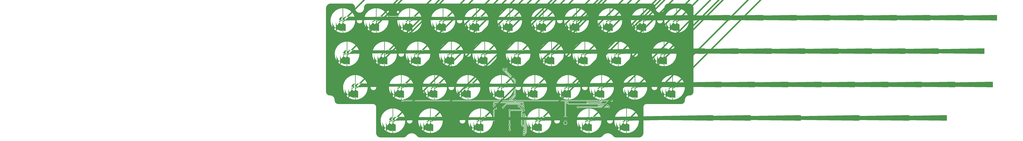
<source format=gbr>
%TF.GenerationSoftware,KiCad,Pcbnew,(7.0.0)*%
%TF.CreationDate,2023-03-04T16:47:19+01:00*%
%TF.ProjectId,travaulta,74726176-6175-46c7-9461-2e6b69636164,rev?*%
%TF.SameCoordinates,Original*%
%TF.FileFunction,Copper,L1,Top*%
%TF.FilePolarity,Positive*%
%FSLAX46Y46*%
G04 Gerber Fmt 4.6, Leading zero omitted, Abs format (unit mm)*
G04 Created by KiCad (PCBNEW (7.0.0)) date 2023-03-04 16:47:19*
%MOMM*%
%LPD*%
G01*
G04 APERTURE LIST*
G04 Aperture macros list*
%AMFreePoly0*
4,1,70,0.600000,2.214159,0.320477,2.144936,0.052085,2.040578,-0.200780,1.902795,-0.433976,1.733843,-0.643683,1.536492,-0.826466,1.313972,-0.979332,1.069928,-1.099775,0.808360,-1.185824,0.533550,-1.236068,0.250000,0.000000,0.250000,0.095671,0.230970,0.176777,0.176777,0.230970,0.095671,0.250000,0.000000,0.230970,-0.095671,0.176777,-0.176777,0.095671,-0.230970,0.000000,-0.250000,
-1.236068,-0.250000,-1.185824,-0.533550,-1.099775,-0.808360,-0.979332,-1.069928,-0.826466,-1.313972,-0.643683,-1.536492,-0.433976,-1.733843,-0.200780,-1.902795,0.052085,-2.040578,0.320477,-2.144936,0.600000,-2.214159,0.600000,-5.986652,0.115133,-5.934392,-0.363889,-5.842928,-0.833900,-5.712864,-1.291796,-5.545058,-1.734552,-5.340620,-2.159242,-5.100901,-2.563061,-4.827483,-2.943342,-4.522174,
-3.297572,-4.186989,-3.623410,-3.824144,-3.918705,-3.436035,-4.181506,-3.025227,-4.410075,-2.594434,-4.602904,-2.146500,-4.758719,-1.684386,-4.876489,-1.211145,-4.955438,-0.729902,-4.995043,-0.243838,-4.995043,0.243838,-4.955438,0.729902,-4.876489,1.211145,-4.758719,1.684386,-4.602904,2.146500,-4.410075,2.594434,-4.181506,3.025227,-3.918705,3.436035,-3.623410,3.824144,-3.297572,4.186989,
-2.943342,4.522174,-2.563061,4.827483,-2.159242,5.100901,-1.734552,5.340620,-1.291796,5.545058,-0.833900,5.712864,-0.363889,5.842928,0.115133,5.934392,0.600000,5.986652,0.600000,2.214159,0.600000,2.214159,$1*%
%AMFreePoly1*
4,1,17,0.124698,7.156366,0.180194,7.086777,0.200000,7.000000,0.200000,-7.000000,0.180194,-7.086777,0.124698,-7.156366,0.044504,-7.194986,-0.044504,-7.194986,-0.124698,-7.156366,-0.180194,-7.086777,-0.200000,-7.000000,-0.200000,7.000000,-0.180194,7.086777,-0.124698,7.156366,-0.044504,7.194986,0.044504,7.194986,0.124698,7.156366,0.124698,7.156366,$1*%
G04 Aperture macros list end*
%TA.AperFunction,SMDPad,CuDef*%
%ADD10FreePoly0,0.000000*%
%TD*%
%TA.AperFunction,SMDPad,CuDef*%
%ADD11FreePoly0,180.000000*%
%TD*%
%TA.AperFunction,SMDPad,CuDef*%
%ADD12FreePoly1,0.000000*%
%TD*%
%TA.AperFunction,SMDPad,CuDef*%
%ADD13FreePoly1,180.000000*%
%TD*%
%TA.AperFunction,ComponentPad*%
%ADD14R,1.700000X1.700000*%
%TD*%
%TA.AperFunction,ComponentPad*%
%ADD15O,1.700000X1.700000*%
%TD*%
%TA.AperFunction,ViaPad*%
%ADD16C,0.800000*%
%TD*%
%TA.AperFunction,Conductor*%
%ADD17C,0.250000*%
%TD*%
G04 APERTURE END LIST*
D10*
%TO.P,SW20,1,1*%
%TO.N,ROW1*%
X210137500Y-76200000D03*
D11*
%TO.P,SW20,2,2*%
%TO.N,COL8*%
X212137500Y-76200000D03*
D12*
%TO.P,SW20,3,SG*%
%TO.N,GND*%
X211137500Y-76200000D03*
%TD*%
D11*
%TO.P,SW27,1,1*%
%TO.N,ROW2*%
X164512500Y-95250000D03*
D10*
%TO.P,SW27,2,2*%
%TO.N,COL5*%
X162512500Y-95250000D03*
D13*
%TO.P,SW27,3,SG*%
%TO.N,GND*%
X163512500Y-95250000D03*
%TD*%
D10*
%TO.P,SW15,1,1*%
%TO.N,ROW1*%
X114887500Y-76200000D03*
D11*
%TO.P,SW15,2,2*%
%TO.N,COL3*%
X116887500Y-76200000D03*
D12*
%TO.P,SW15,3,SG*%
%TO.N,GND*%
X115887500Y-76200000D03*
%TD*%
D10*
%TO.P,SW18,1,1*%
%TO.N,ROW1*%
X172037500Y-76200000D03*
D11*
%TO.P,SW18,2,2*%
%TO.N,COL6*%
X174037500Y-76200000D03*
D12*
%TO.P,SW18,3,SG*%
%TO.N,GND*%
X173037500Y-76200000D03*
%TD*%
D10*
%TO.P,SW1,1,1*%
%TO.N,ROW0*%
X52975000Y-57150000D03*
D11*
%TO.P,SW1,2,2*%
%TO.N,COL0*%
X54975000Y-57150000D03*
D12*
%TO.P,SW1,3,SG*%
%TO.N,GND*%
X53975000Y-57150000D03*
%TD*%
D10*
%TO.P,SW9,1,1*%
%TO.N,ROW0*%
X205375000Y-57150000D03*
D11*
%TO.P,SW9,2,2*%
%TO.N,COL8*%
X207375000Y-57150000D03*
D12*
%TO.P,SW9,3,SG*%
%TO.N,GND*%
X206375000Y-57150000D03*
%TD*%
D11*
%TO.P,SW28,1,1*%
%TO.N,ROW2*%
X183562500Y-95250000D03*
D10*
%TO.P,SW28,2,2*%
%TO.N,COL6*%
X181562500Y-95250000D03*
D13*
%TO.P,SW28,3,SG*%
%TO.N,GND*%
X182562500Y-95250000D03*
%TD*%
D10*
%TO.P,SW4,1,1*%
%TO.N,ROW0*%
X110125000Y-57150000D03*
D11*
%TO.P,SW4,2,2*%
%TO.N,COL3*%
X112125000Y-57150000D03*
D12*
%TO.P,SW4,3,SG*%
%TO.N,GND*%
X111125000Y-57150000D03*
%TD*%
D10*
%TO.P,SW17,1,1*%
%TO.N,ROW1*%
X152987500Y-76200000D03*
D11*
%TO.P,SW17,2,2*%
%TO.N,COL5*%
X154987500Y-76200000D03*
D12*
%TO.P,SW17,3,SG*%
%TO.N,GND*%
X153987500Y-76200000D03*
%TD*%
D10*
%TO.P,SW12,1,1*%
%TO.N,ROW1*%
X55358000Y-76200000D03*
D11*
%TO.P,SW12,2,2*%
%TO.N,COL0*%
X57358000Y-76200000D03*
D12*
%TO.P,SW12,3,SG*%
%TO.N,GND*%
X56358000Y-76200000D03*
%TD*%
D11*
%TO.P,SW23,1,1*%
%TO.N,ROW2*%
X88312500Y-95250000D03*
D10*
%TO.P,SW23,2,2*%
%TO.N,COL1*%
X86312500Y-95250000D03*
D13*
%TO.P,SW23,3,SG*%
%TO.N,GND*%
X87312500Y-95250000D03*
%TD*%
D11*
%TO.P,SW34,1,1*%
%TO.N,ROW3*%
X133555000Y-114300000D03*
D10*
%TO.P,SW34,2,2*%
%TO.N,COL3*%
X131555000Y-114300000D03*
D13*
%TO.P,SW34,3,SG*%
%TO.N,GND*%
X132555000Y-114300000D03*
%TD*%
D10*
%TO.P,SW22,1,1*%
%TO.N,ROW2*%
X60120000Y-95250000D03*
D11*
%TO.P,SW22,2,2*%
%TO.N,COL0*%
X62120000Y-95250000D03*
D12*
%TO.P,SW22,3,SG*%
%TO.N,GND*%
X61120000Y-95250000D03*
%TD*%
D10*
%TO.P,SW16,1,1*%
%TO.N,ROW1*%
X133937500Y-76200000D03*
D11*
%TO.P,SW16,2,2*%
%TO.N,COL4*%
X135937500Y-76200000D03*
D12*
%TO.P,SW16,3,SG*%
%TO.N,GND*%
X134937500Y-76200000D03*
%TD*%
D10*
%TO.P,SW14,1,1*%
%TO.N,ROW1*%
X95837500Y-76200000D03*
D11*
%TO.P,SW14,2,2*%
%TO.N,COL2*%
X97837500Y-76200000D03*
D12*
%TO.P,SW14,3,SG*%
%TO.N,GND*%
X96837500Y-76200000D03*
%TD*%
D10*
%TO.P,SW7,1,1*%
%TO.N,ROW0*%
X167275000Y-57150000D03*
D11*
%TO.P,SW7,2,2*%
%TO.N,COL6*%
X169275000Y-57150000D03*
D12*
%TO.P,SW7,3,SG*%
%TO.N,GND*%
X168275000Y-57150000D03*
%TD*%
D11*
%TO.P,SW24,1,1*%
%TO.N,ROW2*%
X107362500Y-95250000D03*
D10*
%TO.P,SW24,2,2*%
%TO.N,COL2*%
X105362500Y-95250000D03*
D13*
%TO.P,SW24,3,SG*%
%TO.N,GND*%
X106362500Y-95250000D03*
%TD*%
D10*
%TO.P,SW11,1,1*%
%TO.N,ROW0*%
X243475000Y-57150000D03*
D11*
%TO.P,SW11,2,2*%
%TO.N,COL9*%
X245475000Y-57150000D03*
D12*
%TO.P,SW11,3,SG*%
%TO.N,GND*%
X244475000Y-57150000D03*
%TD*%
D11*
%TO.P,SW31,1,1*%
%TO.N,ROW2*%
X243095000Y-95250000D03*
D10*
%TO.P,SW31,2,2*%
%TO.N,COL9*%
X241095000Y-95250000D03*
D13*
%TO.P,SW31,3,SG*%
%TO.N,GND*%
X242095000Y-95250000D03*
%TD*%
D10*
%TO.P,SW2,1,1*%
%TO.N,ROW0*%
X72025000Y-57150000D03*
D11*
%TO.P,SW2,2,2*%
%TO.N,COL1*%
X74025000Y-57150000D03*
D12*
%TO.P,SW2,3,SG*%
%TO.N,GND*%
X73025000Y-57150000D03*
%TD*%
D10*
%TO.P,SW5,1,1*%
%TO.N,ROW0*%
X129175000Y-57150000D03*
D11*
%TO.P,SW5,2,2*%
%TO.N,COL4*%
X131175000Y-57150000D03*
D12*
%TO.P,SW5,3,SG*%
%TO.N,GND*%
X130175000Y-57150000D03*
%TD*%
D10*
%TO.P,SW8,1,1*%
%TO.N,ROW0*%
X186325000Y-57150000D03*
D11*
%TO.P,SW8,2,2*%
%TO.N,COL7*%
X188325000Y-57150000D03*
D12*
%TO.P,SW8,3,SG*%
%TO.N,GND*%
X187325000Y-57150000D03*
%TD*%
D10*
%TO.P,SW13,1,1*%
%TO.N,ROW1*%
X76787500Y-76200000D03*
D11*
%TO.P,SW13,2,2*%
%TO.N,COL1*%
X78787500Y-76200000D03*
D12*
%TO.P,SW13,3,SG*%
%TO.N,GND*%
X77787500Y-76200000D03*
%TD*%
D11*
%TO.P,SW21,1,1*%
%TO.N,ROW1*%
X238330000Y-76200000D03*
D10*
%TO.P,SW21,2,2*%
%TO.N,COL9*%
X236330000Y-76200000D03*
D13*
%TO.P,SW21,3,SG*%
%TO.N,GND*%
X237330000Y-76200000D03*
%TD*%
D11*
%TO.P,SW36,1,1*%
%TO.N,ROW3*%
X195470000Y-114300000D03*
D10*
%TO.P,SW36,2,2*%
%TO.N,COL7*%
X193470000Y-114300000D03*
D13*
%TO.P,SW36,3,SG*%
%TO.N,GND*%
X194470000Y-114300000D03*
%TD*%
D11*
%TO.P,SW35,1,1*%
%TO.N,ROW3*%
X166892000Y-114300000D03*
D10*
%TO.P,SW35,2,2*%
%TO.N,COL5*%
X164892000Y-114300000D03*
D13*
%TO.P,SW35,3,SG*%
%TO.N,GND*%
X165892000Y-114300000D03*
%TD*%
D11*
%TO.P,SW25,1,1*%
%TO.N,ROW2*%
X126412500Y-95250000D03*
D10*
%TO.P,SW25,2,2*%
%TO.N,COL3*%
X124412500Y-95250000D03*
D13*
%TO.P,SW25,3,SG*%
%TO.N,GND*%
X125412500Y-95250000D03*
%TD*%
D11*
%TO.P,SW33,1,1*%
%TO.N,ROW3*%
X104980000Y-114300000D03*
D10*
%TO.P,SW33,2,2*%
%TO.N,COL2*%
X102980000Y-114300000D03*
D13*
%TO.P,SW33,3,SG*%
%TO.N,GND*%
X103980000Y-114300000D03*
%TD*%
D11*
%TO.P,SW32,1,1*%
%TO.N,ROW3*%
X83550000Y-114300000D03*
D10*
%TO.P,SW32,2,2*%
%TO.N,COL1*%
X81550000Y-114300000D03*
D13*
%TO.P,SW32,3,SG*%
%TO.N,GND*%
X82550000Y-114300000D03*
%TD*%
D10*
%TO.P,SW3,1,1*%
%TO.N,ROW0*%
X91075000Y-57150000D03*
D11*
%TO.P,SW3,2,2*%
%TO.N,COL2*%
X93075000Y-57150000D03*
D12*
%TO.P,SW3,3,SG*%
%TO.N,GND*%
X92075000Y-57150000D03*
%TD*%
D11*
%TO.P,SW26,1,1*%
%TO.N,ROW2*%
X145462500Y-95250000D03*
D10*
%TO.P,SW26,2,2*%
%TO.N,COL4*%
X143462500Y-95250000D03*
D13*
%TO.P,SW26,3,SG*%
%TO.N,GND*%
X144462500Y-95250000D03*
%TD*%
D10*
%TO.P,SW6,1,1*%
%TO.N,ROW0*%
X148225000Y-57150000D03*
D11*
%TO.P,SW6,2,2*%
%TO.N,COL5*%
X150225000Y-57150000D03*
D12*
%TO.P,SW6,3,SG*%
%TO.N,GND*%
X149225000Y-57150000D03*
%TD*%
D11*
%TO.P,SW30,1,1*%
%TO.N,ROW2*%
X221662500Y-95250000D03*
D10*
%TO.P,SW30,2,2*%
%TO.N,COL8*%
X219662500Y-95250000D03*
D13*
%TO.P,SW30,3,SG*%
%TO.N,GND*%
X220662500Y-95250000D03*
%TD*%
D11*
%TO.P,SW29,1,1*%
%TO.N,ROW2*%
X202612500Y-95250000D03*
D10*
%TO.P,SW29,2,2*%
%TO.N,COL7*%
X200612500Y-95250000D03*
D13*
%TO.P,SW29,3,SG*%
%TO.N,GND*%
X201612500Y-95250000D03*
%TD*%
D11*
%TO.P,SW37,1,1*%
%TO.N,ROW3*%
X216900000Y-114300000D03*
D10*
%TO.P,SW37,2,2*%
%TO.N,COL8*%
X214900000Y-114300000D03*
D13*
%TO.P,SW37,3,SG*%
%TO.N,GND*%
X215900000Y-114300000D03*
%TD*%
D10*
%TO.P,SW10,1,1*%
%TO.N,ROW0*%
X224425000Y-57150000D03*
D11*
%TO.P,SW10,2,2*%
%TO.N,COL9*%
X226425000Y-57150000D03*
D12*
%TO.P,SW10,3,SG*%
%TO.N,GND*%
X225425000Y-57150000D03*
%TD*%
D10*
%TO.P,SW19,1,1*%
%TO.N,ROW1*%
X191087500Y-76200000D03*
D11*
%TO.P,SW19,2,2*%
%TO.N,COL7*%
X193087500Y-76200000D03*
D12*
%TO.P,SW19,3,SG*%
%TO.N,GND*%
X192087500Y-76200000D03*
%TD*%
D14*
%TO.P,SW38,1,A*%
%TO.N,VBAT*%
X180974999Y-113024999D03*
D15*
%TO.P,SW38,2,B*%
%TO.N,BOOT0*%
X180974999Y-115564999D03*
%TD*%
D16*
%TO.N,GND*%
X74295000Y-91313000D03*
X188214000Y-122174000D03*
X151003000Y-99314000D03*
X248920000Y-88900000D03*
X92710000Y-106934000D03*
X196342000Y-86741000D03*
X97028000Y-101346000D03*
X177165000Y-109855000D03*
X101727000Y-69469000D03*
X81280000Y-57277000D03*
X106807000Y-107315000D03*
X82550000Y-49999000D03*
X233934000Y-67691000D03*
X87249000Y-80010000D03*
X79375000Y-103759000D03*
X146939000Y-121666000D03*
X47117000Y-76200000D03*
X131445000Y-101854000D03*
X169545000Y-103632000D03*
X196342000Y-84709000D03*
X77430000Y-51094000D03*
X112268000Y-107315000D03*
X232156000Y-86741000D03*
X182499000Y-80010000D03*
X77343000Y-105791000D03*
X76327000Y-67818000D03*
X186055000Y-120904000D03*
X113284000Y-114300000D03*
X215773000Y-67691000D03*
X171831000Y-101981000D03*
X195072000Y-67691000D03*
X144653000Y-76200000D03*
X114681000Y-103886000D03*
X82550000Y-86741000D03*
X142113000Y-110617000D03*
X231521000Y-99314000D03*
X160909000Y-107315000D03*
X114554000Y-101727000D03*
X231902000Y-67691000D03*
X118999000Y-65786000D03*
X189357000Y-103759000D03*
X75819000Y-120777000D03*
X137668000Y-65659000D03*
X84582000Y-86741000D03*
X173101000Y-95250000D03*
X141859000Y-80010000D03*
X120904000Y-107315000D03*
X152584000Y-112903000D03*
X144460375Y-118364000D03*
X47371000Y-50800000D03*
X99695000Y-65786000D03*
X210820000Y-103251000D03*
X199263000Y-122174000D03*
X195072000Y-65659000D03*
X231902000Y-65659000D03*
X234950000Y-61087000D03*
X144653000Y-65659000D03*
X139700000Y-57150000D03*
X153035000Y-101981000D03*
X233934000Y-65659000D03*
X139954000Y-65659000D03*
X139192000Y-86741000D03*
X232156000Y-84709000D03*
X66294000Y-86868000D03*
X158750000Y-57150000D03*
X123571000Y-107315000D03*
X215900000Y-57150000D03*
X62103000Y-67691000D03*
X187325000Y-102108000D03*
X213741000Y-67691000D03*
X196850000Y-57150000D03*
X106426000Y-76200000D03*
X153289000Y-120777000D03*
X123190000Y-103886000D03*
X159004000Y-110744000D03*
X198374000Y-86741000D03*
X138303000Y-101981000D03*
X120904000Y-101727000D03*
X158623000Y-67691000D03*
X174625000Y-103632000D03*
X144653000Y-72517000D03*
X125349000Y-80010000D03*
X109855000Y-121666000D03*
X177800000Y-53213000D03*
X213741000Y-65659000D03*
X251079000Y-50800000D03*
X164592000Y-103759000D03*
X101092000Y-84709000D03*
X179197000Y-84709000D03*
X197104000Y-65659000D03*
X82550000Y-84709000D03*
X101092000Y-86741000D03*
X101092000Y-101600000D03*
X134874000Y-95250000D03*
X103124000Y-84709000D03*
X215265000Y-86741000D03*
X160909000Y-103632000D03*
X60071000Y-67691000D03*
X133985000Y-101727000D03*
X133985000Y-103886000D03*
X51435000Y-95250000D03*
X96774000Y-95250000D03*
X251206000Y-63500000D03*
X101092000Y-103886000D03*
X222758000Y-120650000D03*
X244094000Y-69723000D03*
X201041000Y-121920000D03*
X77343000Y-103759000D03*
X177165000Y-86741000D03*
X121031000Y-69469000D03*
X246062500Y-85725000D03*
X49530000Y-69850000D03*
X139065000Y-107315000D03*
X137287000Y-103886000D03*
X158496000Y-101981000D03*
X112268000Y-103886000D03*
X139954000Y-69469000D03*
X62103000Y-65659000D03*
X87249000Y-72644000D03*
X82550000Y-64135000D03*
X75692000Y-48895000D03*
X106299000Y-103886000D03*
X101727000Y-65786000D03*
X153924000Y-87757000D03*
X192151000Y-99314000D03*
X145415000Y-114935000D03*
X78359000Y-65786000D03*
X228473000Y-103124000D03*
X66294000Y-84836000D03*
X76327000Y-65786000D03*
X121031000Y-65786000D03*
X120142000Y-84709000D03*
X156591000Y-65659000D03*
X234950000Y-53340000D03*
X151257000Y-120777000D03*
X149098000Y-120777000D03*
X158623000Y-86741000D03*
X95377000Y-101346000D03*
X182499000Y-72390000D03*
X114681000Y-107315000D03*
X210820000Y-105664000D03*
X234188000Y-86741000D03*
X64262000Y-86868000D03*
X141224000Y-84709000D03*
X84582000Y-84709000D03*
X75819000Y-107950000D03*
X209423000Y-102870000D03*
X144399000Y-121793000D03*
X64262000Y-84836000D03*
X212979000Y-105664000D03*
X175895000Y-101981000D03*
X207391000Y-101473000D03*
X94996000Y-114300000D03*
X86741000Y-103759000D03*
X160655000Y-84709000D03*
X115824000Y-99314000D03*
X249174000Y-85725000D03*
X187325000Y-103759000D03*
X122174000Y-86741000D03*
X131445000Y-103886000D03*
X195326000Y-102108000D03*
X209804000Y-108712000D03*
X86741000Y-106299000D03*
X84709000Y-58166000D03*
X141859000Y-72517000D03*
X91948000Y-116459000D03*
X122174000Y-84709000D03*
X68453000Y-76200000D03*
X215773000Y-65659000D03*
X201676000Y-76200000D03*
X158623000Y-84709000D03*
X91948000Y-119761000D03*
X192024000Y-91313000D03*
X157734000Y-103759000D03*
X120650000Y-53213000D03*
X77851000Y-95250000D03*
X91948000Y-111506000D03*
X80772000Y-65151000D03*
X224282000Y-80137000D03*
X192151000Y-103759000D03*
X215265000Y-84709000D03*
X115824000Y-91313000D03*
X213106000Y-103251000D03*
X175768000Y-67691000D03*
X160655000Y-86741000D03*
X147066000Y-107315000D03*
X179197000Y-86741000D03*
X232918000Y-102743000D03*
X85725000Y-64135000D03*
X120650000Y-60960000D03*
X92710000Y-101600000D03*
X142240000Y-114935000D03*
X171831000Y-103632000D03*
X180086000Y-107442000D03*
X141224000Y-86741000D03*
X177800000Y-65659000D03*
X183388000Y-109855000D03*
X222758000Y-107823000D03*
X144653000Y-67691000D03*
X229235000Y-95250000D03*
X158623000Y-65659000D03*
X85725000Y-65786000D03*
X146685000Y-65659000D03*
X65659000Y-76200000D03*
X147896567Y-109273002D03*
X141986000Y-121793000D03*
X120904000Y-103886000D03*
X101600000Y-57150000D03*
X112522000Y-121666000D03*
X169545000Y-101981000D03*
X103124000Y-86741000D03*
X182118000Y-107442000D03*
X243967000Y-85725000D03*
X89408000Y-48895000D03*
X224282000Y-72390000D03*
X157734000Y-107315000D03*
X125349000Y-72517000D03*
X198374000Y-84709000D03*
X156591000Y-67691000D03*
X225933000Y-103124000D03*
X185166000Y-114300000D03*
X157099000Y-99314000D03*
X98425000Y-103886000D03*
X163576000Y-76200000D03*
X99949000Y-69342000D03*
X153288724Y-110807639D03*
X153924000Y-99314000D03*
X240538000Y-86741000D03*
X74295000Y-99314000D03*
X202946000Y-110490000D03*
X139319000Y-103886000D03*
X98425000Y-107315000D03*
X144653000Y-80010000D03*
X251079000Y-95123000D03*
X148209000Y-101981000D03*
X98806000Y-50800000D03*
X211201000Y-95250000D03*
X235458000Y-103251000D03*
X231521000Y-91186000D03*
X234188000Y-84709000D03*
X146685000Y-72517000D03*
X153924000Y-91313000D03*
X177165000Y-84709000D03*
X101219000Y-107315000D03*
X78359000Y-67818000D03*
X217297000Y-84709000D03*
X146685000Y-80010000D03*
X139192000Y-84709000D03*
X112268000Y-101727000D03*
X189357000Y-102108000D03*
X120142000Y-86741000D03*
X174625000Y-107315000D03*
X186817000Y-107569000D03*
X150550100Y-110815963D03*
X177800000Y-67691000D03*
X143383000Y-107315000D03*
X203962000Y-108331000D03*
X227965000Y-76200000D03*
X203835000Y-114300000D03*
X88773000Y-121920000D03*
X217297000Y-86741000D03*
X246062500Y-76200000D03*
X175768000Y-65659000D03*
X160020000Y-120396000D03*
X146685000Y-67691000D03*
X54356000Y-88900000D03*
X197104000Y-67691000D03*
X177800000Y-60960000D03*
X60071000Y-65659000D03*
X153346000Y-115062000D03*
X87574594Y-51118752D03*
X84074000Y-69850000D03*
X154940000Y-101981000D03*
X177165000Y-119126000D03*
X150425000Y-115062000D03*
%TO.N,VCC*%
X84963000Y-54991000D03*
X80264000Y-54991000D03*
%TO.N,APLEX_OUT_PIN_0*%
X156902500Y-105624500D03*
X140208000Y-105624500D03*
X200152000Y-105695500D03*
X205105000Y-105664000D03*
X140168363Y-113895367D03*
%TO.N,ROW0*%
X243459000Y-57150000D03*
X110109000Y-57150000D03*
X186309000Y-57150000D03*
X145669000Y-84875500D03*
X148209000Y-57150000D03*
X167259000Y-57150000D03*
X224409000Y-57150000D03*
X129159000Y-57150000D03*
X72009000Y-57150000D03*
X52959000Y-57150000D03*
X91059000Y-57150000D03*
X149495497Y-102108000D03*
X205359000Y-57150000D03*
%TO.N,ROW1*%
X55372000Y-76200000D03*
X191135000Y-76200000D03*
X133985000Y-76200000D03*
X147193000Y-84836000D03*
X76708000Y-76200000D03*
X153035000Y-76200000D03*
X210185000Y-76200000D03*
X171958000Y-76200000D03*
X114935000Y-76200000D03*
X150495000Y-102108000D03*
X238252000Y-76200000D03*
X95885000Y-76200000D03*
%TO.N,VBAT*%
X149155000Y-108331000D03*
X149158000Y-116524000D03*
X156556000Y-117129000D03*
X152360500Y-102870000D03*
X88011000Y-102870000D03*
X149189578Y-119489093D03*
X157291782Y-108302925D03*
X201041000Y-102870000D03*
X154432000Y-105918000D03*
%TO.N,COL0*%
X62103000Y-95250000D03*
X54991000Y-57150000D03*
X57277000Y-76200000D03*
%TO.N,COL1*%
X74041000Y-57150000D03*
X81550000Y-114300000D03*
X86233000Y-95250000D03*
X78867000Y-76200000D03*
%TO.N,COL2*%
X93075000Y-57150000D03*
X105362500Y-95250000D03*
X97790000Y-76200000D03*
X102980000Y-114300000D03*
%TO.N,COL3*%
X124412500Y-95250000D03*
X116887500Y-76200000D03*
X131555000Y-114300000D03*
X112125000Y-57150000D03*
%TO.N,COL4*%
X143462500Y-95250000D03*
X135937500Y-76200000D03*
X131175000Y-57150000D03*
%TO.N,COL5*%
X150241000Y-57150000D03*
X162512500Y-95250000D03*
X164846000Y-114300000D03*
X154940000Y-76200000D03*
%TO.N,COL6*%
X169291000Y-57150000D03*
X181991000Y-103886000D03*
X173990000Y-76200000D03*
X181562500Y-95250000D03*
X205124596Y-103594500D03*
%TO.N,COL7*%
X188325000Y-57150000D03*
X200612500Y-95250000D03*
X207391000Y-102870000D03*
X193421000Y-114300000D03*
X193675000Y-103925500D03*
X193040000Y-76200000D03*
%TO.N,COL8*%
X207391000Y-57150000D03*
X214884000Y-114300000D03*
X219662500Y-95250000D03*
X212090000Y-76200000D03*
%TO.N,COL9*%
X241095000Y-95250000D03*
X226441000Y-57150000D03*
X245491000Y-57150000D03*
X236347000Y-76200000D03*
%TO.N,ROW2*%
X164512500Y-95250000D03*
X221662500Y-95250000D03*
X126412500Y-95250000D03*
X243078000Y-95250000D03*
X202612500Y-95250000D03*
X107362500Y-95250000D03*
X145462500Y-95250000D03*
X60071000Y-95250000D03*
X88312500Y-95250000D03*
X183562500Y-95250000D03*
%TO.N,ROW3*%
X104980000Y-114300000D03*
X195453000Y-114300000D03*
X216916000Y-114300000D03*
X141224000Y-107277500D03*
X166878000Y-114300000D03*
X133555000Y-114300000D03*
X83550000Y-114300000D03*
X141224000Y-105625000D03*
%TO.N,AMUX_SEL_2*%
X157353000Y-122213500D03*
X157353000Y-110744000D03*
%TO.N,AMUX_SEL_1*%
X157357299Y-111755701D03*
X157353000Y-121162299D03*
%TO.N,AMUX_SEL_0*%
X157353000Y-112776000D03*
X157353000Y-120015000D03*
%TO.N,APLEX_EN_PIN_1*%
X205729384Y-106444481D03*
X188087000Y-106564180D03*
X156939065Y-106623334D03*
X145415000Y-106680000D03*
%TD*%
D17*
%TO.N,GND*%
X81280000Y-57277000D02*
X83820000Y-57277000D01*
X83820000Y-57277000D02*
X84709000Y-58166000D01*
%TO.N,VCC*%
X80264000Y-54991000D02*
X84963000Y-54991000D01*
%TO.N,APLEX_OUT_PIN_0*%
X140168363Y-104092137D02*
X140335000Y-103925500D01*
X140335000Y-103925500D02*
X156745500Y-103925500D01*
X200152000Y-105695500D02*
X205073500Y-105695500D01*
X156745500Y-103925500D02*
X156902500Y-104082500D01*
X140168363Y-113895367D02*
X140168363Y-104092137D01*
X205073500Y-105695500D02*
X205105000Y-105664000D01*
X156902500Y-104082500D02*
X156902500Y-105624500D01*
%TO.N,ROW0*%
X145669000Y-85479805D02*
X151812500Y-91623305D01*
X151812500Y-91623305D02*
X151812500Y-99765195D01*
X151812500Y-99765195D02*
X149495497Y-102082198D01*
X145669000Y-84875500D02*
X145669000Y-85479805D01*
X149495497Y-102082198D02*
X149495497Y-102108000D01*
%TO.N,ROW1*%
X147193000Y-84836000D02*
X147193000Y-85978500D01*
X147193000Y-85978500D02*
X152262500Y-91048000D01*
X152262500Y-100340500D02*
X150495000Y-102108000D01*
X152262500Y-91048000D02*
X152262500Y-100340500D01*
%TO.N,VBAT*%
X149155000Y-108331000D02*
X149155000Y-115889000D01*
X157263707Y-108331000D02*
X157291782Y-108302925D01*
X149158000Y-116524000D02*
X149158000Y-115892000D01*
X157291782Y-108302925D02*
X156083000Y-109511707D01*
X88011000Y-102870000D02*
X201041000Y-102870000D01*
X156816925Y-108302925D02*
X154432000Y-105918000D01*
X157291782Y-108302925D02*
X156816925Y-108302925D01*
X149155000Y-115889000D02*
X149155000Y-119454515D01*
X149155000Y-119454515D02*
X149189578Y-119489093D01*
X156083000Y-116656000D02*
X156556000Y-117129000D01*
X156083000Y-109511707D02*
X156083000Y-116656000D01*
X180975000Y-102870000D02*
X180975000Y-113025000D01*
X149155000Y-108331000D02*
X157263707Y-108331000D01*
X149158000Y-115892000D02*
X149155000Y-115889000D01*
%TO.N,COL6*%
X182943500Y-104838500D02*
X181991000Y-103886000D01*
X203880596Y-104838500D02*
X182943500Y-104838500D01*
X205124596Y-103594500D02*
X203880596Y-104838500D01*
%TO.N,COL7*%
X201168000Y-103886000D02*
X193714500Y-103886000D01*
X207391000Y-102870000D02*
X202184000Y-102870000D01*
X193714500Y-103886000D02*
X193675000Y-103925500D01*
X202184000Y-102870000D02*
X201168000Y-103886000D01*
%TO.N,ROW3*%
X141224000Y-107277500D02*
X141224000Y-105625000D01*
%TO.N,AMUX_SEL_2*%
X157370903Y-110744000D02*
X157353000Y-110744000D01*
X158579250Y-111952347D02*
X157370903Y-110744000D01*
X157353000Y-122213500D02*
X158579250Y-120987250D01*
X158579250Y-120987250D02*
X158579250Y-111952347D01*
%TO.N,AMUX_SEL_1*%
X157353000Y-121162299D02*
X158078000Y-120437299D01*
X158078000Y-120437299D02*
X158078000Y-112476402D01*
X158078000Y-112476402D02*
X157357299Y-111755701D01*
%TO.N,AMUX_SEL_0*%
X157353000Y-120015000D02*
X157628000Y-119740000D01*
X157628000Y-119740000D02*
X157628000Y-113051000D01*
X157353000Y-112776000D02*
X157628000Y-113051000D01*
%TO.N,APLEX_EN_PIN_1*%
X156939065Y-106623334D02*
X156876029Y-106623334D01*
X147320000Y-104775000D02*
X155027696Y-104775000D01*
X155027696Y-104775000D02*
X156876029Y-106623334D01*
X147320000Y-104775000D02*
X145415000Y-106680000D01*
X205609685Y-106564180D02*
X188087000Y-106564180D01*
X205729384Y-106444481D02*
X205609685Y-106564180D01*
%TD*%
%TA.AperFunction,Conductor*%
%TO.N,GND*%
G36*
X230200348Y-47475520D02*
G01*
X230298888Y-47481481D01*
X230298888Y-47481495D01*
X230298942Y-47481484D01*
X230471609Y-47492801D01*
X230472909Y-47492963D01*
X230599136Y-47516095D01*
X230599198Y-47516107D01*
X230743442Y-47544799D01*
X230744635Y-47545102D01*
X230871923Y-47584767D01*
X230872132Y-47584835D01*
X231006601Y-47630481D01*
X231007627Y-47630885D01*
X231059873Y-47654399D01*
X231131021Y-47686421D01*
X231131394Y-47686597D01*
X231256882Y-47748480D01*
X231257760Y-47748960D01*
X231374435Y-47819493D01*
X231374880Y-47819776D01*
X231490394Y-47896961D01*
X231490399Y-47896964D01*
X231491110Y-47897479D01*
X231500260Y-47904647D01*
X231598796Y-47981845D01*
X231599294Y-47982258D01*
X231703481Y-48073627D01*
X231704040Y-48074151D01*
X231800847Y-48170958D01*
X231801371Y-48171517D01*
X231892742Y-48275706D01*
X231893155Y-48276204D01*
X231977512Y-48383877D01*
X231978030Y-48384593D01*
X232055232Y-48500134D01*
X232055517Y-48500581D01*
X232126034Y-48617230D01*
X232126514Y-48618108D01*
X232188408Y-48743619D01*
X232188584Y-48743992D01*
X232244110Y-48867364D01*
X232244520Y-48868405D01*
X232290158Y-49002848D01*
X232290249Y-49003128D01*
X232329894Y-49130354D01*
X232330199Y-49131552D01*
X232334471Y-49153027D01*
X232358858Y-49275628D01*
X232358879Y-49275731D01*
X232358912Y-49275905D01*
X232382032Y-49402068D01*
X232382199Y-49403412D01*
X232393523Y-49576184D01*
X232393524Y-49576244D01*
X232393527Y-49576244D01*
X232399479Y-49674636D01*
X232399500Y-49675342D01*
X232399500Y-50074998D01*
X232399499Y-50075000D01*
X232399499Y-50229277D01*
X232399540Y-50229618D01*
X232399541Y-50229627D01*
X232436648Y-50535232D01*
X232436649Y-50535242D01*
X232436691Y-50535581D01*
X232436774Y-50535918D01*
X232436775Y-50535923D01*
X232482446Y-50721216D01*
X232510533Y-50835169D01*
X232510654Y-50835488D01*
X232510656Y-50835494D01*
X232619821Y-51123340D01*
X232619947Y-51123672D01*
X232620107Y-51123977D01*
X232620108Y-51123979D01*
X232638159Y-51158373D01*
X232763339Y-51396883D01*
X232850579Y-51523271D01*
X232938406Y-51650511D01*
X232938618Y-51650817D01*
X232938849Y-51651077D01*
X232938850Y-51651079D01*
X233143001Y-51881518D01*
X233143227Y-51881773D01*
X233374183Y-52086382D01*
X233628118Y-52261661D01*
X233901329Y-52405053D01*
X234189832Y-52514468D01*
X234489419Y-52588309D01*
X234795724Y-52625501D01*
X235103921Y-52625501D01*
X235104277Y-52625501D01*
X235410582Y-52588309D01*
X235710169Y-52514467D01*
X235998672Y-52405052D01*
X236271883Y-52261660D01*
X236525818Y-52086382D01*
X236756774Y-51881773D01*
X236961383Y-51650817D01*
X237136661Y-51396882D01*
X237280053Y-51123671D01*
X237389468Y-50835168D01*
X237463309Y-50535580D01*
X237500501Y-50229276D01*
X237500501Y-50074999D01*
X237500501Y-50074499D01*
X237500501Y-49675359D01*
X237500522Y-49674653D01*
X237502890Y-49635500D01*
X237506487Y-49576047D01*
X237506498Y-49576047D01*
X237506490Y-49575994D01*
X237517802Y-49403400D01*
X237517964Y-49402097D01*
X237539021Y-49287186D01*
X237541098Y-49275859D01*
X237541122Y-49275731D01*
X237569801Y-49131549D01*
X237570102Y-49130372D01*
X237609802Y-49002969D01*
X237609826Y-49002897D01*
X237655482Y-48868398D01*
X237655876Y-48867398D01*
X237711451Y-48743915D01*
X237711588Y-48743624D01*
X237773494Y-48618091D01*
X237773940Y-48617275D01*
X237844526Y-48500513D01*
X237844754Y-48500155D01*
X237921975Y-48384585D01*
X237922461Y-48383913D01*
X238006877Y-48276164D01*
X238007239Y-48275728D01*
X238098654Y-48171489D01*
X238099118Y-48170994D01*
X238195994Y-48074119D01*
X238196489Y-48073654D01*
X238300728Y-47982239D01*
X238301164Y-47981877D01*
X238408909Y-47897465D01*
X238409588Y-47896973D01*
X238525188Y-47819732D01*
X238525493Y-47819538D01*
X238642278Y-47748938D01*
X238643080Y-47748500D01*
X238768659Y-47686571D01*
X238768883Y-47686465D01*
X238892398Y-47630876D01*
X238893398Y-47630482D01*
X239027897Y-47584826D01*
X239027969Y-47584802D01*
X239155376Y-47545100D01*
X239156549Y-47544801D01*
X239300809Y-47516107D01*
X239427097Y-47492964D01*
X239428400Y-47492802D01*
X239600994Y-47481490D01*
X239601047Y-47481498D01*
X239601047Y-47481487D01*
X239601077Y-47481484D01*
X239699652Y-47475522D01*
X239700359Y-47475501D01*
X239700500Y-47475501D01*
X251474663Y-47475499D01*
X251475319Y-47475517D01*
X251479022Y-47475724D01*
X251590392Y-47481979D01*
X251772399Y-47492989D01*
X251773612Y-47493128D01*
X251914560Y-47517076D01*
X252070564Y-47545666D01*
X252071677Y-47545927D01*
X252213443Y-47586769D01*
X252213603Y-47586817D01*
X252360579Y-47632616D01*
X252361563Y-47632973D01*
X252499541Y-47690125D01*
X252499835Y-47690252D01*
X252638512Y-47752665D01*
X252639326Y-47753072D01*
X252715901Y-47795394D01*
X252770863Y-47825771D01*
X252771256Y-47825998D01*
X252866528Y-47883591D01*
X252900532Y-47904148D01*
X252900579Y-47904176D01*
X252901294Y-47904646D01*
X253024251Y-47991888D01*
X253024658Y-47992191D01*
X253098312Y-48049895D01*
X253143278Y-48085124D01*
X253143858Y-48085610D01*
X253256439Y-48186218D01*
X253256916Y-48186669D01*
X253363328Y-48293081D01*
X253363779Y-48293558D01*
X253464390Y-48406142D01*
X253464876Y-48406722D01*
X253519323Y-48476217D01*
X253538382Y-48500545D01*
X253557782Y-48525306D01*
X253558104Y-48525739D01*
X253587943Y-48567793D01*
X253645357Y-48648711D01*
X253645828Y-48649428D01*
X253723986Y-48778718D01*
X253724213Y-48779111D01*
X253796920Y-48910663D01*
X253797349Y-48911521D01*
X253859737Y-49050141D01*
X253859877Y-49050466D01*
X253917020Y-49188422D01*
X253917381Y-49189418D01*
X253963171Y-49336361D01*
X253963244Y-49336603D01*
X254004069Y-49478312D01*
X254004334Y-49479442D01*
X254032905Y-49635351D01*
X254032853Y-49635360D01*
X254032933Y-49635500D01*
X254056867Y-49776365D01*
X254057011Y-49777619D01*
X254068030Y-49959780D01*
X254068033Y-49959830D01*
X254074482Y-50074661D01*
X254074500Y-50075317D01*
X254074500Y-97683641D01*
X254074479Y-97684347D01*
X254068518Y-97782897D01*
X254068514Y-97782956D01*
X254057199Y-97955578D01*
X254057032Y-97956922D01*
X254033909Y-98083101D01*
X254033876Y-98083275D01*
X254005201Y-98227437D01*
X254004896Y-98228635D01*
X253965233Y-98355917D01*
X253965142Y-98356197D01*
X253919525Y-98490577D01*
X253919115Y-98491618D01*
X253863568Y-98615040D01*
X253863392Y-98615413D01*
X253801519Y-98740880D01*
X253801039Y-98741758D01*
X253730505Y-98858434D01*
X253730220Y-98858881D01*
X253653035Y-98974396D01*
X253652517Y-98975112D01*
X253568144Y-99082806D01*
X253567731Y-99083304D01*
X253476384Y-99187466D01*
X253475860Y-99188025D01*
X253379025Y-99284860D01*
X253378466Y-99285384D01*
X253274304Y-99376731D01*
X253273806Y-99377144D01*
X253166112Y-99461517D01*
X253165396Y-99462035D01*
X253049881Y-99539220D01*
X253049434Y-99539505D01*
X252932758Y-99610039D01*
X252931880Y-99610519D01*
X252806413Y-99672392D01*
X252806040Y-99672568D01*
X252682618Y-99728115D01*
X252681577Y-99728525D01*
X252547197Y-99774142D01*
X252546917Y-99774233D01*
X252419635Y-99813896D01*
X252418437Y-99814201D01*
X252274275Y-99842876D01*
X252274101Y-99842909D01*
X252147922Y-99866032D01*
X252146578Y-99866199D01*
X251974015Y-99877510D01*
X251973956Y-99877514D01*
X251875347Y-99883479D01*
X251874641Y-99883500D01*
X251734438Y-99883500D01*
X251734375Y-99883487D01*
X251734375Y-99883474D01*
X251734310Y-99883473D01*
X251734306Y-99883473D01*
X251591462Y-99883470D01*
X251591140Y-99883470D01*
X251590826Y-99883505D01*
X251590814Y-99883506D01*
X251306806Y-99915499D01*
X251306803Y-99915499D01*
X251306470Y-99915537D01*
X251306164Y-99915606D01*
X251306145Y-99915610D01*
X251027500Y-99979204D01*
X251027496Y-99979204D01*
X251027181Y-99979277D01*
X251026874Y-99979384D01*
X251026865Y-99979387D01*
X250757094Y-100073779D01*
X250757080Y-100073784D01*
X250756785Y-100073888D01*
X250756497Y-100074026D01*
X250756489Y-100074030D01*
X250498979Y-100198038D01*
X250498972Y-100198041D01*
X250498683Y-100198181D01*
X250498429Y-100198340D01*
X250498410Y-100198351D01*
X250256397Y-100350417D01*
X250256389Y-100350421D01*
X250256121Y-100350591D01*
X250255864Y-100350795D01*
X250255861Y-100350798D01*
X250092566Y-100481022D01*
X250032150Y-100529202D01*
X250031926Y-100529425D01*
X250031917Y-100529434D01*
X249829818Y-100731535D01*
X249829809Y-100731544D01*
X249829586Y-100731768D01*
X249829388Y-100732015D01*
X249829381Y-100732024D01*
X249681911Y-100916950D01*
X249650977Y-100955741D01*
X249650808Y-100956009D01*
X249650803Y-100956017D01*
X249498739Y-101198031D01*
X249498728Y-101198050D01*
X249498569Y-101198304D01*
X249498429Y-101198593D01*
X249498426Y-101198600D01*
X249374421Y-101456111D01*
X249374414Y-101456126D01*
X249374279Y-101456408D01*
X249374175Y-101456704D01*
X249374173Y-101456710D01*
X249279775Y-101726505D01*
X249279774Y-101726510D01*
X249279671Y-101726804D01*
X249279601Y-101727109D01*
X249279600Y-101727114D01*
X249216006Y-102005769D01*
X249216002Y-102005788D01*
X249215933Y-102006094D01*
X249215895Y-102006427D01*
X249215895Y-102006430D01*
X249183904Y-102290438D01*
X249183904Y-102290440D01*
X249183868Y-102290764D01*
X249183868Y-102291086D01*
X249183868Y-102291087D01*
X249183874Y-102433999D01*
X249183874Y-102574639D01*
X249183853Y-102575346D01*
X249177786Y-102675565D01*
X249177782Y-102675623D01*
X249166598Y-102846378D01*
X249166431Y-102847723D01*
X249142981Y-102975652D01*
X249142948Y-102975825D01*
X249114622Y-103118208D01*
X249114317Y-103119406D01*
X249074310Y-103247780D01*
X249074219Y-103248060D01*
X249028971Y-103381341D01*
X249028561Y-103382382D01*
X248972640Y-103506628D01*
X248972464Y-103507001D01*
X248911010Y-103631609D01*
X248910530Y-103632487D01*
X248839575Y-103749856D01*
X248839290Y-103750303D01*
X248762574Y-103865114D01*
X248762056Y-103865830D01*
X248677209Y-103974126D01*
X248676795Y-103974624D01*
X248585997Y-104078157D01*
X248585474Y-104078716D01*
X248488098Y-104176091D01*
X248487539Y-104176615D01*
X248384011Y-104267407D01*
X248383513Y-104267820D01*
X248275203Y-104352675D01*
X248274487Y-104353193D01*
X248159693Y-104429897D01*
X248159246Y-104430182D01*
X248041867Y-104501141D01*
X248040989Y-104501621D01*
X247916384Y-104563071D01*
X247916011Y-104563247D01*
X247791754Y-104619172D01*
X247790713Y-104619582D01*
X247657468Y-104664816D01*
X247657188Y-104664907D01*
X247528776Y-104704925D01*
X247527578Y-104705230D01*
X247385209Y-104733551D01*
X247385035Y-104733584D01*
X247257090Y-104757035D01*
X247255747Y-104757202D01*
X247088125Y-104768194D01*
X247088066Y-104768198D01*
X246984375Y-104774474D01*
X246984367Y-104774352D01*
X246983661Y-104774498D01*
X227299904Y-104774498D01*
X227299896Y-104774500D01*
X227181988Y-104774500D01*
X227181623Y-104774548D01*
X227181608Y-104774549D01*
X226948372Y-104805256D01*
X226948356Y-104805259D01*
X226947985Y-104805308D01*
X226947605Y-104805409D01*
X226947604Y-104805410D01*
X226720386Y-104866293D01*
X226720383Y-104866293D01*
X226720006Y-104866395D01*
X226719643Y-104866545D01*
X226719641Y-104866546D01*
X226502313Y-104956565D01*
X226502304Y-104956569D01*
X226501950Y-104956716D01*
X226501619Y-104956906D01*
X226501609Y-104956912D01*
X226297881Y-105074535D01*
X226297877Y-105074537D01*
X226297549Y-105074727D01*
X226297254Y-105074953D01*
X226297247Y-105074958D01*
X226110602Y-105218175D01*
X226110590Y-105218185D01*
X226110300Y-105218408D01*
X226110036Y-105218671D01*
X226110028Y-105218679D01*
X225943679Y-105385029D01*
X225943671Y-105385037D01*
X225943408Y-105385301D01*
X225943185Y-105385591D01*
X225943175Y-105385603D01*
X225799958Y-105572248D01*
X225799953Y-105572255D01*
X225799727Y-105572550D01*
X225799537Y-105572878D01*
X225799535Y-105572882D01*
X225681912Y-105776610D01*
X225681906Y-105776620D01*
X225681716Y-105776951D01*
X225681569Y-105777305D01*
X225681565Y-105777314D01*
X225591545Y-105994642D01*
X225591394Y-105995007D01*
X225591292Y-105995384D01*
X225591292Y-105995387D01*
X225530409Y-106222604D01*
X225530307Y-106222986D01*
X225530258Y-106223357D01*
X225530255Y-106223373D01*
X225499549Y-106456609D01*
X225499548Y-106456624D01*
X225499500Y-106456989D01*
X225499500Y-106457372D01*
X225499500Y-121224663D01*
X225499482Y-121225319D01*
X225493019Y-121340400D01*
X225493016Y-121340450D01*
X225482012Y-121522369D01*
X225481868Y-121523623D01*
X225457921Y-121664556D01*
X225457894Y-121664705D01*
X225429336Y-121820543D01*
X225429071Y-121821673D01*
X225388224Y-121963458D01*
X225388151Y-121963700D01*
X225342387Y-122110562D01*
X225342026Y-122111558D01*
X225284865Y-122249559D01*
X225284725Y-122249884D01*
X225222350Y-122388474D01*
X225221921Y-122389332D01*
X225149213Y-122520886D01*
X225148986Y-122521279D01*
X225070829Y-122650568D01*
X225070358Y-122651285D01*
X224983106Y-122774255D01*
X224982774Y-122774701D01*
X224889886Y-122893263D01*
X224889400Y-122893843D01*
X224788769Y-123006450D01*
X224788318Y-123006927D01*
X224681925Y-123113320D01*
X224681448Y-123113771D01*
X224568848Y-123214397D01*
X224568268Y-123214883D01*
X224449703Y-123307773D01*
X224449257Y-123308105D01*
X224326278Y-123395363D01*
X224325561Y-123395834D01*
X224196299Y-123473975D01*
X224195906Y-123474202D01*
X224064325Y-123546925D01*
X224063467Y-123547354D01*
X223924884Y-123609724D01*
X223924559Y-123609864D01*
X223786566Y-123667023D01*
X223785570Y-123667384D01*
X223638685Y-123713156D01*
X223638443Y-123713229D01*
X223496674Y-123754071D01*
X223495544Y-123754336D01*
X223339706Y-123782894D01*
X223339557Y-123782921D01*
X223198624Y-123806868D01*
X223197370Y-123807012D01*
X223015501Y-123818013D01*
X223015451Y-123818016D01*
X222900320Y-123824482D01*
X222899664Y-123824500D01*
X209934709Y-123824500D01*
X209934042Y-123824481D01*
X209872874Y-123820988D01*
X209872780Y-123820982D01*
X209670107Y-123807764D01*
X209668874Y-123807618D01*
X209557123Y-123788293D01*
X209556842Y-123788241D01*
X209404848Y-123758107D01*
X209403828Y-123757857D01*
X209286874Y-123723535D01*
X209286419Y-123723391D01*
X209147290Y-123676319D01*
X209146487Y-123676014D01*
X209031814Y-123627576D01*
X209031207Y-123627299D01*
X208901019Y-123563320D01*
X208900428Y-123563008D01*
X208792017Y-123501814D01*
X208791285Y-123501365D01*
X208669022Y-123419980D01*
X208668630Y-123419707D01*
X208668280Y-123419453D01*
X208635108Y-123395363D01*
X208570008Y-123348086D01*
X208569187Y-123347432D01*
X208452488Y-123245526D01*
X208452275Y-123245335D01*
X208368945Y-123168895D01*
X208368665Y-123168638D01*
X208367810Y-123167765D01*
X208234574Y-123016597D01*
X208225777Y-123006450D01*
X208193127Y-122968791D01*
X208192718Y-122968291D01*
X208081590Y-122824218D01*
X208081413Y-122823988D01*
X207831191Y-122557231D01*
X207556512Y-122315730D01*
X207556295Y-122315573D01*
X207556287Y-122315567D01*
X207260153Y-122101890D01*
X207260146Y-122101885D01*
X207259914Y-122101718D01*
X207259660Y-122101569D01*
X207259653Y-122101565D01*
X206944398Y-121917323D01*
X206944392Y-121917319D01*
X206944139Y-121917172D01*
X206931587Y-121911374D01*
X206612347Y-121763909D01*
X206612342Y-121763907D01*
X206612104Y-121763797D01*
X206555653Y-121744046D01*
X206267132Y-121643098D01*
X206267116Y-121643093D01*
X206266878Y-121643010D01*
X206053007Y-121590581D01*
X205911910Y-121555992D01*
X205911905Y-121555991D01*
X205911648Y-121555928D01*
X205911386Y-121555890D01*
X205911371Y-121555887D01*
X205549987Y-121503396D01*
X205549969Y-121503394D01*
X205549699Y-121503355D01*
X205549426Y-121503341D01*
X205549407Y-121503340D01*
X205184666Y-121485790D01*
X205184375Y-121485776D01*
X205184084Y-121485790D01*
X204819341Y-121503340D01*
X204819320Y-121503341D01*
X204819050Y-121503355D01*
X204818781Y-121503394D01*
X204818761Y-121503396D01*
X204457377Y-121555887D01*
X204457358Y-121555890D01*
X204457101Y-121555928D01*
X204456847Y-121555990D01*
X204456838Y-121555992D01*
X204102132Y-121642946D01*
X204102126Y-121642947D01*
X204101872Y-121643010D01*
X204101639Y-121643091D01*
X204101617Y-121643098D01*
X203756896Y-121763709D01*
X203756892Y-121763710D01*
X203756645Y-121763797D01*
X203756413Y-121763904D01*
X203756401Y-121763909D01*
X203424875Y-121917049D01*
X203424865Y-121917054D01*
X203424610Y-121917172D01*
X203424365Y-121917315D01*
X203424350Y-121917323D01*
X203109095Y-122101565D01*
X203109078Y-122101575D01*
X203108835Y-122101718D01*
X203108611Y-122101879D01*
X203108595Y-122101890D01*
X202812462Y-122315567D01*
X202812444Y-122315581D01*
X202812238Y-122315730D01*
X202812038Y-122315905D01*
X202812029Y-122315913D01*
X202537771Y-122557044D01*
X202537764Y-122557050D01*
X202537559Y-122557231D01*
X202537372Y-122557429D01*
X202537362Y-122557440D01*
X202287538Y-122823773D01*
X202287531Y-122823780D01*
X202287336Y-122823989D01*
X202287164Y-122824211D01*
X202287158Y-122824219D01*
X202175861Y-122968511D01*
X202175437Y-122969030D01*
X202135866Y-123014666D01*
X202135802Y-123014738D01*
X202000700Y-123167984D01*
X201999833Y-123168869D01*
X201917557Y-123244336D01*
X201917343Y-123244527D01*
X201799237Y-123347656D01*
X201798417Y-123348310D01*
X201700822Y-123419180D01*
X201700430Y-123419453D01*
X201577031Y-123501591D01*
X201576299Y-123502040D01*
X201468859Y-123562685D01*
X201468268Y-123562997D01*
X201336962Y-123627526D01*
X201336355Y-123627803D01*
X201222697Y-123675813D01*
X201221894Y-123676118D01*
X201081462Y-123723634D01*
X201081007Y-123723777D01*
X200965312Y-123757733D01*
X200964293Y-123757984D01*
X200810462Y-123788488D01*
X200810180Y-123788540D01*
X200700191Y-123807565D01*
X200698960Y-123807711D01*
X200493391Y-123821143D01*
X200493296Y-123821149D01*
X200435007Y-123824481D01*
X200434339Y-123824500D01*
X98015961Y-123824500D01*
X98015293Y-123824481D01*
X97955087Y-123821039D01*
X97954991Y-123821033D01*
X97751041Y-123807695D01*
X97749811Y-123807549D01*
X97639853Y-123788529D01*
X97639571Y-123788477D01*
X97485698Y-123757967D01*
X97484679Y-123757716D01*
X97369018Y-123723770D01*
X97368563Y-123723627D01*
X97228082Y-123676097D01*
X97227279Y-123675792D01*
X97113671Y-123627805D01*
X97113064Y-123627528D01*
X96981708Y-123562978D01*
X96981117Y-123562666D01*
X96873713Y-123502044D01*
X96872981Y-123501595D01*
X96749530Y-123419426D01*
X96749138Y-123419153D01*
X96651591Y-123348321D01*
X96650771Y-123347667D01*
X96532609Y-123244497D01*
X96532395Y-123244306D01*
X96450177Y-123168895D01*
X96449309Y-123168010D01*
X96385726Y-123095884D01*
X96312786Y-123013142D01*
X96312746Y-123013096D01*
X96274792Y-122969327D01*
X96274550Y-122969040D01*
X96274537Y-122969024D01*
X96274354Y-122968792D01*
X96268008Y-122960565D01*
X96162663Y-122823989D01*
X95912440Y-122557231D01*
X95637761Y-122315731D01*
X95637544Y-122315574D01*
X95637536Y-122315568D01*
X95496081Y-122213500D01*
X156747318Y-122213500D01*
X156747418Y-122214260D01*
X156767855Y-122369499D01*
X156767856Y-122369503D01*
X156767956Y-122370262D01*
X156768249Y-122370969D01*
X156768250Y-122370973D01*
X156828167Y-122515625D01*
X156828464Y-122516341D01*
X156924718Y-122641782D01*
X157050159Y-122738036D01*
X157196238Y-122798544D01*
X157353000Y-122819182D01*
X157509762Y-122798544D01*
X157655841Y-122738036D01*
X157781282Y-122641782D01*
X157877536Y-122516341D01*
X157938044Y-122370262D01*
X157958682Y-122213500D01*
X157945260Y-122111558D01*
X157942524Y-122090773D01*
X157943045Y-122085485D01*
X157945849Y-122080975D01*
X158799017Y-121227808D01*
X158799747Y-121227139D01*
X158832444Y-121199705D01*
X158853794Y-121162722D01*
X158854319Y-121161899D01*
X158878803Y-121126934D01*
X158882168Y-121114373D01*
X158883332Y-121111562D01*
X158889838Y-121100295D01*
X158897251Y-121058250D01*
X158897463Y-121057292D01*
X158908513Y-121016057D01*
X158904795Y-120973558D01*
X158904750Y-120972538D01*
X158904750Y-115015144D01*
X158907953Y-115007101D01*
X158915807Y-115003462D01*
X158924014Y-115006217D01*
X158928079Y-115013860D01*
X158953448Y-115243659D01*
X158962241Y-115323298D01*
X158962280Y-115323513D01*
X158962281Y-115323514D01*
X159055758Y-115827873D01*
X159055763Y-115827896D01*
X159055796Y-115828073D01*
X159055846Y-115828263D01*
X159055847Y-115828268D01*
X159186014Y-116324437D01*
X159186019Y-116324455D01*
X159186068Y-116324640D01*
X159186134Y-116324835D01*
X159186136Y-116324839D01*
X159352289Y-116810133D01*
X159352293Y-116810145D01*
X159352358Y-116810333D01*
X159352437Y-116810518D01*
X159352440Y-116810526D01*
X159553689Y-117282350D01*
X159553696Y-117282364D01*
X159553772Y-117282543D01*
X159553867Y-117282727D01*
X159787138Y-117734682D01*
X159789230Y-117738734D01*
X160057466Y-118176455D01*
X160057595Y-118176635D01*
X160057598Y-118176639D01*
X160356907Y-118593173D01*
X160356913Y-118593181D01*
X160357039Y-118593356D01*
X160686341Y-118987196D01*
X161043603Y-119355862D01*
X161188394Y-119484866D01*
X161426746Y-119697230D01*
X161426754Y-119697236D01*
X161426906Y-119697372D01*
X161834190Y-120009893D01*
X162263270Y-120291745D01*
X162711840Y-120541416D01*
X163177490Y-120757564D01*
X163657720Y-120939028D01*
X164149951Y-121084833D01*
X164651538Y-121194197D01*
X165159788Y-121266531D01*
X165671971Y-121301449D01*
X166185335Y-121298761D01*
X166697124Y-121258482D01*
X167204588Y-121180829D01*
X167705003Y-121066219D01*
X168195680Y-120915267D01*
X168673983Y-120728784D01*
X169137345Y-120507772D01*
X169583275Y-120253418D01*
X170009380Y-119967087D01*
X170413370Y-119650319D01*
X170793075Y-119304813D01*
X171146457Y-118932427D01*
X171471616Y-118535159D01*
X171766808Y-118115145D01*
X172030445Y-117674639D01*
X172261113Y-117216007D01*
X172457571Y-116741714D01*
X172618766Y-116254306D01*
X172743831Y-115756402D01*
X172832095Y-115250675D01*
X172883082Y-114739842D01*
X172894600Y-114300000D01*
X174607051Y-114300000D01*
X174607087Y-114300457D01*
X174625124Y-114529643D01*
X174626817Y-114551148D01*
X174626922Y-114551588D01*
X174626923Y-114551590D01*
X174659507Y-114687315D01*
X174685627Y-114796111D01*
X174685801Y-114796531D01*
X174685803Y-114796537D01*
X174781856Y-115028431D01*
X174781859Y-115028438D01*
X174782034Y-115028859D01*
X174782272Y-115029248D01*
X174782274Y-115029251D01*
X174863379Y-115161602D01*
X174913664Y-115243659D01*
X174913951Y-115243995D01*
X174913954Y-115243999D01*
X175011756Y-115358510D01*
X175077276Y-115435224D01*
X175268841Y-115598836D01*
X175483641Y-115730466D01*
X175484066Y-115730642D01*
X175484068Y-115730643D01*
X175579952Y-115770359D01*
X175716389Y-115826873D01*
X175961352Y-115885683D01*
X176149618Y-115900500D01*
X176275154Y-115900500D01*
X176275382Y-115900500D01*
X176463648Y-115885683D01*
X176708611Y-115826873D01*
X176941359Y-115730466D01*
X177156159Y-115598836D01*
X177195776Y-115565000D01*
X179919417Y-115565000D01*
X179919473Y-115565569D01*
X179938268Y-115756402D01*
X179939700Y-115770934D01*
X179939867Y-115771485D01*
X179939868Y-115771489D01*
X179967686Y-115863193D01*
X179999768Y-115968954D01*
X180000041Y-115969465D01*
X180000042Y-115969467D01*
X180067274Y-116095249D01*
X180097315Y-116151450D01*
X180097679Y-116151893D01*
X180097682Y-116151898D01*
X180181726Y-116254306D01*
X180228590Y-116311410D01*
X180229036Y-116311776D01*
X180388101Y-116442317D01*
X180388104Y-116442319D01*
X180388550Y-116442685D01*
X180571046Y-116540232D01*
X180769066Y-116600300D01*
X180975000Y-116620583D01*
X181180934Y-116600300D01*
X181378954Y-116540232D01*
X181561450Y-116442685D01*
X181721410Y-116311410D01*
X181852685Y-116151450D01*
X181950232Y-115968954D01*
X182010300Y-115770934D01*
X182030583Y-115565000D01*
X182010300Y-115359066D01*
X181950232Y-115161046D01*
X181852685Y-114978550D01*
X181721410Y-114818590D01*
X181714889Y-114813238D01*
X181561898Y-114687682D01*
X181561893Y-114687679D01*
X181561450Y-114687315D01*
X181560940Y-114687042D01*
X181560938Y-114687041D01*
X181379467Y-114590042D01*
X181379465Y-114590041D01*
X181378954Y-114589768D01*
X181253097Y-114551590D01*
X181181489Y-114529868D01*
X181181485Y-114529867D01*
X181180934Y-114529700D01*
X181180362Y-114529643D01*
X181180359Y-114529643D01*
X180975569Y-114509473D01*
X180975000Y-114509417D01*
X180974431Y-114509473D01*
X180769640Y-114529643D01*
X180769635Y-114529643D01*
X180769066Y-114529700D01*
X180768516Y-114529866D01*
X180768510Y-114529868D01*
X180571602Y-114589599D01*
X180571598Y-114589600D01*
X180571046Y-114589768D01*
X180570538Y-114590039D01*
X180570532Y-114590042D01*
X180389061Y-114687041D01*
X180389054Y-114687045D01*
X180388550Y-114687315D01*
X180388110Y-114687675D01*
X180388101Y-114687682D01*
X180229036Y-114818223D01*
X180229030Y-114818228D01*
X180228590Y-114818590D01*
X180228228Y-114819030D01*
X180228223Y-114819036D01*
X180097682Y-114978101D01*
X180097675Y-114978110D01*
X180097315Y-114978550D01*
X180097045Y-114979054D01*
X180097041Y-114979061D01*
X180000042Y-115160532D01*
X180000039Y-115160538D01*
X179999768Y-115161046D01*
X179999600Y-115161598D01*
X179999599Y-115161602D01*
X179939868Y-115358510D01*
X179939866Y-115358516D01*
X179939700Y-115359066D01*
X179939643Y-115359635D01*
X179939643Y-115359640D01*
X179932199Y-115435224D01*
X179919417Y-115565000D01*
X177195776Y-115565000D01*
X177347724Y-115435224D01*
X177511336Y-115243659D01*
X177642966Y-115028859D01*
X177739373Y-114796111D01*
X177798183Y-114551148D01*
X177817949Y-114300000D01*
X187465095Y-114300000D01*
X187465101Y-114300190D01*
X187465102Y-114300192D01*
X187483286Y-114796111D01*
X187483907Y-114813027D01*
X187483929Y-114813229D01*
X187483930Y-114813238D01*
X187531448Y-115243659D01*
X187540241Y-115323298D01*
X187540280Y-115323513D01*
X187540281Y-115323514D01*
X187633758Y-115827873D01*
X187633763Y-115827896D01*
X187633796Y-115828073D01*
X187633846Y-115828263D01*
X187633847Y-115828268D01*
X187764014Y-116324437D01*
X187764019Y-116324455D01*
X187764068Y-116324640D01*
X187764134Y-116324835D01*
X187764136Y-116324839D01*
X187930289Y-116810133D01*
X187930293Y-116810145D01*
X187930358Y-116810333D01*
X187930437Y-116810518D01*
X187930440Y-116810526D01*
X188131689Y-117282350D01*
X188131696Y-117282364D01*
X188131772Y-117282543D01*
X188131867Y-117282727D01*
X188365138Y-117734682D01*
X188367230Y-117738734D01*
X188635466Y-118176455D01*
X188635595Y-118176635D01*
X188635598Y-118176639D01*
X188934907Y-118593173D01*
X188934913Y-118593181D01*
X188935039Y-118593356D01*
X189264341Y-118987196D01*
X189621603Y-119355862D01*
X189766394Y-119484866D01*
X190004746Y-119697230D01*
X190004754Y-119697236D01*
X190004906Y-119697372D01*
X190412190Y-120009893D01*
X190841270Y-120291745D01*
X191289840Y-120541416D01*
X191755490Y-120757564D01*
X192235720Y-120939028D01*
X192727951Y-121084833D01*
X193229538Y-121194197D01*
X193737788Y-121266531D01*
X194249971Y-121301449D01*
X194763335Y-121298761D01*
X195275124Y-121258482D01*
X195782588Y-121180829D01*
X196283003Y-121066219D01*
X196773680Y-120915267D01*
X197251983Y-120728784D01*
X197715345Y-120507772D01*
X198161275Y-120253418D01*
X198587380Y-119967087D01*
X198991370Y-119650319D01*
X199371075Y-119304813D01*
X199724457Y-118932427D01*
X200049616Y-118535159D01*
X200344808Y-118115145D01*
X200608445Y-117674639D01*
X200839113Y-117216007D01*
X201035571Y-116741714D01*
X201196766Y-116254306D01*
X201321831Y-115756402D01*
X201410095Y-115250675D01*
X201461082Y-114739842D01*
X201472600Y-114300000D01*
X204769551Y-114300000D01*
X204769587Y-114300457D01*
X204787624Y-114529643D01*
X204789317Y-114551148D01*
X204789422Y-114551588D01*
X204789423Y-114551590D01*
X204822007Y-114687315D01*
X204848127Y-114796111D01*
X204848301Y-114796531D01*
X204848303Y-114796537D01*
X204944356Y-115028431D01*
X204944359Y-115028438D01*
X204944534Y-115028859D01*
X204944772Y-115029248D01*
X204944774Y-115029251D01*
X205025879Y-115161602D01*
X205076164Y-115243659D01*
X205076451Y-115243995D01*
X205076454Y-115243999D01*
X205174256Y-115358510D01*
X205239776Y-115435224D01*
X205431341Y-115598836D01*
X205646141Y-115730466D01*
X205646566Y-115730642D01*
X205646568Y-115730643D01*
X205742452Y-115770359D01*
X205878889Y-115826873D01*
X206123852Y-115885683D01*
X206312118Y-115900500D01*
X206437654Y-115900500D01*
X206437882Y-115900500D01*
X206626148Y-115885683D01*
X206871111Y-115826873D01*
X207103859Y-115730466D01*
X207318659Y-115598836D01*
X207510224Y-115435224D01*
X207673836Y-115243659D01*
X207805466Y-115028859D01*
X207901873Y-114796111D01*
X207960683Y-114551148D01*
X207980449Y-114300000D01*
X208895095Y-114300000D01*
X208895101Y-114300190D01*
X208895102Y-114300192D01*
X208913286Y-114796111D01*
X208913907Y-114813027D01*
X208913929Y-114813229D01*
X208913930Y-114813238D01*
X208961448Y-115243659D01*
X208970241Y-115323298D01*
X208970280Y-115323513D01*
X208970281Y-115323514D01*
X209063758Y-115827873D01*
X209063763Y-115827896D01*
X209063796Y-115828073D01*
X209063846Y-115828263D01*
X209063847Y-115828268D01*
X209194014Y-116324437D01*
X209194019Y-116324455D01*
X209194068Y-116324640D01*
X209194134Y-116324835D01*
X209194136Y-116324839D01*
X209360289Y-116810133D01*
X209360293Y-116810145D01*
X209360358Y-116810333D01*
X209360437Y-116810518D01*
X209360440Y-116810526D01*
X209561689Y-117282350D01*
X209561696Y-117282364D01*
X209561772Y-117282543D01*
X209561867Y-117282727D01*
X209795138Y-117734682D01*
X209797230Y-117738734D01*
X210065466Y-118176455D01*
X210065595Y-118176635D01*
X210065598Y-118176639D01*
X210364907Y-118593173D01*
X210364913Y-118593181D01*
X210365039Y-118593356D01*
X210694341Y-118987196D01*
X211051603Y-119355862D01*
X211196394Y-119484866D01*
X211434746Y-119697230D01*
X211434754Y-119697236D01*
X211434906Y-119697372D01*
X211842190Y-120009893D01*
X212271270Y-120291745D01*
X212719840Y-120541416D01*
X213185490Y-120757564D01*
X213665720Y-120939028D01*
X214157951Y-121084833D01*
X214659538Y-121194197D01*
X215167788Y-121266531D01*
X215679971Y-121301449D01*
X216193335Y-121298761D01*
X216705124Y-121258482D01*
X217212588Y-121180829D01*
X217713003Y-121066219D01*
X218203680Y-120915267D01*
X218681983Y-120728784D01*
X219145345Y-120507772D01*
X219591275Y-120253418D01*
X220017380Y-119967087D01*
X220421370Y-119650319D01*
X220801075Y-119304813D01*
X221154457Y-118932427D01*
X221479616Y-118535159D01*
X221774808Y-118115145D01*
X222038445Y-117674639D01*
X222269113Y-117216007D01*
X222465571Y-116741714D01*
X222626766Y-116254306D01*
X222751831Y-115756402D01*
X222840095Y-115250675D01*
X222891082Y-114739842D01*
X222904521Y-114226646D01*
X222880338Y-113713845D01*
X222818663Y-113204191D01*
X222719828Y-112700424D01*
X222584363Y-112205248D01*
X222412996Y-111721322D01*
X222206647Y-111251247D01*
X221966426Y-110797548D01*
X221693621Y-110362659D01*
X221659587Y-110316328D01*
X221518077Y-110123685D01*
X221389698Y-109948919D01*
X221056290Y-109558548D01*
X220695187Y-109193644D01*
X220308330Y-108856166D01*
X220270493Y-108827757D01*
X219897970Y-108548060D01*
X219897967Y-108548058D01*
X219897794Y-108547928D01*
X219897615Y-108547813D01*
X219465951Y-108270689D01*
X219465945Y-108270685D01*
X219465787Y-108270584D01*
X219465620Y-108270493D01*
X219465611Y-108270488D01*
X219195961Y-108124080D01*
X219014627Y-108025624D01*
X219014441Y-108025540D01*
X219014425Y-108025532D01*
X218546941Y-107814456D01*
X218546936Y-107814454D01*
X218546739Y-107814365D01*
X218524337Y-107806167D01*
X218064849Y-107638017D01*
X218064841Y-107638014D01*
X218064635Y-107637939D01*
X218064431Y-107637881D01*
X218064413Y-107637875D01*
X217571111Y-107497355D01*
X217571087Y-107497349D01*
X217570904Y-107497297D01*
X217546925Y-107492331D01*
X217068396Y-107393231D01*
X217068375Y-107393227D01*
X217068199Y-107393191D01*
X217068012Y-107393166D01*
X217067998Y-107393164D01*
X216559438Y-107326211D01*
X216559419Y-107326209D01*
X216559220Y-107326183D01*
X216559018Y-107326171D01*
X216559004Y-107326170D01*
X216085573Y-107298872D01*
X216046700Y-107296631D01*
X216046534Y-107296633D01*
X216046509Y-107296633D01*
X215533598Y-107304691D01*
X215533577Y-107304692D01*
X215533392Y-107304695D01*
X215533199Y-107304712D01*
X215533184Y-107304713D01*
X215022264Y-107350312D01*
X215022259Y-107350312D01*
X215022053Y-107350331D01*
X215021846Y-107350364D01*
X215021837Y-107350366D01*
X214515639Y-107433259D01*
X214515622Y-107433262D01*
X214515429Y-107433294D01*
X214515249Y-107433337D01*
X214515225Y-107433342D01*
X214016455Y-107553086D01*
X214016433Y-107553092D01*
X214016242Y-107553138D01*
X214016042Y-107553201D01*
X214016027Y-107553206D01*
X213527390Y-107709150D01*
X213527371Y-107709156D01*
X213527173Y-107709220D01*
X213526986Y-107709295D01*
X213526967Y-107709302D01*
X213051050Y-107900619D01*
X213051032Y-107900626D01*
X213050848Y-107900701D01*
X213050657Y-107900794D01*
X213050647Y-107900799D01*
X212590012Y-108126462D01*
X212590004Y-108126466D01*
X212589827Y-108126553D01*
X212589657Y-108126652D01*
X212589652Y-108126655D01*
X212146754Y-108385463D01*
X212146741Y-108385471D01*
X212146584Y-108385563D01*
X212146425Y-108385672D01*
X212146416Y-108385678D01*
X211723685Y-108676213D01*
X211723675Y-108676220D01*
X211723501Y-108676340D01*
X211723335Y-108676473D01*
X211723326Y-108676480D01*
X211323013Y-108997191D01*
X211322994Y-108997207D01*
X211322851Y-108997322D01*
X211322705Y-108997457D01*
X211322700Y-108997462D01*
X210946939Y-109346639D01*
X210946925Y-109346652D01*
X210946784Y-109346784D01*
X210946652Y-109346925D01*
X210946639Y-109346939D01*
X210597462Y-109722700D01*
X210597322Y-109722851D01*
X210597207Y-109722994D01*
X210597191Y-109723013D01*
X210276480Y-110123326D01*
X210276340Y-110123501D01*
X210276220Y-110123675D01*
X210276213Y-110123685D01*
X210057528Y-110441874D01*
X209985563Y-110546584D01*
X209985471Y-110546741D01*
X209985463Y-110546754D01*
X209779044Y-110899999D01*
X209726553Y-110989827D01*
X209726466Y-110990004D01*
X209726462Y-110990012D01*
X209560870Y-111328028D01*
X209500701Y-111450848D01*
X209500626Y-111451032D01*
X209500619Y-111451050D01*
X209309302Y-111926967D01*
X209309295Y-111926986D01*
X209309220Y-111927173D01*
X209309156Y-111927371D01*
X209309150Y-111927390D01*
X209153206Y-112416027D01*
X209153201Y-112416042D01*
X209153138Y-112416242D01*
X209153092Y-112416433D01*
X209153086Y-112416455D01*
X209033342Y-112915225D01*
X209033337Y-112915249D01*
X209033294Y-112915429D01*
X209033262Y-112915622D01*
X209033259Y-112915639D01*
X208955296Y-113391731D01*
X208950331Y-113422053D01*
X208950312Y-113422259D01*
X208950312Y-113422264D01*
X208904710Y-113933213D01*
X208904708Y-113933241D01*
X208904695Y-113933392D01*
X208904690Y-113933569D01*
X208904690Y-113933576D01*
X208895099Y-114299809D01*
X208895099Y-114299838D01*
X208895095Y-114300000D01*
X207980449Y-114300000D01*
X207960683Y-114048852D01*
X207901873Y-113803889D01*
X207812959Y-113589230D01*
X207805643Y-113571568D01*
X207805642Y-113571566D01*
X207805466Y-113571141D01*
X207673836Y-113356341D01*
X207510224Y-113164776D01*
X207318659Y-113001164D01*
X207208198Y-112933473D01*
X207104251Y-112869774D01*
X207104248Y-112869772D01*
X207103859Y-112869534D01*
X207103438Y-112869359D01*
X207103431Y-112869356D01*
X206871537Y-112773303D01*
X206871531Y-112773301D01*
X206871111Y-112773127D01*
X206870667Y-112773020D01*
X206870666Y-112773020D01*
X206626590Y-112714423D01*
X206626588Y-112714422D01*
X206626148Y-112714317D01*
X206625695Y-112714281D01*
X206625693Y-112714281D01*
X206438108Y-112699517D01*
X206438088Y-112699516D01*
X206437882Y-112699500D01*
X206312118Y-112699500D01*
X206311911Y-112699516D01*
X206311891Y-112699517D01*
X206124306Y-112714281D01*
X206124302Y-112714281D01*
X206123852Y-112714317D01*
X206123413Y-112714422D01*
X206123409Y-112714423D01*
X205879333Y-112773020D01*
X205879328Y-112773021D01*
X205878889Y-112773127D01*
X205878471Y-112773299D01*
X205878462Y-112773303D01*
X205646568Y-112869356D01*
X205646556Y-112869362D01*
X205646141Y-112869534D01*
X205645756Y-112869769D01*
X205645748Y-112869774D01*
X205431725Y-113000928D01*
X205431718Y-113000932D01*
X205431341Y-113001164D01*
X205431009Y-113001446D01*
X205431000Y-113001454D01*
X205240118Y-113164483D01*
X205240111Y-113164489D01*
X205239776Y-113164776D01*
X205239489Y-113165111D01*
X205239483Y-113165118D01*
X205076454Y-113356000D01*
X205076446Y-113356009D01*
X205076164Y-113356341D01*
X205075932Y-113356718D01*
X205075928Y-113356725D01*
X204944774Y-113570748D01*
X204944769Y-113570756D01*
X204944534Y-113571141D01*
X204944362Y-113571556D01*
X204944356Y-113571568D01*
X204848303Y-113803462D01*
X204848299Y-113803471D01*
X204848127Y-113803889D01*
X204848021Y-113804328D01*
X204848020Y-113804333D01*
X204789423Y-114048409D01*
X204789317Y-114048852D01*
X204789281Y-114049302D01*
X204789281Y-114049306D01*
X204777619Y-114197492D01*
X204769551Y-114300000D01*
X201472600Y-114300000D01*
X201474521Y-114226646D01*
X201450338Y-113713845D01*
X201388663Y-113204191D01*
X201289828Y-112700424D01*
X201154363Y-112205248D01*
X200982996Y-111721322D01*
X200776647Y-111251247D01*
X200536426Y-110797548D01*
X200263621Y-110362659D01*
X200229587Y-110316328D01*
X200088077Y-110123685D01*
X199959698Y-109948919D01*
X199626290Y-109558548D01*
X199265187Y-109193644D01*
X198878330Y-108856166D01*
X198840493Y-108827757D01*
X198467970Y-108548060D01*
X198467967Y-108548058D01*
X198467794Y-108547928D01*
X198467615Y-108547813D01*
X198035951Y-108270689D01*
X198035945Y-108270685D01*
X198035787Y-108270584D01*
X198035620Y-108270493D01*
X198035611Y-108270488D01*
X197765961Y-108124080D01*
X197584627Y-108025624D01*
X197584441Y-108025540D01*
X197584425Y-108025532D01*
X197116941Y-107814456D01*
X197116936Y-107814454D01*
X197116739Y-107814365D01*
X197094337Y-107806167D01*
X196634849Y-107638017D01*
X196634841Y-107638014D01*
X196634635Y-107637939D01*
X196634431Y-107637881D01*
X196634413Y-107637875D01*
X196141111Y-107497355D01*
X196141087Y-107497349D01*
X196140904Y-107497297D01*
X196116925Y-107492331D01*
X195638396Y-107393231D01*
X195638375Y-107393227D01*
X195638199Y-107393191D01*
X195638012Y-107393166D01*
X195637998Y-107393164D01*
X195129438Y-107326211D01*
X195129419Y-107326209D01*
X195129220Y-107326183D01*
X195129018Y-107326171D01*
X195129004Y-107326170D01*
X194655573Y-107298872D01*
X194616700Y-107296631D01*
X194616534Y-107296633D01*
X194616509Y-107296633D01*
X194103598Y-107304691D01*
X194103577Y-107304692D01*
X194103392Y-107304695D01*
X194103199Y-107304712D01*
X194103184Y-107304713D01*
X193592264Y-107350312D01*
X193592259Y-107350312D01*
X193592053Y-107350331D01*
X193591846Y-107350364D01*
X193591837Y-107350366D01*
X193085639Y-107433259D01*
X193085622Y-107433262D01*
X193085429Y-107433294D01*
X193085249Y-107433337D01*
X193085225Y-107433342D01*
X192586455Y-107553086D01*
X192586433Y-107553092D01*
X192586242Y-107553138D01*
X192586042Y-107553201D01*
X192586027Y-107553206D01*
X192097390Y-107709150D01*
X192097371Y-107709156D01*
X192097173Y-107709220D01*
X192096986Y-107709295D01*
X192096967Y-107709302D01*
X191621050Y-107900619D01*
X191621032Y-107900626D01*
X191620848Y-107900701D01*
X191620657Y-107900794D01*
X191620647Y-107900799D01*
X191160012Y-108126462D01*
X191160004Y-108126466D01*
X191159827Y-108126553D01*
X191159657Y-108126652D01*
X191159652Y-108126655D01*
X190716754Y-108385463D01*
X190716741Y-108385471D01*
X190716584Y-108385563D01*
X190716425Y-108385672D01*
X190716416Y-108385678D01*
X190293685Y-108676213D01*
X190293675Y-108676220D01*
X190293501Y-108676340D01*
X190293335Y-108676473D01*
X190293326Y-108676480D01*
X189893013Y-108997191D01*
X189892994Y-108997207D01*
X189892851Y-108997322D01*
X189892705Y-108997457D01*
X189892700Y-108997462D01*
X189516939Y-109346639D01*
X189516925Y-109346652D01*
X189516784Y-109346784D01*
X189516652Y-109346925D01*
X189516639Y-109346939D01*
X189167462Y-109722700D01*
X189167322Y-109722851D01*
X189167207Y-109722994D01*
X189167191Y-109723013D01*
X188846480Y-110123326D01*
X188846340Y-110123501D01*
X188846220Y-110123675D01*
X188846213Y-110123685D01*
X188627528Y-110441874D01*
X188555563Y-110546584D01*
X188555471Y-110546741D01*
X188555463Y-110546754D01*
X188349044Y-110899999D01*
X188296553Y-110989827D01*
X188296466Y-110990004D01*
X188296462Y-110990012D01*
X188130870Y-111328028D01*
X188070701Y-111450848D01*
X188070626Y-111451032D01*
X188070619Y-111451050D01*
X187879302Y-111926967D01*
X187879295Y-111926986D01*
X187879220Y-111927173D01*
X187879156Y-111927371D01*
X187879150Y-111927390D01*
X187723206Y-112416027D01*
X187723201Y-112416042D01*
X187723138Y-112416242D01*
X187723092Y-112416433D01*
X187723086Y-112416455D01*
X187603342Y-112915225D01*
X187603337Y-112915249D01*
X187603294Y-112915429D01*
X187603262Y-112915622D01*
X187603259Y-112915639D01*
X187525296Y-113391731D01*
X187520331Y-113422053D01*
X187520312Y-113422259D01*
X187520312Y-113422264D01*
X187474710Y-113933213D01*
X187474708Y-113933241D01*
X187474695Y-113933392D01*
X187474690Y-113933569D01*
X187474690Y-113933576D01*
X187465099Y-114299809D01*
X187465099Y-114299838D01*
X187465095Y-114300000D01*
X177817949Y-114300000D01*
X177798183Y-114048852D01*
X177739373Y-113803889D01*
X177650459Y-113589230D01*
X177643143Y-113571568D01*
X177643142Y-113571566D01*
X177642966Y-113571141D01*
X177511336Y-113356341D01*
X177347724Y-113164776D01*
X177156159Y-113001164D01*
X177045698Y-112933473D01*
X176941751Y-112869774D01*
X176941748Y-112869772D01*
X176941359Y-112869534D01*
X176940938Y-112869359D01*
X176940931Y-112869356D01*
X176709037Y-112773303D01*
X176709031Y-112773301D01*
X176708611Y-112773127D01*
X176708167Y-112773020D01*
X176708166Y-112773020D01*
X176464090Y-112714423D01*
X176464088Y-112714422D01*
X176463648Y-112714317D01*
X176463195Y-112714281D01*
X176463193Y-112714281D01*
X176275608Y-112699517D01*
X176275588Y-112699516D01*
X176275382Y-112699500D01*
X176149618Y-112699500D01*
X176149411Y-112699516D01*
X176149391Y-112699517D01*
X175961806Y-112714281D01*
X175961802Y-112714281D01*
X175961352Y-112714317D01*
X175960913Y-112714422D01*
X175960909Y-112714423D01*
X175716833Y-112773020D01*
X175716828Y-112773021D01*
X175716389Y-112773127D01*
X175715971Y-112773299D01*
X175715962Y-112773303D01*
X175484068Y-112869356D01*
X175484056Y-112869362D01*
X175483641Y-112869534D01*
X175483256Y-112869769D01*
X175483248Y-112869774D01*
X175269225Y-113000928D01*
X175269218Y-113000932D01*
X175268841Y-113001164D01*
X175268509Y-113001446D01*
X175268500Y-113001454D01*
X175077618Y-113164483D01*
X175077611Y-113164489D01*
X175077276Y-113164776D01*
X175076989Y-113165111D01*
X175076983Y-113165118D01*
X174913954Y-113356000D01*
X174913946Y-113356009D01*
X174913664Y-113356341D01*
X174913432Y-113356718D01*
X174913428Y-113356725D01*
X174782274Y-113570748D01*
X174782269Y-113570756D01*
X174782034Y-113571141D01*
X174781862Y-113571556D01*
X174781856Y-113571568D01*
X174685803Y-113803462D01*
X174685799Y-113803471D01*
X174685627Y-113803889D01*
X174685521Y-113804328D01*
X174685520Y-113804333D01*
X174626923Y-114048409D01*
X174626817Y-114048852D01*
X174626781Y-114049302D01*
X174626781Y-114049306D01*
X174615119Y-114197492D01*
X174607051Y-114300000D01*
X172894600Y-114300000D01*
X172896521Y-114226646D01*
X172872338Y-113713845D01*
X172810663Y-113204191D01*
X172711828Y-112700424D01*
X172576363Y-112205248D01*
X172404996Y-111721322D01*
X172198647Y-111251247D01*
X171958426Y-110797548D01*
X171685621Y-110362659D01*
X171651587Y-110316328D01*
X171510077Y-110123685D01*
X171381698Y-109948919D01*
X171048290Y-109558548D01*
X170687187Y-109193644D01*
X170300330Y-108856166D01*
X170262493Y-108827757D01*
X169889970Y-108548060D01*
X169889967Y-108548058D01*
X169889794Y-108547928D01*
X169889615Y-108547813D01*
X169457951Y-108270689D01*
X169457945Y-108270685D01*
X169457787Y-108270584D01*
X169457620Y-108270493D01*
X169457611Y-108270488D01*
X169187961Y-108124080D01*
X169006627Y-108025624D01*
X169006441Y-108025540D01*
X169006425Y-108025532D01*
X168538941Y-107814456D01*
X168538936Y-107814454D01*
X168538739Y-107814365D01*
X168516337Y-107806167D01*
X168056849Y-107638017D01*
X168056841Y-107638014D01*
X168056635Y-107637939D01*
X168056431Y-107637881D01*
X168056413Y-107637875D01*
X167563111Y-107497355D01*
X167563087Y-107497349D01*
X167562904Y-107497297D01*
X167538925Y-107492331D01*
X167060396Y-107393231D01*
X167060375Y-107393227D01*
X167060199Y-107393191D01*
X167060012Y-107393166D01*
X167059998Y-107393164D01*
X166551438Y-107326211D01*
X166551419Y-107326209D01*
X166551220Y-107326183D01*
X166551018Y-107326171D01*
X166551004Y-107326170D01*
X166077573Y-107298872D01*
X166038700Y-107296631D01*
X166038534Y-107296633D01*
X166038509Y-107296633D01*
X165525598Y-107304691D01*
X165525577Y-107304692D01*
X165525392Y-107304695D01*
X165525199Y-107304712D01*
X165525184Y-107304713D01*
X165014264Y-107350312D01*
X165014259Y-107350312D01*
X165014053Y-107350331D01*
X165013846Y-107350364D01*
X165013837Y-107350366D01*
X164507639Y-107433259D01*
X164507622Y-107433262D01*
X164507429Y-107433294D01*
X164507249Y-107433337D01*
X164507225Y-107433342D01*
X164008455Y-107553086D01*
X164008433Y-107553092D01*
X164008242Y-107553138D01*
X164008042Y-107553201D01*
X164008027Y-107553206D01*
X163519390Y-107709150D01*
X163519371Y-107709156D01*
X163519173Y-107709220D01*
X163518986Y-107709295D01*
X163518967Y-107709302D01*
X163043050Y-107900619D01*
X163043032Y-107900626D01*
X163042848Y-107900701D01*
X163042657Y-107900794D01*
X163042647Y-107900799D01*
X162582012Y-108126462D01*
X162582004Y-108126466D01*
X162581827Y-108126553D01*
X162581657Y-108126652D01*
X162581652Y-108126655D01*
X162138754Y-108385463D01*
X162138741Y-108385471D01*
X162138584Y-108385563D01*
X162138425Y-108385672D01*
X162138416Y-108385678D01*
X161715685Y-108676213D01*
X161715675Y-108676220D01*
X161715501Y-108676340D01*
X161715335Y-108676473D01*
X161715326Y-108676480D01*
X161315013Y-108997191D01*
X161314994Y-108997207D01*
X161314851Y-108997322D01*
X161314705Y-108997457D01*
X161314700Y-108997462D01*
X160938939Y-109346639D01*
X160938925Y-109346652D01*
X160938784Y-109346784D01*
X160938652Y-109346925D01*
X160938639Y-109346939D01*
X160589462Y-109722700D01*
X160589322Y-109722851D01*
X160589207Y-109722994D01*
X160589191Y-109723013D01*
X160268480Y-110123326D01*
X160268340Y-110123501D01*
X160268220Y-110123675D01*
X160268213Y-110123685D01*
X160049528Y-110441874D01*
X159977563Y-110546584D01*
X159977471Y-110546741D01*
X159977463Y-110546754D01*
X159771044Y-110899999D01*
X159718553Y-110989827D01*
X159718466Y-110990004D01*
X159718462Y-110990012D01*
X159552870Y-111328028D01*
X159492701Y-111450848D01*
X159492626Y-111451032D01*
X159492619Y-111451050D01*
X159301302Y-111926967D01*
X159301295Y-111926986D01*
X159301220Y-111927173D01*
X159301156Y-111927371D01*
X159301150Y-111927390D01*
X159145206Y-112416027D01*
X159145201Y-112416042D01*
X159145138Y-112416242D01*
X159145092Y-112416433D01*
X159145086Y-112416455D01*
X159025342Y-112915225D01*
X159025337Y-112915249D01*
X159025294Y-112915429D01*
X159025262Y-112915622D01*
X159025259Y-112915639D01*
X158947296Y-113391731D01*
X158942331Y-113422053D01*
X158942312Y-113422259D01*
X158942312Y-113422264D01*
X158928104Y-113581463D01*
X158924153Y-113589230D01*
X158915929Y-113592111D01*
X158907995Y-113588510D01*
X158904750Y-113580423D01*
X158904750Y-111967067D01*
X158904795Y-111966047D01*
X158908424Y-111924564D01*
X158908514Y-111923540D01*
X158897463Y-111882302D01*
X158897246Y-111881319D01*
X158890016Y-111840312D01*
X158889838Y-111839302D01*
X158883336Y-111828041D01*
X158882170Y-111825227D01*
X158878804Y-111812663D01*
X158854327Y-111777706D01*
X158853779Y-111776845D01*
X158832956Y-111740779D01*
X158832444Y-111739892D01*
X158799745Y-111712454D01*
X158798993Y-111711764D01*
X157947934Y-110860705D01*
X157945128Y-110856193D01*
X157944607Y-110850905D01*
X157958582Y-110744760D01*
X157958682Y-110744000D01*
X157938044Y-110587238D01*
X157877536Y-110441159D01*
X157781282Y-110315718D01*
X157655841Y-110219464D01*
X157655127Y-110219168D01*
X157655125Y-110219167D01*
X157510473Y-110159250D01*
X157510469Y-110159249D01*
X157509762Y-110158956D01*
X157509003Y-110158856D01*
X157508999Y-110158855D01*
X157353760Y-110138418D01*
X157353000Y-110138318D01*
X157352240Y-110138418D01*
X157197000Y-110158855D01*
X157196995Y-110158856D01*
X157196238Y-110158956D01*
X157195532Y-110159248D01*
X157195526Y-110159250D01*
X157050874Y-110219167D01*
X157050868Y-110219169D01*
X157050159Y-110219464D01*
X157049545Y-110219934D01*
X157049545Y-110219935D01*
X156925328Y-110315249D01*
X156925323Y-110315253D01*
X156924718Y-110315718D01*
X156924253Y-110316323D01*
X156924249Y-110316328D01*
X156828935Y-110440545D01*
X156828464Y-110441159D01*
X156828169Y-110441868D01*
X156828167Y-110441874D01*
X156768250Y-110586526D01*
X156768248Y-110586532D01*
X156767956Y-110587238D01*
X156767856Y-110587995D01*
X156767855Y-110588000D01*
X156747418Y-110743240D01*
X156747318Y-110744000D01*
X156747418Y-110744760D01*
X156767855Y-110899999D01*
X156767856Y-110900003D01*
X156767956Y-110900762D01*
X156768249Y-110901469D01*
X156768250Y-110901473D01*
X156828167Y-111046125D01*
X156828464Y-111046841D01*
X156924718Y-111172282D01*
X156925328Y-111172750D01*
X157015859Y-111242216D01*
X157019895Y-111247980D01*
X157019896Y-111255016D01*
X157015860Y-111260780D01*
X156929624Y-111326953D01*
X156929017Y-111327419D01*
X156928552Y-111328024D01*
X156928549Y-111328028D01*
X156834461Y-111450647D01*
X156832763Y-111452860D01*
X156832468Y-111453569D01*
X156832466Y-111453575D01*
X156772549Y-111598227D01*
X156772547Y-111598233D01*
X156772255Y-111598939D01*
X156772155Y-111599696D01*
X156772154Y-111599701D01*
X156751717Y-111754941D01*
X156751617Y-111755701D01*
X156751717Y-111756461D01*
X156772154Y-111911700D01*
X156772155Y-111911704D01*
X156772255Y-111912463D01*
X156772548Y-111913170D01*
X156772549Y-111913174D01*
X156832466Y-112057826D01*
X156832763Y-112058542D01*
X156929017Y-112183983D01*
X156991802Y-112232159D01*
X157021462Y-112254919D01*
X157025497Y-112260683D01*
X157025497Y-112267719D01*
X157021462Y-112273483D01*
X156925325Y-112347252D01*
X156924718Y-112347718D01*
X156924253Y-112348323D01*
X156924250Y-112348327D01*
X156871974Y-112416455D01*
X156828464Y-112473159D01*
X156828169Y-112473868D01*
X156828167Y-112473874D01*
X156768250Y-112618526D01*
X156768248Y-112618532D01*
X156767956Y-112619238D01*
X156767856Y-112619995D01*
X156767855Y-112620000D01*
X156747710Y-112773020D01*
X156747318Y-112776000D01*
X156747418Y-112776760D01*
X156767855Y-112931999D01*
X156767856Y-112932003D01*
X156767956Y-112932762D01*
X156768249Y-112933469D01*
X156768250Y-112933473D01*
X156796191Y-113000928D01*
X156828464Y-113078841D01*
X156924718Y-113204282D01*
X157050159Y-113300536D01*
X157196238Y-113361044D01*
X157243792Y-113367304D01*
X157292327Y-113373695D01*
X157299597Y-113377581D01*
X157302500Y-113385295D01*
X157302500Y-119405705D01*
X157299597Y-119413419D01*
X157292327Y-119417305D01*
X157197000Y-119429855D01*
X157196995Y-119429856D01*
X157196238Y-119429956D01*
X157195532Y-119430248D01*
X157195526Y-119430250D01*
X157050874Y-119490167D01*
X157050868Y-119490169D01*
X157050159Y-119490464D01*
X157049545Y-119490934D01*
X157049545Y-119490935D01*
X156925328Y-119586249D01*
X156925323Y-119586253D01*
X156924718Y-119586718D01*
X156924253Y-119587323D01*
X156924249Y-119587328D01*
X156839919Y-119697230D01*
X156828464Y-119712159D01*
X156828169Y-119712868D01*
X156828167Y-119712874D01*
X156768250Y-119857526D01*
X156768248Y-119857532D01*
X156767956Y-119858238D01*
X156767856Y-119858995D01*
X156767855Y-119859000D01*
X156747418Y-120014240D01*
X156747318Y-120015000D01*
X156747418Y-120015760D01*
X156767855Y-120170999D01*
X156767856Y-120171003D01*
X156767956Y-120171762D01*
X156768249Y-120172469D01*
X156768250Y-120172473D01*
X156817699Y-120291853D01*
X156828464Y-120317841D01*
X156924718Y-120443282D01*
X157050159Y-120539536D01*
X157050874Y-120539832D01*
X157142633Y-120577840D01*
X157148965Y-120584172D01*
X157148965Y-120593126D01*
X157142633Y-120599458D01*
X157050874Y-120637466D01*
X157050868Y-120637468D01*
X157050159Y-120637763D01*
X157049545Y-120638233D01*
X157049545Y-120638234D01*
X156925328Y-120733548D01*
X156925323Y-120733552D01*
X156924718Y-120734017D01*
X156924253Y-120734622D01*
X156924249Y-120734627D01*
X156828935Y-120858844D01*
X156828464Y-120859458D01*
X156828169Y-120860167D01*
X156828167Y-120860173D01*
X156768250Y-121004825D01*
X156768248Y-121004831D01*
X156767956Y-121005537D01*
X156767856Y-121006294D01*
X156767855Y-121006299D01*
X156751159Y-121133126D01*
X156747318Y-121162299D01*
X156747418Y-121163059D01*
X156767855Y-121318298D01*
X156767856Y-121318302D01*
X156767956Y-121319061D01*
X156768249Y-121319768D01*
X156768250Y-121319772D01*
X156789486Y-121371040D01*
X156828464Y-121465140D01*
X156924718Y-121590581D01*
X156991477Y-121641806D01*
X157039449Y-121678617D01*
X157043485Y-121684381D01*
X157043485Y-121691417D01*
X157039450Y-121697181D01*
X156952487Y-121763910D01*
X156924718Y-121785218D01*
X156924253Y-121785823D01*
X156924249Y-121785828D01*
X156881581Y-121841435D01*
X156828464Y-121910659D01*
X156828169Y-121911368D01*
X156828167Y-121911374D01*
X156768250Y-122056026D01*
X156768248Y-122056032D01*
X156767956Y-122056738D01*
X156767856Y-122057495D01*
X156767855Y-122057500D01*
X156747835Y-122209572D01*
X156747318Y-122213500D01*
X95496081Y-122213500D01*
X95341403Y-122101891D01*
X95341396Y-122101886D01*
X95341164Y-122101719D01*
X95340910Y-122101570D01*
X95340903Y-122101566D01*
X95025648Y-121917324D01*
X95025642Y-121917320D01*
X95025389Y-121917173D01*
X94861425Y-121841434D01*
X94693597Y-121763910D01*
X94693592Y-121763908D01*
X94693354Y-121763798D01*
X94636960Y-121744067D01*
X94348381Y-121643099D01*
X94348365Y-121643094D01*
X94348127Y-121643011D01*
X94347862Y-121642946D01*
X93993160Y-121555993D01*
X93993155Y-121555992D01*
X93992898Y-121555929D01*
X93992636Y-121555891D01*
X93992621Y-121555888D01*
X93631237Y-121503397D01*
X93631219Y-121503395D01*
X93630949Y-121503356D01*
X93630676Y-121503342D01*
X93630657Y-121503341D01*
X93265916Y-121485791D01*
X93265625Y-121485777D01*
X93265334Y-121485791D01*
X92900592Y-121503341D01*
X92900571Y-121503342D01*
X92900301Y-121503356D01*
X92900032Y-121503395D01*
X92900012Y-121503397D01*
X92538628Y-121555888D01*
X92538609Y-121555891D01*
X92538352Y-121555929D01*
X92538098Y-121555991D01*
X92538089Y-121555993D01*
X92183383Y-121642947D01*
X92183377Y-121642948D01*
X92183123Y-121643011D01*
X92182890Y-121643092D01*
X92182868Y-121643099D01*
X91838147Y-121763710D01*
X91838143Y-121763711D01*
X91837896Y-121763798D01*
X91837664Y-121763905D01*
X91837652Y-121763910D01*
X91506126Y-121917050D01*
X91506116Y-121917055D01*
X91505861Y-121917173D01*
X91505616Y-121917316D01*
X91505601Y-121917324D01*
X91190346Y-122101566D01*
X91190329Y-122101576D01*
X91190086Y-122101719D01*
X91189862Y-122101880D01*
X91189846Y-122101891D01*
X90893713Y-122315568D01*
X90893695Y-122315582D01*
X90893489Y-122315731D01*
X90893289Y-122315906D01*
X90893280Y-122315914D01*
X90619022Y-122557044D01*
X90619015Y-122557050D01*
X90618810Y-122557231D01*
X90618623Y-122557429D01*
X90618613Y-122557440D01*
X90368789Y-122823773D01*
X90368782Y-122823780D01*
X90368587Y-122823989D01*
X90368415Y-122824211D01*
X90368409Y-122824219D01*
X90257112Y-122968511D01*
X90256693Y-122969024D01*
X90223827Y-123006927D01*
X90217116Y-123014666D01*
X90217052Y-123014739D01*
X90081946Y-123167981D01*
X90081079Y-123168865D01*
X89998806Y-123244328D01*
X89998592Y-123244519D01*
X89880481Y-123347649D01*
X89879661Y-123348303D01*
X89782073Y-123419167D01*
X89781681Y-123419440D01*
X89658271Y-123501585D01*
X89657539Y-123502034D01*
X89550117Y-123562668D01*
X89549526Y-123562980D01*
X89418188Y-123627524D01*
X89417581Y-123627801D01*
X89303956Y-123675798D01*
X89303153Y-123676103D01*
X89162689Y-123723631D01*
X89162234Y-123723774D01*
X89046569Y-123757723D01*
X89045550Y-123757974D01*
X88891678Y-123788488D01*
X88891396Y-123788540D01*
X88781443Y-123807560D01*
X88780212Y-123807706D01*
X88574524Y-123821150D01*
X88574429Y-123821156D01*
X88516277Y-123824481D01*
X88515609Y-123824500D01*
X75550335Y-123824500D01*
X75549679Y-123824482D01*
X75549661Y-123824481D01*
X75542545Y-123824081D01*
X75434548Y-123818016D01*
X75434498Y-123818013D01*
X75252628Y-123807012D01*
X75251374Y-123806868D01*
X75110441Y-123782921D01*
X75110292Y-123782894D01*
X74954454Y-123754336D01*
X74953324Y-123754071D01*
X74811555Y-123713229D01*
X74811313Y-123713156D01*
X74664428Y-123667384D01*
X74663432Y-123667023D01*
X74525439Y-123609864D01*
X74525114Y-123609724D01*
X74386531Y-123547354D01*
X74385673Y-123546925D01*
X74254092Y-123474202D01*
X74253699Y-123473975D01*
X74124437Y-123395834D01*
X74123720Y-123395363D01*
X74000741Y-123308105D01*
X74000295Y-123307773D01*
X73919557Y-123244519D01*
X73881729Y-123214882D01*
X73881150Y-123214397D01*
X73830233Y-123168895D01*
X73768550Y-123113771D01*
X73768073Y-123113320D01*
X73661680Y-123006927D01*
X73661229Y-123006450D01*
X73560598Y-122893843D01*
X73560112Y-122893263D01*
X73506019Y-122824219D01*
X73467213Y-122774687D01*
X73466905Y-122774272D01*
X73379634Y-122651277D01*
X73379175Y-122650578D01*
X73322632Y-122557044D01*
X73301012Y-122521279D01*
X73300785Y-122520886D01*
X73228077Y-122389332D01*
X73227648Y-122388474D01*
X73165250Y-122249831D01*
X73165161Y-122249624D01*
X73107970Y-122111555D01*
X73107611Y-122110562D01*
X73104808Y-122101566D01*
X73061833Y-121963655D01*
X73061774Y-121963458D01*
X73056757Y-121946044D01*
X73020926Y-121821668D01*
X73020662Y-121820543D01*
X73016833Y-121799651D01*
X72992077Y-121664556D01*
X72988431Y-121643098D01*
X72968126Y-121523594D01*
X72967989Y-121522399D01*
X72956988Y-121340536D01*
X72950517Y-121225319D01*
X72950500Y-121224664D01*
X72950500Y-114300000D01*
X75545095Y-114300000D01*
X75545101Y-114300190D01*
X75545102Y-114300192D01*
X75563286Y-114796111D01*
X75563907Y-114813027D01*
X75563929Y-114813229D01*
X75563930Y-114813238D01*
X75611448Y-115243659D01*
X75620241Y-115323298D01*
X75620280Y-115323513D01*
X75620281Y-115323514D01*
X75713758Y-115827873D01*
X75713763Y-115827896D01*
X75713796Y-115828073D01*
X75713846Y-115828263D01*
X75713847Y-115828268D01*
X75844014Y-116324437D01*
X75844019Y-116324455D01*
X75844068Y-116324640D01*
X75844134Y-116324835D01*
X75844136Y-116324839D01*
X76010289Y-116810133D01*
X76010293Y-116810145D01*
X76010358Y-116810333D01*
X76010437Y-116810518D01*
X76010440Y-116810526D01*
X76211689Y-117282350D01*
X76211696Y-117282364D01*
X76211772Y-117282543D01*
X76211867Y-117282727D01*
X76445138Y-117734682D01*
X76447230Y-117738734D01*
X76715466Y-118176455D01*
X76715595Y-118176635D01*
X76715598Y-118176639D01*
X77014907Y-118593173D01*
X77014913Y-118593181D01*
X77015039Y-118593356D01*
X77344341Y-118987196D01*
X77701603Y-119355862D01*
X77846394Y-119484866D01*
X78084746Y-119697230D01*
X78084754Y-119697236D01*
X78084906Y-119697372D01*
X78492190Y-120009893D01*
X78921270Y-120291745D01*
X79369840Y-120541416D01*
X79835490Y-120757564D01*
X80315720Y-120939028D01*
X80807951Y-121084833D01*
X81309538Y-121194197D01*
X81817788Y-121266531D01*
X82329971Y-121301449D01*
X82843335Y-121298761D01*
X83355124Y-121258482D01*
X83862588Y-121180829D01*
X84363003Y-121066219D01*
X84853680Y-120915267D01*
X85331983Y-120728784D01*
X85795345Y-120507772D01*
X86241275Y-120253418D01*
X86667380Y-119967087D01*
X87071370Y-119650319D01*
X87451075Y-119304813D01*
X87804457Y-118932427D01*
X88129616Y-118535159D01*
X88424808Y-118115145D01*
X88688445Y-117674639D01*
X88919113Y-117216007D01*
X89115571Y-116741714D01*
X89276766Y-116254306D01*
X89401831Y-115756402D01*
X89490095Y-115250675D01*
X89541082Y-114739842D01*
X89552600Y-114300000D01*
X90469551Y-114300000D01*
X90469587Y-114300457D01*
X90487624Y-114529643D01*
X90489317Y-114551148D01*
X90489422Y-114551588D01*
X90489423Y-114551590D01*
X90522007Y-114687315D01*
X90548127Y-114796111D01*
X90548301Y-114796531D01*
X90548303Y-114796537D01*
X90644356Y-115028431D01*
X90644359Y-115028438D01*
X90644534Y-115028859D01*
X90644772Y-115029248D01*
X90644774Y-115029251D01*
X90725879Y-115161602D01*
X90776164Y-115243659D01*
X90776451Y-115243995D01*
X90776454Y-115243999D01*
X90874256Y-115358510D01*
X90939776Y-115435224D01*
X91131341Y-115598836D01*
X91346141Y-115730466D01*
X91346566Y-115730642D01*
X91346568Y-115730643D01*
X91442452Y-115770359D01*
X91578889Y-115826873D01*
X91823852Y-115885683D01*
X92012118Y-115900500D01*
X92137654Y-115900500D01*
X92137882Y-115900500D01*
X92326148Y-115885683D01*
X92571111Y-115826873D01*
X92803859Y-115730466D01*
X93018659Y-115598836D01*
X93210224Y-115435224D01*
X93373836Y-115243659D01*
X93505466Y-115028859D01*
X93601873Y-114796111D01*
X93660683Y-114551148D01*
X93680449Y-114300000D01*
X96975095Y-114300000D01*
X96975101Y-114300190D01*
X96975102Y-114300192D01*
X96993286Y-114796111D01*
X96993907Y-114813027D01*
X96993929Y-114813229D01*
X96993930Y-114813238D01*
X97041448Y-115243659D01*
X97050241Y-115323298D01*
X97050280Y-115323513D01*
X97050281Y-115323514D01*
X97143758Y-115827873D01*
X97143763Y-115827896D01*
X97143796Y-115828073D01*
X97143846Y-115828263D01*
X97143847Y-115828268D01*
X97274014Y-116324437D01*
X97274019Y-116324455D01*
X97274068Y-116324640D01*
X97274134Y-116324835D01*
X97274136Y-116324839D01*
X97440289Y-116810133D01*
X97440293Y-116810145D01*
X97440358Y-116810333D01*
X97440437Y-116810518D01*
X97440440Y-116810526D01*
X97641689Y-117282350D01*
X97641696Y-117282364D01*
X97641772Y-117282543D01*
X97641867Y-117282727D01*
X97875138Y-117734682D01*
X97877230Y-117738734D01*
X98145466Y-118176455D01*
X98145595Y-118176635D01*
X98145598Y-118176639D01*
X98444907Y-118593173D01*
X98444913Y-118593181D01*
X98445039Y-118593356D01*
X98774341Y-118987196D01*
X99131603Y-119355862D01*
X99276394Y-119484866D01*
X99514746Y-119697230D01*
X99514754Y-119697236D01*
X99514906Y-119697372D01*
X99922190Y-120009893D01*
X100351270Y-120291745D01*
X100799840Y-120541416D01*
X101265490Y-120757564D01*
X101745720Y-120939028D01*
X102237951Y-121084833D01*
X102739538Y-121194197D01*
X103247788Y-121266531D01*
X103759971Y-121301449D01*
X104273335Y-121298761D01*
X104785124Y-121258482D01*
X105292588Y-121180829D01*
X105793003Y-121066219D01*
X106283680Y-120915267D01*
X106761983Y-120728784D01*
X107225345Y-120507772D01*
X107671275Y-120253418D01*
X108097380Y-119967087D01*
X108501370Y-119650319D01*
X108881075Y-119304813D01*
X109234457Y-118932427D01*
X109559616Y-118535159D01*
X109854808Y-118115145D01*
X110118445Y-117674639D01*
X110349113Y-117216007D01*
X110545571Y-116741714D01*
X110706766Y-116254306D01*
X110831831Y-115756402D01*
X110920095Y-115250675D01*
X110971082Y-114739842D01*
X110982600Y-114300000D01*
X120632051Y-114300000D01*
X120632087Y-114300457D01*
X120650124Y-114529643D01*
X120651817Y-114551148D01*
X120651922Y-114551588D01*
X120651923Y-114551590D01*
X120684507Y-114687315D01*
X120710627Y-114796111D01*
X120710801Y-114796531D01*
X120710803Y-114796537D01*
X120806856Y-115028431D01*
X120806859Y-115028438D01*
X120807034Y-115028859D01*
X120807272Y-115029248D01*
X120807274Y-115029251D01*
X120888379Y-115161602D01*
X120938664Y-115243659D01*
X120938951Y-115243995D01*
X120938954Y-115243999D01*
X121036756Y-115358510D01*
X121102276Y-115435224D01*
X121293841Y-115598836D01*
X121508641Y-115730466D01*
X121509066Y-115730642D01*
X121509068Y-115730643D01*
X121604952Y-115770359D01*
X121741389Y-115826873D01*
X121986352Y-115885683D01*
X122174618Y-115900500D01*
X122300154Y-115900500D01*
X122300382Y-115900500D01*
X122488648Y-115885683D01*
X122733611Y-115826873D01*
X122966359Y-115730466D01*
X123181159Y-115598836D01*
X123372724Y-115435224D01*
X123536336Y-115243659D01*
X123667966Y-115028859D01*
X123764373Y-114796111D01*
X123823183Y-114551148D01*
X123842949Y-114300000D01*
X125550095Y-114300000D01*
X125550101Y-114300190D01*
X125550102Y-114300192D01*
X125568286Y-114796111D01*
X125568907Y-114813027D01*
X125568929Y-114813229D01*
X125568930Y-114813238D01*
X125616448Y-115243659D01*
X125625241Y-115323298D01*
X125625280Y-115323513D01*
X125625281Y-115323514D01*
X125718758Y-115827873D01*
X125718763Y-115827896D01*
X125718796Y-115828073D01*
X125718846Y-115828263D01*
X125718847Y-115828268D01*
X125849014Y-116324437D01*
X125849019Y-116324455D01*
X125849068Y-116324640D01*
X125849134Y-116324835D01*
X125849136Y-116324839D01*
X126015289Y-116810133D01*
X126015293Y-116810145D01*
X126015358Y-116810333D01*
X126015437Y-116810518D01*
X126015440Y-116810526D01*
X126216689Y-117282350D01*
X126216696Y-117282364D01*
X126216772Y-117282543D01*
X126216867Y-117282727D01*
X126450138Y-117734682D01*
X126452230Y-117738734D01*
X126720466Y-118176455D01*
X126720595Y-118176635D01*
X126720598Y-118176639D01*
X127019907Y-118593173D01*
X127019913Y-118593181D01*
X127020039Y-118593356D01*
X127349341Y-118987196D01*
X127706603Y-119355862D01*
X127851394Y-119484866D01*
X128089746Y-119697230D01*
X128089754Y-119697236D01*
X128089906Y-119697372D01*
X128497190Y-120009893D01*
X128926270Y-120291745D01*
X129374840Y-120541416D01*
X129840490Y-120757564D01*
X130320720Y-120939028D01*
X130812951Y-121084833D01*
X131314538Y-121194197D01*
X131822788Y-121266531D01*
X132334971Y-121301449D01*
X132848335Y-121298761D01*
X133360124Y-121258482D01*
X133867588Y-121180829D01*
X134368003Y-121066219D01*
X134858680Y-120915267D01*
X135336983Y-120728784D01*
X135800345Y-120507772D01*
X136246275Y-120253418D01*
X136672380Y-119967087D01*
X137076370Y-119650319D01*
X137456075Y-119304813D01*
X137809457Y-118932427D01*
X138134616Y-118535159D01*
X138429808Y-118115145D01*
X138693445Y-117674639D01*
X138924113Y-117216007D01*
X139120571Y-116741714D01*
X139281766Y-116254306D01*
X139406831Y-115756402D01*
X139495095Y-115250675D01*
X139546082Y-114739842D01*
X139559521Y-114226646D01*
X139546565Y-113951913D01*
X139549435Y-113943672D01*
X139557212Y-113939709D01*
X139565567Y-113942232D01*
X139569852Y-113949836D01*
X139583218Y-114051366D01*
X139583219Y-114051370D01*
X139583319Y-114052129D01*
X139583612Y-114052836D01*
X139583613Y-114052840D01*
X139643530Y-114197492D01*
X139643827Y-114198208D01*
X139740081Y-114323649D01*
X139865522Y-114419903D01*
X140011601Y-114480411D01*
X140168363Y-114501049D01*
X140325125Y-114480411D01*
X140471204Y-114419903D01*
X140596645Y-114323649D01*
X140692899Y-114198208D01*
X140753407Y-114052129D01*
X140774045Y-113895367D01*
X140753407Y-113738605D01*
X140692899Y-113592526D01*
X140596645Y-113467085D01*
X140498440Y-113391730D01*
X140495070Y-113387624D01*
X140493863Y-113382449D01*
X140493863Y-108331000D01*
X148549318Y-108331000D01*
X148549418Y-108331760D01*
X148569855Y-108486999D01*
X148569856Y-108487003D01*
X148569956Y-108487762D01*
X148570249Y-108488469D01*
X148570250Y-108488473D01*
X148630167Y-108633125D01*
X148630464Y-108633841D01*
X148726718Y-108759282D01*
X148727328Y-108759750D01*
X148824922Y-108834636D01*
X148828293Y-108838743D01*
X148829500Y-108843918D01*
X148829500Y-115874280D01*
X148829455Y-115875300D01*
X148825825Y-115916782D01*
X148825825Y-115916785D01*
X148825736Y-115917807D01*
X148826001Y-115918799D01*
X148826002Y-115918800D01*
X148829101Y-115930365D01*
X148829500Y-115933393D01*
X148829500Y-116013384D01*
X148828293Y-116018559D01*
X148824922Y-116022666D01*
X148730328Y-116095249D01*
X148730323Y-116095253D01*
X148729718Y-116095718D01*
X148729253Y-116096323D01*
X148729249Y-116096328D01*
X148633935Y-116220545D01*
X148633464Y-116221159D01*
X148633169Y-116221868D01*
X148633167Y-116221874D01*
X148573250Y-116366526D01*
X148573248Y-116366532D01*
X148572956Y-116367238D01*
X148572856Y-116367995D01*
X148572855Y-116368000D01*
X148563023Y-116442685D01*
X148552318Y-116524000D01*
X148552418Y-116524760D01*
X148572855Y-116679999D01*
X148572856Y-116680003D01*
X148572956Y-116680762D01*
X148573249Y-116681469D01*
X148573250Y-116681473D01*
X148620558Y-116795684D01*
X148633464Y-116826841D01*
X148729718Y-116952282D01*
X148793189Y-117000985D01*
X148824922Y-117025334D01*
X148828293Y-117029441D01*
X148829500Y-117034616D01*
X148829500Y-119002706D01*
X148828293Y-119007881D01*
X148824922Y-119011988D01*
X148761296Y-119060811D01*
X148760831Y-119061416D01*
X148760828Y-119061420D01*
X148665513Y-119185638D01*
X148665042Y-119186252D01*
X148664747Y-119186961D01*
X148664745Y-119186967D01*
X148604828Y-119331619D01*
X148604826Y-119331625D01*
X148604534Y-119332331D01*
X148604434Y-119333088D01*
X148604433Y-119333093D01*
X148583996Y-119488333D01*
X148583896Y-119489093D01*
X148583996Y-119489853D01*
X148604433Y-119645092D01*
X148604434Y-119645096D01*
X148604534Y-119645855D01*
X148604827Y-119646562D01*
X148604828Y-119646566D01*
X148631998Y-119712159D01*
X148665042Y-119791934D01*
X148761296Y-119917375D01*
X148886737Y-120013629D01*
X149032816Y-120074137D01*
X149189578Y-120094775D01*
X149346340Y-120074137D01*
X149492419Y-120013629D01*
X149617860Y-119917375D01*
X149714114Y-119791934D01*
X149774622Y-119645855D01*
X149792922Y-119506850D01*
X149795160Y-119489853D01*
X149795260Y-119489093D01*
X149774622Y-119332331D01*
X149714114Y-119186252D01*
X149617860Y-119060811D01*
X149492419Y-118964557D01*
X149487720Y-118962610D01*
X149482472Y-118958303D01*
X149480500Y-118951803D01*
X149480500Y-117039220D01*
X149481707Y-117034045D01*
X149485078Y-117029938D01*
X149515919Y-117006273D01*
X149586282Y-116952282D01*
X149682536Y-116826841D01*
X149743044Y-116680762D01*
X149763682Y-116524000D01*
X149743044Y-116367238D01*
X149682536Y-116221159D01*
X149586282Y-116095718D01*
X149488077Y-116020363D01*
X149484707Y-116016257D01*
X149483500Y-116011082D01*
X149483500Y-115906720D01*
X149483545Y-115905700D01*
X149484000Y-115900500D01*
X149487264Y-115863193D01*
X149480899Y-115839439D01*
X149480500Y-115836411D01*
X149480500Y-108843918D01*
X149481707Y-108838743D01*
X149485078Y-108834636D01*
X149495044Y-108826989D01*
X149583282Y-108759282D01*
X149658636Y-108661077D01*
X149662743Y-108657707D01*
X149667918Y-108656500D01*
X156449635Y-108656500D01*
X156456135Y-108658472D01*
X156460444Y-108663723D01*
X156461110Y-108670483D01*
X156457908Y-108676473D01*
X155863253Y-109271126D01*
X155862501Y-109271815D01*
X155830591Y-109298591D01*
X155830584Y-109298598D01*
X155829806Y-109299252D01*
X155829295Y-109300135D01*
X155829293Y-109300139D01*
X155808469Y-109336205D01*
X155807921Y-109337065D01*
X155784034Y-109371181D01*
X155784030Y-109371187D01*
X155783446Y-109372023D01*
X155783181Y-109373009D01*
X155783181Y-109373011D01*
X155780081Y-109384579D01*
X155778913Y-109387399D01*
X155772924Y-109397774D01*
X155772922Y-109397777D01*
X155772412Y-109398662D01*
X155772234Y-109399668D01*
X155772234Y-109399670D01*
X155765002Y-109440680D01*
X155764781Y-109441676D01*
X155753736Y-109482900D01*
X155753825Y-109483920D01*
X155753825Y-109483924D01*
X155757455Y-109525407D01*
X155757500Y-109526427D01*
X155757500Y-116641280D01*
X155757455Y-116642300D01*
X155753825Y-116683782D01*
X155753825Y-116683785D01*
X155753736Y-116684807D01*
X155754001Y-116685799D01*
X155754002Y-116685800D01*
X155764781Y-116726029D01*
X155765002Y-116727025D01*
X155772233Y-116768035D01*
X155772234Y-116768039D01*
X155772412Y-116769045D01*
X155778913Y-116780306D01*
X155780080Y-116783123D01*
X155783446Y-116795684D01*
X155784033Y-116796522D01*
X155807921Y-116830639D01*
X155808469Y-116831500D01*
X155829293Y-116867567D01*
X155829806Y-116868455D01*
X155830588Y-116869111D01*
X155862503Y-116895891D01*
X155863255Y-116896581D01*
X155963147Y-116996473D01*
X155965953Y-117000985D01*
X155966474Y-117006273D01*
X155950418Y-117128240D01*
X155950318Y-117129000D01*
X155950418Y-117129760D01*
X155970855Y-117284999D01*
X155970856Y-117285003D01*
X155970956Y-117285762D01*
X155971249Y-117286469D01*
X155971250Y-117286473D01*
X156031167Y-117431125D01*
X156031464Y-117431841D01*
X156127718Y-117557282D01*
X156253159Y-117653536D01*
X156399238Y-117714044D01*
X156556000Y-117734682D01*
X156712762Y-117714044D01*
X156858841Y-117653536D01*
X156984282Y-117557282D01*
X157080536Y-117431841D01*
X157141044Y-117285762D01*
X157161682Y-117129000D01*
X157141044Y-116972238D01*
X157080536Y-116826159D01*
X156984282Y-116700718D01*
X156858841Y-116604464D01*
X156858127Y-116604168D01*
X156858125Y-116604167D01*
X156713473Y-116544250D01*
X156713469Y-116544249D01*
X156712762Y-116543956D01*
X156712003Y-116543856D01*
X156711999Y-116543855D01*
X156556760Y-116523418D01*
X156556000Y-116523318D01*
X156555240Y-116523418D01*
X156433273Y-116539474D01*
X156427985Y-116538953D01*
X156423473Y-116536147D01*
X156411927Y-116524601D01*
X156408500Y-116516328D01*
X156408500Y-109651379D01*
X156411927Y-109643106D01*
X156573127Y-109481906D01*
X157159257Y-108895774D01*
X157163767Y-108892970D01*
X157169055Y-108892449D01*
X157173012Y-108892970D01*
X157291782Y-108908607D01*
X157448544Y-108887969D01*
X157594623Y-108827461D01*
X157720064Y-108731207D01*
X157816318Y-108605766D01*
X157876826Y-108459687D01*
X157897464Y-108302925D01*
X157876826Y-108146163D01*
X157816318Y-108000084D01*
X157720064Y-107874643D01*
X157594623Y-107778389D01*
X157593909Y-107778093D01*
X157593907Y-107778092D01*
X157449255Y-107718175D01*
X157449251Y-107718174D01*
X157448544Y-107717881D01*
X157447785Y-107717781D01*
X157447781Y-107717780D01*
X157292542Y-107697343D01*
X157291782Y-107697243D01*
X157291022Y-107697343D01*
X157135782Y-107717780D01*
X157135777Y-107717781D01*
X157135020Y-107717881D01*
X157134314Y-107718173D01*
X157134308Y-107718175D01*
X156989656Y-107778092D01*
X156989650Y-107778094D01*
X156988941Y-107778389D01*
X156988327Y-107778859D01*
X156988327Y-107778860D01*
X156863500Y-107874643D01*
X156863243Y-107874308D01*
X156856224Y-107877132D01*
X156848032Y-107873705D01*
X155024851Y-106050525D01*
X155022045Y-106046013D01*
X155021524Y-106040725D01*
X155021706Y-106039347D01*
X155036306Y-105928454D01*
X155037582Y-105918760D01*
X155037682Y-105918000D01*
X155017044Y-105761238D01*
X154956536Y-105615159D01*
X154860282Y-105489718D01*
X154734841Y-105393464D01*
X154734127Y-105393168D01*
X154734125Y-105393167D01*
X154589473Y-105333250D01*
X154589469Y-105333249D01*
X154588762Y-105332956D01*
X154588003Y-105332856D01*
X154587999Y-105332855D01*
X154432760Y-105312418D01*
X154432000Y-105312318D01*
X154431240Y-105312418D01*
X154276000Y-105332855D01*
X154275995Y-105332856D01*
X154275238Y-105332956D01*
X154274532Y-105333248D01*
X154274526Y-105333250D01*
X154129874Y-105393167D01*
X154129868Y-105393169D01*
X154129159Y-105393464D01*
X154128545Y-105393934D01*
X154128545Y-105393935D01*
X154004328Y-105489249D01*
X154004323Y-105489253D01*
X154003718Y-105489718D01*
X154003253Y-105490323D01*
X154003249Y-105490328D01*
X153927896Y-105588531D01*
X153907464Y-105615159D01*
X153907169Y-105615868D01*
X153907167Y-105615874D01*
X153847250Y-105760526D01*
X153847248Y-105760532D01*
X153846956Y-105761238D01*
X153846856Y-105761995D01*
X153846855Y-105762000D01*
X153834879Y-105852973D01*
X153826318Y-105918000D01*
X153826418Y-105918760D01*
X153846855Y-106073999D01*
X153846856Y-106074003D01*
X153846956Y-106074762D01*
X153847249Y-106075469D01*
X153847250Y-106075473D01*
X153907167Y-106220125D01*
X153907464Y-106220841D01*
X154003718Y-106346282D01*
X154129159Y-106442536D01*
X154275238Y-106503044D01*
X154432000Y-106523682D01*
X154435373Y-106523238D01*
X154529456Y-106510851D01*
X154554725Y-106507524D01*
X154560013Y-106508045D01*
X154564525Y-106510851D01*
X156039200Y-107985527D01*
X156042627Y-107993800D01*
X156039200Y-108002073D01*
X156030927Y-108005500D01*
X149667918Y-108005500D01*
X149662743Y-108004293D01*
X149658636Y-108000922D01*
X149583750Y-107903328D01*
X149583282Y-107902718D01*
X149580653Y-107900701D01*
X149530926Y-107862544D01*
X149457841Y-107806464D01*
X149457127Y-107806168D01*
X149457125Y-107806167D01*
X149312473Y-107746250D01*
X149312469Y-107746249D01*
X149311762Y-107745956D01*
X149311003Y-107745856D01*
X149310999Y-107745855D01*
X149155760Y-107725418D01*
X149155000Y-107725318D01*
X149154240Y-107725418D01*
X148999000Y-107745855D01*
X148998995Y-107745856D01*
X148998238Y-107745956D01*
X148997532Y-107746248D01*
X148997526Y-107746250D01*
X148852874Y-107806167D01*
X148852868Y-107806169D01*
X148852159Y-107806464D01*
X148851545Y-107806934D01*
X148851545Y-107806935D01*
X148727328Y-107902249D01*
X148727323Y-107902253D01*
X148726718Y-107902718D01*
X148726253Y-107903323D01*
X148726249Y-107903328D01*
X148650480Y-108002073D01*
X148630464Y-108028159D01*
X148630169Y-108028868D01*
X148630167Y-108028874D01*
X148570250Y-108173526D01*
X148570248Y-108173532D01*
X148569956Y-108174238D01*
X148569856Y-108174995D01*
X148569855Y-108175000D01*
X148557272Y-108270584D01*
X148549318Y-108331000D01*
X140493863Y-108331000D01*
X140493863Y-106163886D01*
X140495835Y-106157386D01*
X140501086Y-106153077D01*
X140502571Y-106152461D01*
X140510841Y-106149036D01*
X140636282Y-106052782D01*
X140706527Y-105961236D01*
X140712290Y-105957201D01*
X140719326Y-105957201D01*
X140725089Y-105961236D01*
X140754031Y-105998954D01*
X140794865Y-106052171D01*
X140795718Y-106053282D01*
X140858987Y-106101830D01*
X140893922Y-106128636D01*
X140897293Y-106132743D01*
X140898500Y-106137918D01*
X140898500Y-106764582D01*
X140897293Y-106769757D01*
X140893922Y-106773863D01*
X140877051Y-106786809D01*
X140796328Y-106848749D01*
X140796323Y-106848753D01*
X140795718Y-106849218D01*
X140795253Y-106849823D01*
X140795249Y-106849828D01*
X140704155Y-106968545D01*
X140699464Y-106974659D01*
X140699169Y-106975368D01*
X140699167Y-106975374D01*
X140639250Y-107120026D01*
X140639248Y-107120032D01*
X140638956Y-107120738D01*
X140638856Y-107121495D01*
X140638855Y-107121500D01*
X140627885Y-107204832D01*
X140618318Y-107277500D01*
X140618418Y-107278260D01*
X140638855Y-107433499D01*
X140638856Y-107433503D01*
X140638956Y-107434262D01*
X140639249Y-107434969D01*
X140639250Y-107434973D01*
X140688196Y-107553138D01*
X140699464Y-107580341D01*
X140743720Y-107638017D01*
X140789242Y-107697343D01*
X140795718Y-107705782D01*
X140921159Y-107802036D01*
X141067238Y-107862544D01*
X141200259Y-107880056D01*
X141221584Y-107882864D01*
X141224000Y-107883182D01*
X141226416Y-107882864D01*
X141241757Y-107880844D01*
X141380762Y-107862544D01*
X141526841Y-107802036D01*
X141652282Y-107705782D01*
X141748536Y-107580341D01*
X141809044Y-107434262D01*
X141829682Y-107277500D01*
X141809044Y-107120738D01*
X141748536Y-106974659D01*
X141652282Y-106849218D01*
X141554077Y-106773863D01*
X141550707Y-106769757D01*
X141549500Y-106764582D01*
X141549500Y-106137918D01*
X141550707Y-106132743D01*
X141554078Y-106128636D01*
X141566416Y-106119169D01*
X141652282Y-106053282D01*
X141748536Y-105927841D01*
X141809044Y-105781762D01*
X141829682Y-105625000D01*
X141809044Y-105468238D01*
X141748536Y-105322159D01*
X141652282Y-105196718D01*
X141651630Y-105196218D01*
X141612497Y-105166190D01*
X141526841Y-105100464D01*
X141526127Y-105100168D01*
X141526125Y-105100167D01*
X141381473Y-105040250D01*
X141381469Y-105040249D01*
X141380762Y-105039956D01*
X141380003Y-105039856D01*
X141379999Y-105039855D01*
X141224760Y-105019418D01*
X141224000Y-105019318D01*
X141223240Y-105019418D01*
X141068000Y-105039855D01*
X141067995Y-105039856D01*
X141067238Y-105039956D01*
X141066532Y-105040248D01*
X141066526Y-105040250D01*
X140921874Y-105100167D01*
X140921868Y-105100169D01*
X140921159Y-105100464D01*
X140920545Y-105100934D01*
X140920545Y-105100935D01*
X140796327Y-105196250D01*
X140796323Y-105196253D01*
X140795718Y-105196718D01*
X140795252Y-105197324D01*
X140795252Y-105197325D01*
X140725472Y-105288262D01*
X140719708Y-105292298D01*
X140712672Y-105292297D01*
X140706909Y-105288262D01*
X140636282Y-105196218D01*
X140599081Y-105167673D01*
X140511451Y-105100432D01*
X140511450Y-105100431D01*
X140510841Y-105099964D01*
X140510131Y-105099670D01*
X140510128Y-105099668D01*
X140501086Y-105095923D01*
X140495835Y-105091614D01*
X140493863Y-105085114D01*
X140493863Y-104262700D01*
X140497290Y-104254427D01*
X140505563Y-104251000D01*
X156565300Y-104251000D01*
X156573573Y-104254427D01*
X156577000Y-104262700D01*
X156577000Y-105111582D01*
X156575793Y-105116757D01*
X156572422Y-105120864D01*
X156474828Y-105195749D01*
X156474825Y-105195752D01*
X156474218Y-105196218D01*
X156473753Y-105196823D01*
X156473749Y-105196828D01*
X156385055Y-105312418D01*
X156377964Y-105321659D01*
X156377669Y-105322368D01*
X156377667Y-105322374D01*
X156317750Y-105467026D01*
X156317748Y-105467032D01*
X156317456Y-105467738D01*
X156317356Y-105468495D01*
X156317355Y-105468500D01*
X156304649Y-105565008D01*
X156300570Y-105572444D01*
X156292539Y-105575170D01*
X156284776Y-105571754D01*
X155268275Y-104555253D01*
X155267585Y-104554501D01*
X155240807Y-104522588D01*
X155240151Y-104521806D01*
X155239264Y-104521293D01*
X155239263Y-104521293D01*
X155203196Y-104500469D01*
X155202335Y-104499921D01*
X155168235Y-104476045D01*
X155167380Y-104475446D01*
X155164861Y-104474771D01*
X155154819Y-104472080D01*
X155152002Y-104470913D01*
X155140741Y-104464412D01*
X155139735Y-104464234D01*
X155139731Y-104464233D01*
X155098721Y-104457002D01*
X155097725Y-104456781D01*
X155057496Y-104446002D01*
X155057495Y-104446001D01*
X155056503Y-104445736D01*
X155055481Y-104445825D01*
X155055478Y-104445825D01*
X155013996Y-104449455D01*
X155012976Y-104449500D01*
X147334720Y-104449500D01*
X147333700Y-104449455D01*
X147292217Y-104445825D01*
X147292213Y-104445825D01*
X147291193Y-104445736D01*
X147290200Y-104446001D01*
X147290199Y-104446002D01*
X147249969Y-104456781D01*
X147248973Y-104457002D01*
X147207963Y-104464234D01*
X147207961Y-104464234D01*
X147206955Y-104464412D01*
X147206070Y-104464922D01*
X147206067Y-104464924D01*
X147195692Y-104470913D01*
X147192872Y-104472081D01*
X147181304Y-104475181D01*
X147181302Y-104475181D01*
X147180316Y-104475446D01*
X147179480Y-104476030D01*
X147179474Y-104476034D01*
X147145358Y-104499921D01*
X147144498Y-104500469D01*
X147108432Y-104521293D01*
X147108428Y-104521295D01*
X147107545Y-104521806D01*
X147106891Y-104522584D01*
X147106884Y-104522591D01*
X147080106Y-104554503D01*
X147079417Y-104555255D01*
X145547525Y-106087147D01*
X145543013Y-106089953D01*
X145537725Y-106090474D01*
X145415760Y-106074418D01*
X145415000Y-106074318D01*
X145414240Y-106074418D01*
X145259000Y-106094855D01*
X145258995Y-106094856D01*
X145258238Y-106094956D01*
X145257532Y-106095248D01*
X145257526Y-106095250D01*
X145112874Y-106155167D01*
X145112868Y-106155169D01*
X145112159Y-106155464D01*
X145111545Y-106155934D01*
X145111545Y-106155935D01*
X144987328Y-106251249D01*
X144987323Y-106251253D01*
X144986718Y-106251718D01*
X144986253Y-106252323D01*
X144986249Y-106252328D01*
X144890935Y-106376545D01*
X144890464Y-106377159D01*
X144890169Y-106377868D01*
X144890167Y-106377874D01*
X144830250Y-106522526D01*
X144830248Y-106522532D01*
X144829956Y-106523238D01*
X144829856Y-106523995D01*
X144829855Y-106524000D01*
X144819593Y-106601954D01*
X144809318Y-106680000D01*
X144809418Y-106680760D01*
X144829855Y-106835999D01*
X144829856Y-106836003D01*
X144829956Y-106836762D01*
X144830249Y-106837469D01*
X144830250Y-106837473D01*
X144887371Y-106975374D01*
X144890464Y-106982841D01*
X144926286Y-107029525D01*
X144971704Y-107088716D01*
X144986718Y-107108282D01*
X145112159Y-107204536D01*
X145258238Y-107265044D01*
X145415000Y-107285682D01*
X145571762Y-107265044D01*
X145717841Y-107204536D01*
X145843282Y-107108282D01*
X145939536Y-106982841D01*
X146000044Y-106836762D01*
X146020682Y-106680000D01*
X146004523Y-106557273D01*
X146005045Y-106551985D01*
X146007849Y-106547475D01*
X147451398Y-105103927D01*
X147459672Y-105100500D01*
X154888024Y-105100500D01*
X154892501Y-105101391D01*
X154896297Y-105103927D01*
X156338879Y-106546511D01*
X156341685Y-106551023D01*
X156342206Y-106556311D01*
X156333383Y-106623334D01*
X156333483Y-106624094D01*
X156353920Y-106779333D01*
X156353921Y-106779337D01*
X156354021Y-106780096D01*
X156354314Y-106780803D01*
X156354315Y-106780807D01*
X156414232Y-106925459D01*
X156414529Y-106926175D01*
X156510783Y-107051616D01*
X156636224Y-107147870D01*
X156782303Y-107208378D01*
X156939065Y-107229016D01*
X157095827Y-107208378D01*
X157241906Y-107147870D01*
X157367347Y-107051616D01*
X157463601Y-106926175D01*
X157524109Y-106780096D01*
X157544747Y-106623334D01*
X157524109Y-106466572D01*
X157463601Y-106320493D01*
X157367347Y-106195052D01*
X157296939Y-106141026D01*
X157268455Y-106119169D01*
X157264419Y-106113405D01*
X157264420Y-106106369D01*
X157268454Y-106100606D01*
X157330782Y-106052782D01*
X157427036Y-105927341D01*
X157487544Y-105781262D01*
X157508182Y-105624500D01*
X157487544Y-105467738D01*
X157427036Y-105321659D01*
X157330782Y-105196218D01*
X157232577Y-105120863D01*
X157229207Y-105116757D01*
X157228000Y-105111582D01*
X157228000Y-104097221D01*
X157228045Y-104096201D01*
X157229202Y-104082973D01*
X157231764Y-104053694D01*
X157220712Y-104012452D01*
X157220496Y-104011474D01*
X157220011Y-104008725D01*
X157213088Y-103969455D01*
X157206586Y-103958194D01*
X157205420Y-103955380D01*
X157202054Y-103942816D01*
X157177577Y-103907859D01*
X157177029Y-103906998D01*
X157156206Y-103870932D01*
X157155694Y-103870045D01*
X157122995Y-103842607D01*
X157122243Y-103841917D01*
X156986079Y-103705753D01*
X156985389Y-103705001D01*
X156957955Y-103672306D01*
X156957068Y-103671793D01*
X156957067Y-103671793D01*
X156921000Y-103650969D01*
X156920139Y-103650421D01*
X156893272Y-103631609D01*
X156885184Y-103625946D01*
X156883599Y-103625521D01*
X156872623Y-103622580D01*
X156869806Y-103621413D01*
X156858545Y-103614912D01*
X156857539Y-103614734D01*
X156857535Y-103614733D01*
X156816525Y-103607502D01*
X156815529Y-103607281D01*
X156775300Y-103596502D01*
X156775299Y-103596501D01*
X156774307Y-103596236D01*
X156773285Y-103596325D01*
X156773282Y-103596325D01*
X156731800Y-103599955D01*
X156730780Y-103600000D01*
X140349709Y-103600000D01*
X140348689Y-103599955D01*
X140307217Y-103596326D01*
X140307213Y-103596326D01*
X140306193Y-103596237D01*
X140305200Y-103596502D01*
X140305199Y-103596503D01*
X140264976Y-103607280D01*
X140263980Y-103607501D01*
X140222963Y-103614734D01*
X140222961Y-103614734D01*
X140221955Y-103614912D01*
X140221070Y-103615422D01*
X140221067Y-103615424D01*
X140210692Y-103621413D01*
X140207872Y-103622581D01*
X140196304Y-103625681D01*
X140196302Y-103625681D01*
X140195316Y-103625946D01*
X140194480Y-103626530D01*
X140194474Y-103626534D01*
X140160355Y-103650423D01*
X140159495Y-103650971D01*
X140123432Y-103671793D01*
X140123428Y-103671795D01*
X140122545Y-103672306D01*
X140121891Y-103673084D01*
X140121884Y-103673091D01*
X140095110Y-103704998D01*
X140094421Y-103705750D01*
X139948615Y-103851557D01*
X139947863Y-103852247D01*
X139915951Y-103879025D01*
X139915948Y-103879027D01*
X139915169Y-103879682D01*
X139914658Y-103880565D01*
X139914656Y-103880569D01*
X139893832Y-103916635D01*
X139893284Y-103917495D01*
X139869397Y-103951611D01*
X139869393Y-103951617D01*
X139868809Y-103952453D01*
X139868544Y-103953439D01*
X139868544Y-103953441D01*
X139865444Y-103965009D01*
X139864276Y-103967829D01*
X139858287Y-103978204D01*
X139858285Y-103978207D01*
X139857775Y-103979092D01*
X139857597Y-103980098D01*
X139857597Y-103980100D01*
X139850365Y-104021110D01*
X139850144Y-104022106D01*
X139841406Y-104054718D01*
X139839099Y-104063330D01*
X139839188Y-104064350D01*
X139839188Y-104064354D01*
X139842818Y-104105837D01*
X139842863Y-104106857D01*
X139842863Y-105141995D01*
X139841656Y-105147170D01*
X139838286Y-105151277D01*
X139812630Y-105170964D01*
X139779718Y-105196218D01*
X139779253Y-105196823D01*
X139779250Y-105196827D01*
X139690555Y-105312418D01*
X139683464Y-105321659D01*
X139683169Y-105322368D01*
X139683167Y-105322374D01*
X139623250Y-105467026D01*
X139623248Y-105467032D01*
X139622956Y-105467738D01*
X139622856Y-105468495D01*
X139622855Y-105468500D01*
X139608812Y-105575170D01*
X139602318Y-105624500D01*
X139602418Y-105625260D01*
X139622855Y-105780499D01*
X139622856Y-105780503D01*
X139622956Y-105781262D01*
X139623249Y-105781969D01*
X139623250Y-105781973D01*
X139683167Y-105926625D01*
X139683464Y-105927341D01*
X139779718Y-106052782D01*
X139824503Y-106087147D01*
X139838286Y-106097723D01*
X139841656Y-106101830D01*
X139842863Y-106107005D01*
X139842863Y-113382449D01*
X139841656Y-113387624D01*
X139838285Y-113391731D01*
X139740691Y-113466616D01*
X139740686Y-113466620D01*
X139740081Y-113467085D01*
X139739616Y-113467690D01*
X139739612Y-113467695D01*
X139646356Y-113589230D01*
X139643827Y-113592526D01*
X139643532Y-113593235D01*
X139643530Y-113593241D01*
X139583613Y-113737893D01*
X139583611Y-113737899D01*
X139583319Y-113738605D01*
X139583219Y-113739362D01*
X139583218Y-113739367D01*
X139565963Y-113870433D01*
X139561891Y-113877862D01*
X139553873Y-113880596D01*
X139546112Y-113877201D01*
X139542676Y-113869457D01*
X139539564Y-113803462D01*
X139535338Y-113713845D01*
X139473663Y-113204191D01*
X139374828Y-112700424D01*
X139239363Y-112205248D01*
X139067996Y-111721322D01*
X138861647Y-111251247D01*
X138621426Y-110797548D01*
X138348621Y-110362659D01*
X138314587Y-110316328D01*
X138173077Y-110123685D01*
X138044698Y-109948919D01*
X137711290Y-109558548D01*
X137350187Y-109193644D01*
X136963330Y-108856166D01*
X136925493Y-108827757D01*
X136552970Y-108548060D01*
X136552967Y-108548058D01*
X136552794Y-108547928D01*
X136552615Y-108547813D01*
X136120951Y-108270689D01*
X136120945Y-108270685D01*
X136120787Y-108270584D01*
X136120620Y-108270493D01*
X136120611Y-108270488D01*
X135850961Y-108124080D01*
X135669627Y-108025624D01*
X135669441Y-108025540D01*
X135669425Y-108025532D01*
X135201941Y-107814456D01*
X135201936Y-107814454D01*
X135201739Y-107814365D01*
X135179337Y-107806167D01*
X134719849Y-107638017D01*
X134719841Y-107638014D01*
X134719635Y-107637939D01*
X134719431Y-107637881D01*
X134719413Y-107637875D01*
X134226111Y-107497355D01*
X134226087Y-107497349D01*
X134225904Y-107497297D01*
X134201925Y-107492331D01*
X133723396Y-107393231D01*
X133723375Y-107393227D01*
X133723199Y-107393191D01*
X133723012Y-107393166D01*
X133722998Y-107393164D01*
X133214438Y-107326211D01*
X133214419Y-107326209D01*
X133214220Y-107326183D01*
X133214018Y-107326171D01*
X133214004Y-107326170D01*
X132740573Y-107298872D01*
X132701700Y-107296631D01*
X132701534Y-107296633D01*
X132701509Y-107296633D01*
X132188598Y-107304691D01*
X132188577Y-107304692D01*
X132188392Y-107304695D01*
X132188199Y-107304712D01*
X132188184Y-107304713D01*
X131677264Y-107350312D01*
X131677259Y-107350312D01*
X131677053Y-107350331D01*
X131676846Y-107350364D01*
X131676837Y-107350366D01*
X131170639Y-107433259D01*
X131170622Y-107433262D01*
X131170429Y-107433294D01*
X131170249Y-107433337D01*
X131170225Y-107433342D01*
X130671455Y-107553086D01*
X130671433Y-107553092D01*
X130671242Y-107553138D01*
X130671042Y-107553201D01*
X130671027Y-107553206D01*
X130182390Y-107709150D01*
X130182371Y-107709156D01*
X130182173Y-107709220D01*
X130181986Y-107709295D01*
X130181967Y-107709302D01*
X129706050Y-107900619D01*
X129706032Y-107900626D01*
X129705848Y-107900701D01*
X129705657Y-107900794D01*
X129705647Y-107900799D01*
X129245012Y-108126462D01*
X129245004Y-108126466D01*
X129244827Y-108126553D01*
X129244657Y-108126652D01*
X129244652Y-108126655D01*
X128801754Y-108385463D01*
X128801741Y-108385471D01*
X128801584Y-108385563D01*
X128801425Y-108385672D01*
X128801416Y-108385678D01*
X128378685Y-108676213D01*
X128378675Y-108676220D01*
X128378501Y-108676340D01*
X128378335Y-108676473D01*
X128378326Y-108676480D01*
X127978013Y-108997191D01*
X127977994Y-108997207D01*
X127977851Y-108997322D01*
X127977705Y-108997457D01*
X127977700Y-108997462D01*
X127601939Y-109346639D01*
X127601925Y-109346652D01*
X127601784Y-109346784D01*
X127601652Y-109346925D01*
X127601639Y-109346939D01*
X127252462Y-109722700D01*
X127252322Y-109722851D01*
X127252207Y-109722994D01*
X127252191Y-109723013D01*
X126931480Y-110123326D01*
X126931340Y-110123501D01*
X126931220Y-110123675D01*
X126931213Y-110123685D01*
X126712528Y-110441874D01*
X126640563Y-110546584D01*
X126640471Y-110546741D01*
X126640463Y-110546754D01*
X126434044Y-110899999D01*
X126381553Y-110989827D01*
X126381466Y-110990004D01*
X126381462Y-110990012D01*
X126215870Y-111328028D01*
X126155701Y-111450848D01*
X126155626Y-111451032D01*
X126155619Y-111451050D01*
X125964302Y-111926967D01*
X125964295Y-111926986D01*
X125964220Y-111927173D01*
X125964156Y-111927371D01*
X125964150Y-111927390D01*
X125808206Y-112416027D01*
X125808201Y-112416042D01*
X125808138Y-112416242D01*
X125808092Y-112416433D01*
X125808086Y-112416455D01*
X125688342Y-112915225D01*
X125688337Y-112915249D01*
X125688294Y-112915429D01*
X125688262Y-112915622D01*
X125688259Y-112915639D01*
X125610296Y-113391731D01*
X125605331Y-113422053D01*
X125605312Y-113422259D01*
X125605312Y-113422264D01*
X125559710Y-113933213D01*
X125559708Y-113933241D01*
X125559695Y-113933392D01*
X125559690Y-113933569D01*
X125559690Y-113933576D01*
X125550099Y-114299809D01*
X125550099Y-114299838D01*
X125550095Y-114300000D01*
X123842949Y-114300000D01*
X123823183Y-114048852D01*
X123764373Y-113803889D01*
X123675459Y-113589230D01*
X123668143Y-113571568D01*
X123668142Y-113571566D01*
X123667966Y-113571141D01*
X123536336Y-113356341D01*
X123372724Y-113164776D01*
X123181159Y-113001164D01*
X123070698Y-112933473D01*
X122966751Y-112869774D01*
X122966748Y-112869772D01*
X122966359Y-112869534D01*
X122965938Y-112869359D01*
X122965931Y-112869356D01*
X122734037Y-112773303D01*
X122734031Y-112773301D01*
X122733611Y-112773127D01*
X122733167Y-112773020D01*
X122733166Y-112773020D01*
X122489090Y-112714423D01*
X122489088Y-112714422D01*
X122488648Y-112714317D01*
X122488195Y-112714281D01*
X122488193Y-112714281D01*
X122300608Y-112699517D01*
X122300588Y-112699516D01*
X122300382Y-112699500D01*
X122174618Y-112699500D01*
X122174411Y-112699516D01*
X122174391Y-112699517D01*
X121986806Y-112714281D01*
X121986802Y-112714281D01*
X121986352Y-112714317D01*
X121985913Y-112714422D01*
X121985909Y-112714423D01*
X121741833Y-112773020D01*
X121741828Y-112773021D01*
X121741389Y-112773127D01*
X121740971Y-112773299D01*
X121740962Y-112773303D01*
X121509068Y-112869356D01*
X121509056Y-112869362D01*
X121508641Y-112869534D01*
X121508256Y-112869769D01*
X121508248Y-112869774D01*
X121294225Y-113000928D01*
X121294218Y-113000932D01*
X121293841Y-113001164D01*
X121293509Y-113001446D01*
X121293500Y-113001454D01*
X121102618Y-113164483D01*
X121102611Y-113164489D01*
X121102276Y-113164776D01*
X121101989Y-113165111D01*
X121101983Y-113165118D01*
X120938954Y-113356000D01*
X120938946Y-113356009D01*
X120938664Y-113356341D01*
X120938432Y-113356718D01*
X120938428Y-113356725D01*
X120807274Y-113570748D01*
X120807269Y-113570756D01*
X120807034Y-113571141D01*
X120806862Y-113571556D01*
X120806856Y-113571568D01*
X120710803Y-113803462D01*
X120710799Y-113803471D01*
X120710627Y-113803889D01*
X120710521Y-113804328D01*
X120710520Y-113804333D01*
X120651923Y-114048409D01*
X120651817Y-114048852D01*
X120651781Y-114049302D01*
X120651781Y-114049306D01*
X120640119Y-114197492D01*
X120632051Y-114300000D01*
X110982600Y-114300000D01*
X110984521Y-114226646D01*
X110960338Y-113713845D01*
X110898663Y-113204191D01*
X110799828Y-112700424D01*
X110664363Y-112205248D01*
X110492996Y-111721322D01*
X110286647Y-111251247D01*
X110046426Y-110797548D01*
X109773621Y-110362659D01*
X109739587Y-110316328D01*
X109598077Y-110123685D01*
X109469698Y-109948919D01*
X109136290Y-109558548D01*
X108775187Y-109193644D01*
X108388330Y-108856166D01*
X108350493Y-108827757D01*
X107977970Y-108548060D01*
X107977967Y-108548058D01*
X107977794Y-108547928D01*
X107977615Y-108547813D01*
X107545951Y-108270689D01*
X107545945Y-108270685D01*
X107545787Y-108270584D01*
X107545620Y-108270493D01*
X107545611Y-108270488D01*
X107275961Y-108124080D01*
X107094627Y-108025624D01*
X107094441Y-108025540D01*
X107094425Y-108025532D01*
X106626941Y-107814456D01*
X106626936Y-107814454D01*
X106626739Y-107814365D01*
X106604337Y-107806167D01*
X106144849Y-107638017D01*
X106144841Y-107638014D01*
X106144635Y-107637939D01*
X106144431Y-107637881D01*
X106144413Y-107637875D01*
X105651111Y-107497355D01*
X105651087Y-107497349D01*
X105650904Y-107497297D01*
X105626925Y-107492331D01*
X105148396Y-107393231D01*
X105148375Y-107393227D01*
X105148199Y-107393191D01*
X105148012Y-107393166D01*
X105147998Y-107393164D01*
X104639438Y-107326211D01*
X104639419Y-107326209D01*
X104639220Y-107326183D01*
X104639018Y-107326171D01*
X104639004Y-107326170D01*
X104165573Y-107298872D01*
X104126700Y-107296631D01*
X104126534Y-107296633D01*
X104126509Y-107296633D01*
X103613598Y-107304691D01*
X103613577Y-107304692D01*
X103613392Y-107304695D01*
X103613199Y-107304712D01*
X103613184Y-107304713D01*
X103102264Y-107350312D01*
X103102259Y-107350312D01*
X103102053Y-107350331D01*
X103101846Y-107350364D01*
X103101837Y-107350366D01*
X102595639Y-107433259D01*
X102595622Y-107433262D01*
X102595429Y-107433294D01*
X102595249Y-107433337D01*
X102595225Y-107433342D01*
X102096455Y-107553086D01*
X102096433Y-107553092D01*
X102096242Y-107553138D01*
X102096042Y-107553201D01*
X102096027Y-107553206D01*
X101607390Y-107709150D01*
X101607371Y-107709156D01*
X101607173Y-107709220D01*
X101606986Y-107709295D01*
X101606967Y-107709302D01*
X101131050Y-107900619D01*
X101131032Y-107900626D01*
X101130848Y-107900701D01*
X101130657Y-107900794D01*
X101130647Y-107900799D01*
X100670012Y-108126462D01*
X100670004Y-108126466D01*
X100669827Y-108126553D01*
X100669657Y-108126652D01*
X100669652Y-108126655D01*
X100226754Y-108385463D01*
X100226741Y-108385471D01*
X100226584Y-108385563D01*
X100226425Y-108385672D01*
X100226416Y-108385678D01*
X99803685Y-108676213D01*
X99803675Y-108676220D01*
X99803501Y-108676340D01*
X99803335Y-108676473D01*
X99803326Y-108676480D01*
X99403013Y-108997191D01*
X99402994Y-108997207D01*
X99402851Y-108997322D01*
X99402705Y-108997457D01*
X99402700Y-108997462D01*
X99026939Y-109346639D01*
X99026925Y-109346652D01*
X99026784Y-109346784D01*
X99026652Y-109346925D01*
X99026639Y-109346939D01*
X98677462Y-109722700D01*
X98677322Y-109722851D01*
X98677207Y-109722994D01*
X98677191Y-109723013D01*
X98356480Y-110123326D01*
X98356340Y-110123501D01*
X98356220Y-110123675D01*
X98356213Y-110123685D01*
X98137528Y-110441874D01*
X98065563Y-110546584D01*
X98065471Y-110546741D01*
X98065463Y-110546754D01*
X97859044Y-110899999D01*
X97806553Y-110989827D01*
X97806466Y-110990004D01*
X97806462Y-110990012D01*
X97640870Y-111328028D01*
X97580701Y-111450848D01*
X97580626Y-111451032D01*
X97580619Y-111451050D01*
X97389302Y-111926967D01*
X97389295Y-111926986D01*
X97389220Y-111927173D01*
X97389156Y-111927371D01*
X97389150Y-111927390D01*
X97233206Y-112416027D01*
X97233201Y-112416042D01*
X97233138Y-112416242D01*
X97233092Y-112416433D01*
X97233086Y-112416455D01*
X97113342Y-112915225D01*
X97113337Y-112915249D01*
X97113294Y-112915429D01*
X97113262Y-112915622D01*
X97113259Y-112915639D01*
X97035296Y-113391731D01*
X97030331Y-113422053D01*
X97030312Y-113422259D01*
X97030312Y-113422264D01*
X96984710Y-113933213D01*
X96984708Y-113933241D01*
X96984695Y-113933392D01*
X96984690Y-113933569D01*
X96984690Y-113933576D01*
X96975099Y-114299809D01*
X96975099Y-114299838D01*
X96975095Y-114300000D01*
X93680449Y-114300000D01*
X93660683Y-114048852D01*
X93601873Y-113803889D01*
X93512959Y-113589230D01*
X93505643Y-113571568D01*
X93505642Y-113571566D01*
X93505466Y-113571141D01*
X93373836Y-113356341D01*
X93210224Y-113164776D01*
X93018659Y-113001164D01*
X92908198Y-112933473D01*
X92804251Y-112869774D01*
X92804248Y-112869772D01*
X92803859Y-112869534D01*
X92803438Y-112869359D01*
X92803431Y-112869356D01*
X92571537Y-112773303D01*
X92571531Y-112773301D01*
X92571111Y-112773127D01*
X92570667Y-112773020D01*
X92570666Y-112773020D01*
X92326590Y-112714423D01*
X92326588Y-112714422D01*
X92326148Y-112714317D01*
X92325695Y-112714281D01*
X92325693Y-112714281D01*
X92138108Y-112699517D01*
X92138088Y-112699516D01*
X92137882Y-112699500D01*
X92012118Y-112699500D01*
X92011911Y-112699516D01*
X92011891Y-112699517D01*
X91824306Y-112714281D01*
X91824302Y-112714281D01*
X91823852Y-112714317D01*
X91823413Y-112714422D01*
X91823409Y-112714423D01*
X91579333Y-112773020D01*
X91579328Y-112773021D01*
X91578889Y-112773127D01*
X91578471Y-112773299D01*
X91578462Y-112773303D01*
X91346568Y-112869356D01*
X91346556Y-112869362D01*
X91346141Y-112869534D01*
X91345756Y-112869769D01*
X91345748Y-112869774D01*
X91131725Y-113000928D01*
X91131718Y-113000932D01*
X91131341Y-113001164D01*
X91131009Y-113001446D01*
X91131000Y-113001454D01*
X90940118Y-113164483D01*
X90940111Y-113164489D01*
X90939776Y-113164776D01*
X90939489Y-113165111D01*
X90939483Y-113165118D01*
X90776454Y-113356000D01*
X90776446Y-113356009D01*
X90776164Y-113356341D01*
X90775932Y-113356718D01*
X90775928Y-113356725D01*
X90644774Y-113570748D01*
X90644769Y-113570756D01*
X90644534Y-113571141D01*
X90644362Y-113571556D01*
X90644356Y-113571568D01*
X90548303Y-113803462D01*
X90548299Y-113803471D01*
X90548127Y-113803889D01*
X90548021Y-113804328D01*
X90548020Y-113804333D01*
X90489423Y-114048409D01*
X90489317Y-114048852D01*
X90489281Y-114049302D01*
X90489281Y-114049306D01*
X90477619Y-114197492D01*
X90469551Y-114300000D01*
X89552600Y-114300000D01*
X89554521Y-114226646D01*
X89530338Y-113713845D01*
X89468663Y-113204191D01*
X89369828Y-112700424D01*
X89234363Y-112205248D01*
X89062996Y-111721322D01*
X88856647Y-111251247D01*
X88616426Y-110797548D01*
X88343621Y-110362659D01*
X88309587Y-110316328D01*
X88168077Y-110123685D01*
X88039698Y-109948919D01*
X87706290Y-109558548D01*
X87345187Y-109193644D01*
X86958330Y-108856166D01*
X86920493Y-108827757D01*
X86547970Y-108548060D01*
X86547967Y-108548058D01*
X86547794Y-108547928D01*
X86547615Y-108547813D01*
X86115951Y-108270689D01*
X86115945Y-108270685D01*
X86115787Y-108270584D01*
X86115620Y-108270493D01*
X86115611Y-108270488D01*
X85845961Y-108124080D01*
X85664627Y-108025624D01*
X85664441Y-108025540D01*
X85664425Y-108025532D01*
X85196941Y-107814456D01*
X85196936Y-107814454D01*
X85196739Y-107814365D01*
X85174337Y-107806167D01*
X84714849Y-107638017D01*
X84714841Y-107638014D01*
X84714635Y-107637939D01*
X84714431Y-107637881D01*
X84714413Y-107637875D01*
X84221111Y-107497355D01*
X84221087Y-107497349D01*
X84220904Y-107497297D01*
X84196925Y-107492331D01*
X83718396Y-107393231D01*
X83718375Y-107393227D01*
X83718199Y-107393191D01*
X83718012Y-107393166D01*
X83717998Y-107393164D01*
X83209438Y-107326211D01*
X83209419Y-107326209D01*
X83209220Y-107326183D01*
X83209018Y-107326171D01*
X83209004Y-107326170D01*
X82735573Y-107298872D01*
X82696700Y-107296631D01*
X82696534Y-107296633D01*
X82696509Y-107296633D01*
X82183598Y-107304691D01*
X82183577Y-107304692D01*
X82183392Y-107304695D01*
X82183199Y-107304712D01*
X82183184Y-107304713D01*
X81672264Y-107350312D01*
X81672259Y-107350312D01*
X81672053Y-107350331D01*
X81671846Y-107350364D01*
X81671837Y-107350366D01*
X81165639Y-107433259D01*
X81165622Y-107433262D01*
X81165429Y-107433294D01*
X81165249Y-107433337D01*
X81165225Y-107433342D01*
X80666455Y-107553086D01*
X80666433Y-107553092D01*
X80666242Y-107553138D01*
X80666042Y-107553201D01*
X80666027Y-107553206D01*
X80177390Y-107709150D01*
X80177371Y-107709156D01*
X80177173Y-107709220D01*
X80176986Y-107709295D01*
X80176967Y-107709302D01*
X79701050Y-107900619D01*
X79701032Y-107900626D01*
X79700848Y-107900701D01*
X79700657Y-107900794D01*
X79700647Y-107900799D01*
X79240012Y-108126462D01*
X79240004Y-108126466D01*
X79239827Y-108126553D01*
X79239657Y-108126652D01*
X79239652Y-108126655D01*
X78796754Y-108385463D01*
X78796741Y-108385471D01*
X78796584Y-108385563D01*
X78796425Y-108385672D01*
X78796416Y-108385678D01*
X78373685Y-108676213D01*
X78373675Y-108676220D01*
X78373501Y-108676340D01*
X78373335Y-108676473D01*
X78373326Y-108676480D01*
X77973013Y-108997191D01*
X77972994Y-108997207D01*
X77972851Y-108997322D01*
X77972705Y-108997457D01*
X77972700Y-108997462D01*
X77596939Y-109346639D01*
X77596925Y-109346652D01*
X77596784Y-109346784D01*
X77596652Y-109346925D01*
X77596639Y-109346939D01*
X77247462Y-109722700D01*
X77247322Y-109722851D01*
X77247207Y-109722994D01*
X77247191Y-109723013D01*
X76926480Y-110123326D01*
X76926340Y-110123501D01*
X76926220Y-110123675D01*
X76926213Y-110123685D01*
X76707528Y-110441874D01*
X76635563Y-110546584D01*
X76635471Y-110546741D01*
X76635463Y-110546754D01*
X76429044Y-110899999D01*
X76376553Y-110989827D01*
X76376466Y-110990004D01*
X76376462Y-110990012D01*
X76210870Y-111328028D01*
X76150701Y-111450848D01*
X76150626Y-111451032D01*
X76150619Y-111451050D01*
X75959302Y-111926967D01*
X75959295Y-111926986D01*
X75959220Y-111927173D01*
X75959156Y-111927371D01*
X75959150Y-111927390D01*
X75803206Y-112416027D01*
X75803201Y-112416042D01*
X75803138Y-112416242D01*
X75803092Y-112416433D01*
X75803086Y-112416455D01*
X75683342Y-112915225D01*
X75683337Y-112915249D01*
X75683294Y-112915429D01*
X75683262Y-112915622D01*
X75683259Y-112915639D01*
X75605296Y-113391731D01*
X75600331Y-113422053D01*
X75600312Y-113422259D01*
X75600312Y-113422264D01*
X75554710Y-113933213D01*
X75554708Y-113933241D01*
X75554695Y-113933392D01*
X75554690Y-113933569D01*
X75554690Y-113933576D01*
X75545099Y-114299809D01*
X75545099Y-114299838D01*
X75545095Y-114300000D01*
X72950500Y-114300000D01*
X72950500Y-106575002D01*
X72950500Y-106575000D01*
X72950501Y-106575000D01*
X72950501Y-106456989D01*
X72921472Y-106236490D01*
X72919745Y-106223373D01*
X72919744Y-106223372D01*
X72919694Y-106222986D01*
X72858607Y-105995006D01*
X72768285Y-105776950D01*
X72650274Y-105572549D01*
X72570435Y-105468500D01*
X72506825Y-105385602D01*
X72506822Y-105385599D01*
X72506593Y-105385300D01*
X72339700Y-105218408D01*
X72339401Y-105218178D01*
X72339397Y-105218175D01*
X72152752Y-105074958D01*
X72152451Y-105074727D01*
X72051750Y-105016587D01*
X71948390Y-104956911D01*
X71948386Y-104956909D01*
X71948050Y-104956715D01*
X71947688Y-104956565D01*
X71947686Y-104956564D01*
X71839022Y-104911554D01*
X71729995Y-104866394D01*
X71616004Y-104835850D01*
X71502396Y-104805409D01*
X71502394Y-104805408D01*
X71502015Y-104805307D01*
X71501640Y-104805257D01*
X71501627Y-104805255D01*
X71268391Y-104774548D01*
X71268377Y-104774547D01*
X71268012Y-104774499D01*
X71267629Y-104774499D01*
X51466359Y-104774499D01*
X51465653Y-104774478D01*
X51366983Y-104768509D01*
X51366952Y-104768507D01*
X51366915Y-104768505D01*
X51194428Y-104757200D01*
X51193084Y-104757033D01*
X51066833Y-104733896D01*
X51066659Y-104733863D01*
X50922570Y-104705202D01*
X50921372Y-104704897D01*
X50794045Y-104665220D01*
X50793765Y-104665129D01*
X50659430Y-104619528D01*
X50658389Y-104619118D01*
X50534928Y-104563553D01*
X50534555Y-104563377D01*
X50409132Y-104501526D01*
X50408254Y-104501046D01*
X50291545Y-104430493D01*
X50291098Y-104430208D01*
X50175609Y-104353040D01*
X50174893Y-104352522D01*
X50067189Y-104268142D01*
X50066691Y-104267729D01*
X50020971Y-104227634D01*
X49962532Y-104176384D01*
X49961973Y-104175860D01*
X49865138Y-104079025D01*
X49864614Y-104078466D01*
X49852238Y-104064354D01*
X49773260Y-103974296D01*
X49772865Y-103973820D01*
X49688473Y-103866101D01*
X49687958Y-103865389D01*
X49610774Y-103749875D01*
X49610520Y-103749476D01*
X49539946Y-103632734D01*
X49539478Y-103631877D01*
X49477621Y-103506443D01*
X49477445Y-103506070D01*
X49421880Y-103382609D01*
X49421470Y-103381568D01*
X49421393Y-103381341D01*
X49375859Y-103247202D01*
X49375778Y-103246953D01*
X49363390Y-103207200D01*
X49336099Y-103119620D01*
X49335796Y-103118428D01*
X49335752Y-103118208D01*
X49307129Y-102974311D01*
X49307102Y-102974165D01*
X49306774Y-102972376D01*
X49288013Y-102870000D01*
X87405318Y-102870000D01*
X87405418Y-102870759D01*
X87405418Y-102870760D01*
X87425855Y-103025999D01*
X87425856Y-103026003D01*
X87425956Y-103026762D01*
X87426249Y-103027469D01*
X87426250Y-103027473D01*
X87486167Y-103172125D01*
X87486464Y-103172841D01*
X87562510Y-103271947D01*
X87569010Y-103280418D01*
X87582718Y-103298282D01*
X87708159Y-103394536D01*
X87854238Y-103455044D01*
X88011000Y-103475682D01*
X88167762Y-103455044D01*
X88313841Y-103394536D01*
X88439282Y-103298282D01*
X88514636Y-103200077D01*
X88518743Y-103196707D01*
X88523918Y-103195500D01*
X151847582Y-103195500D01*
X151852757Y-103196707D01*
X151856864Y-103200078D01*
X151918510Y-103280418D01*
X151932218Y-103298282D01*
X152057659Y-103394536D01*
X152203738Y-103455044D01*
X152360500Y-103475682D01*
X152517262Y-103455044D01*
X152663341Y-103394536D01*
X152788782Y-103298282D01*
X152864136Y-103200077D01*
X152868243Y-103196707D01*
X152873418Y-103195500D01*
X180637800Y-103195500D01*
X180646073Y-103198927D01*
X180649500Y-103207200D01*
X180649500Y-111962800D01*
X180646073Y-111971073D01*
X180637800Y-111974500D01*
X180105252Y-111974500D01*
X180104685Y-111974612D01*
X180104682Y-111974613D01*
X180047898Y-111985908D01*
X180047896Y-111985908D01*
X180046769Y-111986133D01*
X180045813Y-111986771D01*
X180045810Y-111986773D01*
X179981406Y-112029807D01*
X179981403Y-112029809D01*
X179980448Y-112030448D01*
X179979809Y-112031403D01*
X179979807Y-112031406D01*
X179936773Y-112095810D01*
X179936771Y-112095813D01*
X179936133Y-112096769D01*
X179924500Y-112155252D01*
X179924500Y-113894748D01*
X179924612Y-113895315D01*
X179924613Y-113895317D01*
X179935457Y-113949836D01*
X179936133Y-113953231D01*
X179980448Y-114019552D01*
X180046769Y-114063867D01*
X180105252Y-114075500D01*
X181844168Y-114075500D01*
X181844748Y-114075500D01*
X181903231Y-114063867D01*
X181969552Y-114019552D01*
X182013867Y-113953231D01*
X182025500Y-113894748D01*
X182025500Y-112155252D01*
X182013867Y-112096769D01*
X181969552Y-112030448D01*
X181903231Y-111986133D01*
X181902102Y-111985908D01*
X181902101Y-111985908D01*
X181845317Y-111974613D01*
X181845315Y-111974612D01*
X181844748Y-111974500D01*
X181844168Y-111974500D01*
X181312200Y-111974500D01*
X181303927Y-111971073D01*
X181300500Y-111962800D01*
X181300500Y-103207200D01*
X181303927Y-103198927D01*
X181312200Y-103195500D01*
X200528082Y-103195500D01*
X200533257Y-103196707D01*
X200537364Y-103200078D01*
X200599010Y-103280418D01*
X200612718Y-103298282D01*
X200738159Y-103394536D01*
X200884238Y-103455044D01*
X201041000Y-103475682D01*
X201095494Y-103468507D01*
X201102534Y-103469788D01*
X201107512Y-103474932D01*
X201108563Y-103482013D01*
X201105292Y-103488380D01*
X201036601Y-103557073D01*
X201032805Y-103559609D01*
X201028328Y-103560500D01*
X194157610Y-103560500D01*
X194152435Y-103559293D01*
X194148328Y-103555923D01*
X194145266Y-103551933D01*
X194103282Y-103497218D01*
X193977841Y-103400964D01*
X193977127Y-103400668D01*
X193977125Y-103400667D01*
X193832473Y-103340750D01*
X193832469Y-103340749D01*
X193831762Y-103340456D01*
X193831003Y-103340356D01*
X193830999Y-103340355D01*
X193675760Y-103319918D01*
X193675000Y-103319818D01*
X193674240Y-103319918D01*
X193519000Y-103340355D01*
X193518995Y-103340356D01*
X193518238Y-103340456D01*
X193517532Y-103340748D01*
X193517526Y-103340750D01*
X193372874Y-103400667D01*
X193372868Y-103400669D01*
X193372159Y-103400964D01*
X193371545Y-103401434D01*
X193371545Y-103401435D01*
X193247328Y-103496749D01*
X193247323Y-103496753D01*
X193246718Y-103497218D01*
X193246253Y-103497823D01*
X193246249Y-103497828D01*
X193151421Y-103621412D01*
X193150464Y-103622659D01*
X193150169Y-103623368D01*
X193150167Y-103623374D01*
X193090250Y-103768026D01*
X193090248Y-103768032D01*
X193089956Y-103768738D01*
X193089856Y-103769495D01*
X193089855Y-103769500D01*
X193075350Y-103879682D01*
X193069318Y-103925500D01*
X193069418Y-103926260D01*
X193089855Y-104081499D01*
X193089856Y-104081503D01*
X193089956Y-104082262D01*
X193090249Y-104082969D01*
X193090250Y-104082973D01*
X193150167Y-104227625D01*
X193150464Y-104228341D01*
X193213369Y-104310321D01*
X193246148Y-104353040D01*
X193246718Y-104353782D01*
X193372159Y-104450036D01*
X193469826Y-104490491D01*
X193475667Y-104495785D01*
X193476824Y-104503583D01*
X193472771Y-104510344D01*
X193465349Y-104513000D01*
X183083173Y-104513000D01*
X183074900Y-104509573D01*
X182583851Y-104018525D01*
X182581045Y-104014013D01*
X182580524Y-104008725D01*
X182596582Y-103886760D01*
X182596682Y-103886000D01*
X182594581Y-103870045D01*
X182592196Y-103851924D01*
X182576044Y-103729238D01*
X182515536Y-103583159D01*
X182419282Y-103457718D01*
X182415927Y-103455144D01*
X182345932Y-103401435D01*
X182293841Y-103361464D01*
X182293127Y-103361168D01*
X182293125Y-103361167D01*
X182148473Y-103301250D01*
X182148469Y-103301249D01*
X182147762Y-103300956D01*
X182147003Y-103300856D01*
X182146999Y-103300855D01*
X181991760Y-103280418D01*
X181991000Y-103280318D01*
X181990240Y-103280418D01*
X181835000Y-103300855D01*
X181834995Y-103300856D01*
X181834238Y-103300956D01*
X181833532Y-103301248D01*
X181833526Y-103301250D01*
X181688874Y-103361167D01*
X181688868Y-103361169D01*
X181688159Y-103361464D01*
X181687545Y-103361934D01*
X181687545Y-103361935D01*
X181563328Y-103457249D01*
X181563323Y-103457253D01*
X181562718Y-103457718D01*
X181562253Y-103458323D01*
X181562249Y-103458328D01*
X181483851Y-103560500D01*
X181466464Y-103583159D01*
X181466169Y-103583868D01*
X181466167Y-103583874D01*
X181406250Y-103728526D01*
X181406248Y-103728532D01*
X181405956Y-103729238D01*
X181405856Y-103729995D01*
X181405855Y-103730000D01*
X181387302Y-103870932D01*
X181385318Y-103886000D01*
X181385418Y-103886760D01*
X181405855Y-104041999D01*
X181405856Y-104042003D01*
X181405956Y-104042762D01*
X181406249Y-104043469D01*
X181406250Y-104043473D01*
X181466167Y-104188125D01*
X181466464Y-104188841D01*
X181497244Y-104228954D01*
X181559678Y-104310321D01*
X181562718Y-104314282D01*
X181688159Y-104410536D01*
X181834238Y-104471044D01*
X181991000Y-104491682D01*
X182113725Y-104475524D01*
X182119013Y-104476045D01*
X182123524Y-104478850D01*
X182419025Y-104774352D01*
X182702924Y-105058251D01*
X182703612Y-105059001D01*
X182731045Y-105091694D01*
X182731927Y-105092203D01*
X182731928Y-105092204D01*
X182738370Y-105095923D01*
X182768016Y-105113038D01*
X182768860Y-105113577D01*
X182803816Y-105138053D01*
X182816371Y-105141417D01*
X182819190Y-105142585D01*
X182829565Y-105148575D01*
X182829568Y-105148576D01*
X182830455Y-105149088D01*
X182831461Y-105149265D01*
X182831463Y-105149266D01*
X182846000Y-105151829D01*
X182872493Y-105156500D01*
X182873466Y-105156715D01*
X182914693Y-105167763D01*
X182957191Y-105164045D01*
X182958212Y-105164000D01*
X199823768Y-105164000D01*
X199830583Y-105166190D01*
X199834847Y-105171939D01*
X199834964Y-105179096D01*
X199830891Y-105184980D01*
X199723718Y-105267218D01*
X199723253Y-105267823D01*
X199723249Y-105267828D01*
X199646364Y-105368028D01*
X199627464Y-105392659D01*
X199627169Y-105393368D01*
X199627167Y-105393374D01*
X199567250Y-105538026D01*
X199567248Y-105538032D01*
X199566956Y-105538738D01*
X199566856Y-105539495D01*
X199566855Y-105539500D01*
X199555665Y-105624500D01*
X199546318Y-105695500D01*
X199546418Y-105696260D01*
X199566855Y-105851499D01*
X199566856Y-105851503D01*
X199566956Y-105852262D01*
X199567249Y-105852969D01*
X199567250Y-105852973D01*
X199626083Y-105995007D01*
X199627464Y-105998341D01*
X199723718Y-106123782D01*
X199746191Y-106141026D01*
X199846112Y-106217698D01*
X199850186Y-106223584D01*
X199850069Y-106230741D01*
X199845805Y-106236490D01*
X199838990Y-106238680D01*
X188599918Y-106238680D01*
X188594743Y-106237473D01*
X188590636Y-106234102D01*
X188582403Y-106223373D01*
X188515282Y-106135898D01*
X188389841Y-106039644D01*
X188389127Y-106039348D01*
X188389125Y-106039347D01*
X188244473Y-105979430D01*
X188244469Y-105979429D01*
X188243762Y-105979136D01*
X188243003Y-105979036D01*
X188242999Y-105979035D01*
X188087760Y-105958598D01*
X188087000Y-105958498D01*
X188086240Y-105958598D01*
X187931000Y-105979035D01*
X187930995Y-105979036D01*
X187930238Y-105979136D01*
X187929532Y-105979428D01*
X187929526Y-105979430D01*
X187784874Y-106039347D01*
X187784868Y-106039349D01*
X187784159Y-106039644D01*
X187783545Y-106040114D01*
X187783545Y-106040115D01*
X187659328Y-106135429D01*
X187659323Y-106135433D01*
X187658718Y-106135898D01*
X187658253Y-106136503D01*
X187658249Y-106136508D01*
X187581889Y-106236024D01*
X187562464Y-106261339D01*
X187562169Y-106262048D01*
X187562167Y-106262054D01*
X187502250Y-106406706D01*
X187502248Y-106406712D01*
X187501956Y-106407418D01*
X187501856Y-106408175D01*
X187501855Y-106408180D01*
X187483107Y-106550591D01*
X187481318Y-106564180D01*
X187481418Y-106564940D01*
X187501855Y-106720179D01*
X187501856Y-106720183D01*
X187501956Y-106720942D01*
X187502249Y-106721649D01*
X187502250Y-106721653D01*
X187555342Y-106849828D01*
X187562464Y-106867021D01*
X187608325Y-106926788D01*
X187651335Y-106982841D01*
X187658718Y-106992462D01*
X187784159Y-107088716D01*
X187930238Y-107149224D01*
X188087000Y-107169862D01*
X188243762Y-107149224D01*
X188389841Y-107088716D01*
X188515282Y-106992462D01*
X188590636Y-106894257D01*
X188594743Y-106890887D01*
X188599918Y-106889680D01*
X205319177Y-106889680D01*
X205326299Y-106892098D01*
X205416699Y-106961463D01*
X205426543Y-106969017D01*
X205572622Y-107029525D01*
X205729384Y-107050163D01*
X205886146Y-107029525D01*
X206032225Y-106969017D01*
X206157666Y-106872763D01*
X206253920Y-106747322D01*
X206314428Y-106601243D01*
X206335066Y-106444481D01*
X206314428Y-106287719D01*
X206253920Y-106141640D01*
X206157666Y-106016199D01*
X206032225Y-105919945D01*
X206031511Y-105919649D01*
X206031509Y-105919648D01*
X205886857Y-105859731D01*
X205886853Y-105859730D01*
X205886146Y-105859437D01*
X205885387Y-105859337D01*
X205885383Y-105859336D01*
X205730144Y-105838899D01*
X205729384Y-105838799D01*
X205728624Y-105838899D01*
X205699964Y-105842671D01*
X205692150Y-105840938D01*
X205687278Y-105834588D01*
X205687627Y-105826594D01*
X205690044Y-105820762D01*
X205710682Y-105664000D01*
X205690044Y-105507238D01*
X205629536Y-105361159D01*
X205533282Y-105235718D01*
X205407841Y-105139464D01*
X205407127Y-105139168D01*
X205407125Y-105139167D01*
X205262473Y-105079250D01*
X205262469Y-105079249D01*
X205261762Y-105078956D01*
X205261003Y-105078856D01*
X205260999Y-105078855D01*
X205105760Y-105058418D01*
X205105000Y-105058318D01*
X205104240Y-105058418D01*
X204949000Y-105078855D01*
X204948995Y-105078856D01*
X204948238Y-105078956D01*
X204947532Y-105079248D01*
X204947526Y-105079250D01*
X204802874Y-105139167D01*
X204802868Y-105139169D01*
X204802159Y-105139464D01*
X204801545Y-105139934D01*
X204801545Y-105139935D01*
X204677328Y-105235249D01*
X204677323Y-105235253D01*
X204676718Y-105235718D01*
X204676253Y-105236323D01*
X204676249Y-105236328D01*
X204609841Y-105322874D01*
X204580464Y-105361159D01*
X204579793Y-105362777D01*
X204575486Y-105368028D01*
X204568985Y-105370000D01*
X200664918Y-105370000D01*
X200659743Y-105368793D01*
X200655636Y-105365422D01*
X200652910Y-105361870D01*
X200580282Y-105267218D01*
X200473108Y-105184980D01*
X200469036Y-105179096D01*
X200469153Y-105171939D01*
X200473417Y-105166190D01*
X200480232Y-105164000D01*
X203865876Y-105164000D01*
X203866896Y-105164045D01*
X203909403Y-105167764D01*
X203950649Y-105156711D01*
X203951607Y-105156499D01*
X203993641Y-105149088D01*
X204004902Y-105142585D01*
X204007715Y-105141419D01*
X204020280Y-105138054D01*
X204055246Y-105113569D01*
X204056069Y-105113044D01*
X204093051Y-105091694D01*
X204120492Y-105058989D01*
X204121161Y-105058259D01*
X204992071Y-104187349D01*
X204996581Y-104184545D01*
X205001869Y-104184024D01*
X205042071Y-104189317D01*
X205124596Y-104200182D01*
X205281358Y-104179544D01*
X205427437Y-104119036D01*
X205552878Y-104022782D01*
X205649132Y-103897341D01*
X205709640Y-103751262D01*
X205728595Y-103607281D01*
X205730178Y-103595260D01*
X205730278Y-103594500D01*
X205709640Y-103437738D01*
X205649132Y-103291659D01*
X205609922Y-103240560D01*
X205589790Y-103214322D01*
X205587417Y-103206180D01*
X205591168Y-103198574D01*
X205599072Y-103195500D01*
X206878082Y-103195500D01*
X206883257Y-103196707D01*
X206887364Y-103200078D01*
X206949010Y-103280418D01*
X206962718Y-103298282D01*
X207088159Y-103394536D01*
X207234238Y-103455044D01*
X207391000Y-103475682D01*
X207547762Y-103455044D01*
X207693841Y-103394536D01*
X207819282Y-103298282D01*
X207915536Y-103172841D01*
X207976044Y-103026762D01*
X207996682Y-102870000D01*
X207976044Y-102713238D01*
X207915536Y-102567159D01*
X207819282Y-102441718D01*
X207809222Y-102433999D01*
X207778109Y-102410125D01*
X207693841Y-102345464D01*
X207693127Y-102345168D01*
X207693125Y-102345167D01*
X207548473Y-102285250D01*
X207548469Y-102285249D01*
X207547762Y-102284956D01*
X207547003Y-102284856D01*
X207546999Y-102284855D01*
X207391760Y-102264418D01*
X207391000Y-102264318D01*
X207390240Y-102264418D01*
X207235000Y-102284855D01*
X207234995Y-102284856D01*
X207234238Y-102284956D01*
X207233532Y-102285248D01*
X207233526Y-102285250D01*
X207088874Y-102345167D01*
X207088868Y-102345169D01*
X207088159Y-102345464D01*
X207087545Y-102345934D01*
X207087545Y-102345935D01*
X206963328Y-102441249D01*
X206963323Y-102441253D01*
X206962718Y-102441718D01*
X206962253Y-102442323D01*
X206962249Y-102442328D01*
X206887364Y-102539922D01*
X206883257Y-102543293D01*
X206878082Y-102544500D01*
X202198720Y-102544500D01*
X202197700Y-102544455D01*
X202156217Y-102540825D01*
X202156213Y-102540825D01*
X202155193Y-102540736D01*
X202154200Y-102541001D01*
X202154199Y-102541002D01*
X202113969Y-102551781D01*
X202112973Y-102552002D01*
X202071963Y-102559234D01*
X202071961Y-102559234D01*
X202070955Y-102559412D01*
X202070070Y-102559922D01*
X202070067Y-102559924D01*
X202059692Y-102565913D01*
X202056872Y-102567081D01*
X202045304Y-102570181D01*
X202045302Y-102570181D01*
X202044316Y-102570446D01*
X202043480Y-102571030D01*
X202043474Y-102571034D01*
X202009358Y-102594921D01*
X202008498Y-102595469D01*
X201972432Y-102616293D01*
X201972428Y-102616295D01*
X201971545Y-102616806D01*
X201970891Y-102617584D01*
X201970884Y-102617591D01*
X201944106Y-102649503D01*
X201943417Y-102650255D01*
X201659380Y-102934292D01*
X201653013Y-102937563D01*
X201645932Y-102936512D01*
X201640788Y-102931534D01*
X201639507Y-102924494D01*
X201646682Y-102870000D01*
X201626044Y-102713238D01*
X201565536Y-102567159D01*
X201469282Y-102441718D01*
X201459222Y-102433999D01*
X201428109Y-102410125D01*
X201343841Y-102345464D01*
X201343127Y-102345168D01*
X201343125Y-102345167D01*
X201198473Y-102285250D01*
X201198469Y-102285249D01*
X201197762Y-102284956D01*
X201197003Y-102284856D01*
X201196999Y-102284855D01*
X201041760Y-102264418D01*
X201041000Y-102264318D01*
X201040240Y-102264418D01*
X200885000Y-102284855D01*
X200884995Y-102284856D01*
X200884238Y-102284956D01*
X200883532Y-102285248D01*
X200883526Y-102285250D01*
X200738874Y-102345167D01*
X200738868Y-102345169D01*
X200738159Y-102345464D01*
X200737545Y-102345934D01*
X200737545Y-102345935D01*
X200613328Y-102441249D01*
X200613323Y-102441253D01*
X200612718Y-102441718D01*
X200612253Y-102442323D01*
X200612249Y-102442328D01*
X200537364Y-102539922D01*
X200533257Y-102543293D01*
X200528082Y-102544500D01*
X152873418Y-102544500D01*
X152868243Y-102543293D01*
X152864136Y-102539922D01*
X152789250Y-102442328D01*
X152788782Y-102441718D01*
X152778722Y-102433999D01*
X152747609Y-102410125D01*
X152663341Y-102345464D01*
X152662627Y-102345168D01*
X152662625Y-102345167D01*
X152517973Y-102285250D01*
X152517969Y-102285249D01*
X152517262Y-102284956D01*
X152516503Y-102284856D01*
X152516499Y-102284855D01*
X152361260Y-102264418D01*
X152360500Y-102264318D01*
X152359740Y-102264418D01*
X152204500Y-102284855D01*
X152204495Y-102284856D01*
X152203738Y-102284956D01*
X152203032Y-102285248D01*
X152203026Y-102285250D01*
X152058374Y-102345167D01*
X152058368Y-102345169D01*
X152057659Y-102345464D01*
X152057045Y-102345934D01*
X152057045Y-102345935D01*
X151932828Y-102441249D01*
X151932823Y-102441253D01*
X151932218Y-102441718D01*
X151931753Y-102442323D01*
X151931749Y-102442328D01*
X151856864Y-102539922D01*
X151852757Y-102543293D01*
X151847582Y-102544500D01*
X150940701Y-102544500D01*
X150932797Y-102541426D01*
X150929046Y-102533820D01*
X150931419Y-102525678D01*
X150944541Y-102508576D01*
X151019536Y-102410841D01*
X151080044Y-102264762D01*
X151100682Y-102108000D01*
X151087309Y-102006430D01*
X151084524Y-101985273D01*
X151085045Y-101979985D01*
X151087849Y-101975475D01*
X152482267Y-100581058D01*
X152482997Y-100580389D01*
X152515694Y-100552955D01*
X152537044Y-100515972D01*
X152537569Y-100515149D01*
X152562053Y-100480184D01*
X152565418Y-100467623D01*
X152566582Y-100464812D01*
X152573088Y-100453545D01*
X152580501Y-100411500D01*
X152580713Y-100410542D01*
X152591763Y-100369307D01*
X152588045Y-100326808D01*
X152588000Y-100325788D01*
X152588000Y-96070876D01*
X152590371Y-96063814D01*
X152596524Y-96059615D01*
X152603964Y-96059981D01*
X152609676Y-96064763D01*
X152648395Y-96127947D01*
X152688664Y-96193659D01*
X152688951Y-96193995D01*
X152688954Y-96193999D01*
X152818434Y-96345600D01*
X152852276Y-96385224D01*
X153043841Y-96548836D01*
X153258641Y-96680466D01*
X153259066Y-96680642D01*
X153259068Y-96680643D01*
X153375015Y-96728669D01*
X153491389Y-96776873D01*
X153736352Y-96835683D01*
X153924618Y-96850500D01*
X154050154Y-96850500D01*
X154050382Y-96850500D01*
X154238648Y-96835683D01*
X154483611Y-96776873D01*
X154716359Y-96680466D01*
X154931159Y-96548836D01*
X155122724Y-96385224D01*
X155286336Y-96193659D01*
X155417966Y-95978859D01*
X155514373Y-95746111D01*
X155573183Y-95501148D01*
X155592949Y-95250000D01*
X156507595Y-95250000D01*
X156507601Y-95250190D01*
X156507602Y-95250192D01*
X156525786Y-95746111D01*
X156526407Y-95763027D01*
X156526429Y-95763229D01*
X156526430Y-95763238D01*
X156573948Y-96193659D01*
X156582741Y-96273298D01*
X156582780Y-96273513D01*
X156582781Y-96273514D01*
X156676258Y-96777873D01*
X156676263Y-96777896D01*
X156676296Y-96778073D01*
X156676346Y-96778263D01*
X156676347Y-96778268D01*
X156806514Y-97274437D01*
X156806519Y-97274455D01*
X156806568Y-97274640D01*
X156806634Y-97274835D01*
X156806636Y-97274839D01*
X156972789Y-97760133D01*
X156972793Y-97760145D01*
X156972858Y-97760333D01*
X156972937Y-97760518D01*
X156972940Y-97760526D01*
X157174189Y-98232350D01*
X157174196Y-98232364D01*
X157174272Y-98232543D01*
X157174367Y-98232727D01*
X157371885Y-98615412D01*
X157409730Y-98688734D01*
X157677966Y-99126455D01*
X157678095Y-99126635D01*
X157678098Y-99126639D01*
X157977407Y-99543173D01*
X157977413Y-99543181D01*
X157977539Y-99543356D01*
X157977674Y-99543517D01*
X157977676Y-99543520D01*
X158261944Y-99883500D01*
X158306841Y-99937196D01*
X158306989Y-99937349D01*
X158306992Y-99937352D01*
X158492971Y-100129267D01*
X158664103Y-100305862D01*
X158781565Y-100410517D01*
X159047246Y-100647230D01*
X159047254Y-100647236D01*
X159047406Y-100647372D01*
X159454690Y-100959893D01*
X159883770Y-101241745D01*
X160332340Y-101491416D01*
X160797990Y-101707564D01*
X161278220Y-101889028D01*
X161770451Y-102034833D01*
X162272038Y-102144197D01*
X162780288Y-102216531D01*
X163292471Y-102251449D01*
X163805835Y-102248761D01*
X164317624Y-102208482D01*
X164825088Y-102130829D01*
X165325503Y-102016219D01*
X165816180Y-101865267D01*
X166294483Y-101678784D01*
X166757845Y-101457772D01*
X167203775Y-101203418D01*
X167629880Y-100917087D01*
X168033870Y-100600319D01*
X168413575Y-100254813D01*
X168766957Y-99882427D01*
X169092116Y-99485159D01*
X169387308Y-99065145D01*
X169650945Y-98624639D01*
X169881613Y-98166007D01*
X170078071Y-97691714D01*
X170239266Y-97204306D01*
X170364331Y-96706402D01*
X170452595Y-96200675D01*
X170503582Y-95689842D01*
X170515100Y-95250000D01*
X175557595Y-95250000D01*
X175557601Y-95250190D01*
X175557602Y-95250192D01*
X175575786Y-95746111D01*
X175576407Y-95763027D01*
X175576429Y-95763229D01*
X175576430Y-95763238D01*
X175623948Y-96193659D01*
X175632741Y-96273298D01*
X175632780Y-96273513D01*
X175632781Y-96273514D01*
X175726258Y-96777873D01*
X175726263Y-96777896D01*
X175726296Y-96778073D01*
X175726346Y-96778263D01*
X175726347Y-96778268D01*
X175856514Y-97274437D01*
X175856519Y-97274455D01*
X175856568Y-97274640D01*
X175856634Y-97274835D01*
X175856636Y-97274839D01*
X176022789Y-97760133D01*
X176022793Y-97760145D01*
X176022858Y-97760333D01*
X176022937Y-97760518D01*
X176022940Y-97760526D01*
X176224189Y-98232350D01*
X176224196Y-98232364D01*
X176224272Y-98232543D01*
X176224367Y-98232727D01*
X176421885Y-98615412D01*
X176459730Y-98688734D01*
X176727966Y-99126455D01*
X176728095Y-99126635D01*
X176728098Y-99126639D01*
X177027407Y-99543173D01*
X177027413Y-99543181D01*
X177027539Y-99543356D01*
X177027674Y-99543517D01*
X177027676Y-99543520D01*
X177311944Y-99883500D01*
X177356841Y-99937196D01*
X177356989Y-99937349D01*
X177356992Y-99937352D01*
X177542971Y-100129267D01*
X177714103Y-100305862D01*
X177831565Y-100410517D01*
X178097246Y-100647230D01*
X178097254Y-100647236D01*
X178097406Y-100647372D01*
X178504690Y-100959893D01*
X178933770Y-101241745D01*
X179382340Y-101491416D01*
X179847990Y-101707564D01*
X180328220Y-101889028D01*
X180820451Y-102034833D01*
X181322038Y-102144197D01*
X181830288Y-102216531D01*
X182342471Y-102251449D01*
X182855835Y-102248761D01*
X183367624Y-102208482D01*
X183875088Y-102130829D01*
X184375503Y-102016219D01*
X184866180Y-101865267D01*
X185344483Y-101678784D01*
X185807845Y-101457772D01*
X186253775Y-101203418D01*
X186679880Y-100917087D01*
X187083870Y-100600319D01*
X187463575Y-100254813D01*
X187816957Y-99882427D01*
X188142116Y-99485159D01*
X188437308Y-99065145D01*
X188700945Y-98624639D01*
X188931613Y-98166007D01*
X189128071Y-97691714D01*
X189289266Y-97204306D01*
X189414331Y-96706402D01*
X189502595Y-96200675D01*
X189553582Y-95689842D01*
X189565100Y-95250000D01*
X190482051Y-95250000D01*
X190501817Y-95501148D01*
X190560627Y-95746111D01*
X190560801Y-95746531D01*
X190560803Y-95746537D01*
X190656856Y-95978431D01*
X190656859Y-95978438D01*
X190657034Y-95978859D01*
X190657272Y-95979248D01*
X190657274Y-95979251D01*
X190748527Y-96128162D01*
X190788664Y-96193659D01*
X190788951Y-96193995D01*
X190788954Y-96193999D01*
X190918434Y-96345600D01*
X190952276Y-96385224D01*
X191143841Y-96548836D01*
X191358641Y-96680466D01*
X191359066Y-96680642D01*
X191359068Y-96680643D01*
X191475015Y-96728669D01*
X191591389Y-96776873D01*
X191836352Y-96835683D01*
X192024618Y-96850500D01*
X192150154Y-96850500D01*
X192150382Y-96850500D01*
X192338648Y-96835683D01*
X192583611Y-96776873D01*
X192816359Y-96680466D01*
X193031159Y-96548836D01*
X193222724Y-96385224D01*
X193386336Y-96193659D01*
X193517966Y-95978859D01*
X193614373Y-95746111D01*
X193673183Y-95501148D01*
X193692949Y-95250000D01*
X194607595Y-95250000D01*
X194607601Y-95250190D01*
X194607602Y-95250192D01*
X194625786Y-95746111D01*
X194626407Y-95763027D01*
X194626429Y-95763229D01*
X194626430Y-95763238D01*
X194673948Y-96193659D01*
X194682741Y-96273298D01*
X194682780Y-96273513D01*
X194682781Y-96273514D01*
X194776258Y-96777873D01*
X194776263Y-96777896D01*
X194776296Y-96778073D01*
X194776346Y-96778263D01*
X194776347Y-96778268D01*
X194906514Y-97274437D01*
X194906519Y-97274455D01*
X194906568Y-97274640D01*
X194906634Y-97274835D01*
X194906636Y-97274839D01*
X195072789Y-97760133D01*
X195072793Y-97760145D01*
X195072858Y-97760333D01*
X195072937Y-97760518D01*
X195072940Y-97760526D01*
X195274189Y-98232350D01*
X195274196Y-98232364D01*
X195274272Y-98232543D01*
X195274367Y-98232727D01*
X195471885Y-98615412D01*
X195509730Y-98688734D01*
X195777966Y-99126455D01*
X195778095Y-99126635D01*
X195778098Y-99126639D01*
X196077407Y-99543173D01*
X196077413Y-99543181D01*
X196077539Y-99543356D01*
X196077674Y-99543517D01*
X196077676Y-99543520D01*
X196361944Y-99883500D01*
X196406841Y-99937196D01*
X196406989Y-99937349D01*
X196406992Y-99937352D01*
X196592971Y-100129267D01*
X196764103Y-100305862D01*
X196881565Y-100410517D01*
X197147246Y-100647230D01*
X197147254Y-100647236D01*
X197147406Y-100647372D01*
X197554690Y-100959893D01*
X197983770Y-101241745D01*
X198432340Y-101491416D01*
X198897990Y-101707564D01*
X199378220Y-101889028D01*
X199870451Y-102034833D01*
X200372038Y-102144197D01*
X200880288Y-102216531D01*
X201392471Y-102251449D01*
X201905835Y-102248761D01*
X202417624Y-102208482D01*
X202925088Y-102130829D01*
X203425503Y-102016219D01*
X203916180Y-101865267D01*
X204394483Y-101678784D01*
X204857845Y-101457772D01*
X205303775Y-101203418D01*
X205729880Y-100917087D01*
X206133870Y-100600319D01*
X206513575Y-100254813D01*
X206866957Y-99882427D01*
X207192116Y-99485159D01*
X207487308Y-99065145D01*
X207750945Y-98624639D01*
X207981613Y-98166007D01*
X208178071Y-97691714D01*
X208339266Y-97204306D01*
X208464331Y-96706402D01*
X208552595Y-96200675D01*
X208603582Y-95689842D01*
X208615100Y-95250000D01*
X213657595Y-95250000D01*
X213657601Y-95250190D01*
X213657602Y-95250192D01*
X213675786Y-95746111D01*
X213676407Y-95763027D01*
X213676429Y-95763229D01*
X213676430Y-95763238D01*
X213723948Y-96193659D01*
X213732741Y-96273298D01*
X213732780Y-96273513D01*
X213732781Y-96273514D01*
X213826258Y-96777873D01*
X213826263Y-96777896D01*
X213826296Y-96778073D01*
X213826346Y-96778263D01*
X213826347Y-96778268D01*
X213956514Y-97274437D01*
X213956519Y-97274455D01*
X213956568Y-97274640D01*
X213956634Y-97274835D01*
X213956636Y-97274839D01*
X214122789Y-97760133D01*
X214122793Y-97760145D01*
X214122858Y-97760333D01*
X214122937Y-97760518D01*
X214122940Y-97760526D01*
X214324189Y-98232350D01*
X214324196Y-98232364D01*
X214324272Y-98232543D01*
X214324367Y-98232727D01*
X214521885Y-98615412D01*
X214559730Y-98688734D01*
X214827966Y-99126455D01*
X214828095Y-99126635D01*
X214828098Y-99126639D01*
X215127407Y-99543173D01*
X215127413Y-99543181D01*
X215127539Y-99543356D01*
X215127674Y-99543517D01*
X215127676Y-99543520D01*
X215411944Y-99883500D01*
X215456841Y-99937196D01*
X215456989Y-99937349D01*
X215456992Y-99937352D01*
X215642971Y-100129267D01*
X215814103Y-100305862D01*
X215931565Y-100410517D01*
X216197246Y-100647230D01*
X216197254Y-100647236D01*
X216197406Y-100647372D01*
X216604690Y-100959893D01*
X217033770Y-101241745D01*
X217482340Y-101491416D01*
X217947990Y-101707564D01*
X218428220Y-101889028D01*
X218920451Y-102034833D01*
X219422038Y-102144197D01*
X219930288Y-102216531D01*
X220442471Y-102251449D01*
X220955835Y-102248761D01*
X221467624Y-102208482D01*
X221975088Y-102130829D01*
X222475503Y-102016219D01*
X222966180Y-101865267D01*
X223444483Y-101678784D01*
X223907845Y-101457772D01*
X224353775Y-101203418D01*
X224779880Y-100917087D01*
X225183870Y-100600319D01*
X225563575Y-100254813D01*
X225916957Y-99882427D01*
X226242116Y-99485159D01*
X226537308Y-99065145D01*
X226800945Y-98624639D01*
X227031613Y-98166007D01*
X227228071Y-97691714D01*
X227389266Y-97204306D01*
X227514331Y-96706402D01*
X227602595Y-96200675D01*
X227653582Y-95689842D01*
X227665100Y-95250000D01*
X230169551Y-95250000D01*
X230189317Y-95501148D01*
X230248127Y-95746111D01*
X230248301Y-95746531D01*
X230248303Y-95746537D01*
X230344356Y-95978431D01*
X230344359Y-95978438D01*
X230344534Y-95978859D01*
X230344772Y-95979248D01*
X230344774Y-95979251D01*
X230436027Y-96128162D01*
X230476164Y-96193659D01*
X230476451Y-96193995D01*
X230476454Y-96193999D01*
X230605934Y-96345600D01*
X230639776Y-96385224D01*
X230831341Y-96548836D01*
X231046141Y-96680466D01*
X231046566Y-96680642D01*
X231046568Y-96680643D01*
X231162515Y-96728669D01*
X231278889Y-96776873D01*
X231523852Y-96835683D01*
X231712118Y-96850500D01*
X231837654Y-96850500D01*
X231837882Y-96850500D01*
X232026148Y-96835683D01*
X232271111Y-96776873D01*
X232503859Y-96680466D01*
X232718659Y-96548836D01*
X232910224Y-96385224D01*
X233073836Y-96193659D01*
X233205466Y-95978859D01*
X233301873Y-95746111D01*
X233360683Y-95501148D01*
X233380449Y-95250000D01*
X235090095Y-95250000D01*
X235090101Y-95250190D01*
X235090102Y-95250192D01*
X235108286Y-95746111D01*
X235108907Y-95763027D01*
X235108929Y-95763229D01*
X235108930Y-95763238D01*
X235156448Y-96193659D01*
X235165241Y-96273298D01*
X235165280Y-96273513D01*
X235165281Y-96273514D01*
X235258758Y-96777873D01*
X235258763Y-96777896D01*
X235258796Y-96778073D01*
X235258846Y-96778263D01*
X235258847Y-96778268D01*
X235389014Y-97274437D01*
X235389019Y-97274455D01*
X235389068Y-97274640D01*
X235389134Y-97274835D01*
X235389136Y-97274839D01*
X235555289Y-97760133D01*
X235555293Y-97760145D01*
X235555358Y-97760333D01*
X235555437Y-97760518D01*
X235555440Y-97760526D01*
X235756689Y-98232350D01*
X235756696Y-98232364D01*
X235756772Y-98232543D01*
X235756867Y-98232727D01*
X235954385Y-98615412D01*
X235992230Y-98688734D01*
X236260466Y-99126455D01*
X236260595Y-99126635D01*
X236260598Y-99126639D01*
X236559907Y-99543173D01*
X236559913Y-99543181D01*
X236560039Y-99543356D01*
X236560174Y-99543517D01*
X236560176Y-99543520D01*
X236844444Y-99883500D01*
X236889341Y-99937196D01*
X236889489Y-99937349D01*
X236889492Y-99937352D01*
X237075471Y-100129267D01*
X237246603Y-100305862D01*
X237364065Y-100410517D01*
X237629746Y-100647230D01*
X237629754Y-100647236D01*
X237629906Y-100647372D01*
X238037190Y-100959893D01*
X238466270Y-101241745D01*
X238914840Y-101491416D01*
X239380490Y-101707564D01*
X239860720Y-101889028D01*
X240352951Y-102034833D01*
X240854538Y-102144197D01*
X241362788Y-102216531D01*
X241874971Y-102251449D01*
X242388335Y-102248761D01*
X242900124Y-102208482D01*
X243407588Y-102130829D01*
X243908003Y-102016219D01*
X244398680Y-101865267D01*
X244876983Y-101678784D01*
X245340345Y-101457772D01*
X245786275Y-101203418D01*
X246212380Y-100917087D01*
X246616370Y-100600319D01*
X246996075Y-100254813D01*
X247349457Y-99882427D01*
X247674616Y-99485159D01*
X247969808Y-99065145D01*
X248233445Y-98624639D01*
X248464113Y-98166007D01*
X248660571Y-97691714D01*
X248821766Y-97204306D01*
X248946831Y-96706402D01*
X249035095Y-96200675D01*
X249086082Y-95689842D01*
X249099521Y-95176646D01*
X249075338Y-94663845D01*
X249013663Y-94154191D01*
X248914828Y-93650424D01*
X248779363Y-93155248D01*
X248607996Y-92671322D01*
X248401647Y-92201247D01*
X248161426Y-91747548D01*
X247888621Y-91312659D01*
X247870124Y-91287479D01*
X247713077Y-91073685D01*
X247584698Y-90898919D01*
X247251290Y-90508548D01*
X246890187Y-90143644D01*
X246503330Y-89806166D01*
X246264010Y-89626480D01*
X246092970Y-89498060D01*
X246092967Y-89498058D01*
X246092794Y-89497928D01*
X245779001Y-89296476D01*
X245660951Y-89220689D01*
X245660945Y-89220685D01*
X245660787Y-89220584D01*
X245660620Y-89220493D01*
X245660611Y-89220488D01*
X245270525Y-89008689D01*
X245209627Y-88975624D01*
X245209441Y-88975540D01*
X245209425Y-88975532D01*
X244741941Y-88764456D01*
X244741936Y-88764454D01*
X244741739Y-88764365D01*
X244741529Y-88764288D01*
X244259849Y-88588017D01*
X244259841Y-88588014D01*
X244259635Y-88587939D01*
X244259431Y-88587881D01*
X244259413Y-88587875D01*
X243766111Y-88447355D01*
X243766087Y-88447349D01*
X243765904Y-88447297D01*
X243741925Y-88442331D01*
X243263396Y-88343231D01*
X243263375Y-88343227D01*
X243263199Y-88343191D01*
X243263012Y-88343166D01*
X243262998Y-88343164D01*
X242754438Y-88276211D01*
X242754419Y-88276209D01*
X242754220Y-88276183D01*
X242754018Y-88276171D01*
X242754004Y-88276170D01*
X242275016Y-88248552D01*
X242241700Y-88246631D01*
X242241534Y-88246633D01*
X242241509Y-88246633D01*
X241728598Y-88254691D01*
X241728577Y-88254692D01*
X241728392Y-88254695D01*
X241728199Y-88254712D01*
X241728184Y-88254713D01*
X241217264Y-88300312D01*
X241217259Y-88300312D01*
X241217053Y-88300331D01*
X241216846Y-88300364D01*
X241216837Y-88300366D01*
X240710639Y-88383259D01*
X240710622Y-88383262D01*
X240710429Y-88383294D01*
X240710249Y-88383337D01*
X240710225Y-88383342D01*
X240211455Y-88503086D01*
X240211433Y-88503092D01*
X240211242Y-88503138D01*
X240211042Y-88503201D01*
X240211027Y-88503206D01*
X239722390Y-88659150D01*
X239722371Y-88659156D01*
X239722173Y-88659220D01*
X239721986Y-88659295D01*
X239721967Y-88659302D01*
X239246050Y-88850619D01*
X239246032Y-88850626D01*
X239245848Y-88850701D01*
X239245657Y-88850794D01*
X239245647Y-88850799D01*
X238785012Y-89076462D01*
X238785004Y-89076466D01*
X238784827Y-89076553D01*
X238784657Y-89076652D01*
X238784652Y-89076655D01*
X238341754Y-89335463D01*
X238341741Y-89335471D01*
X238341584Y-89335563D01*
X238341425Y-89335672D01*
X238341416Y-89335678D01*
X237918685Y-89626213D01*
X237918675Y-89626220D01*
X237918501Y-89626340D01*
X237918329Y-89626477D01*
X237918326Y-89626480D01*
X237518013Y-89947191D01*
X237517994Y-89947207D01*
X237517851Y-89947322D01*
X237517705Y-89947457D01*
X237517700Y-89947462D01*
X237141939Y-90296639D01*
X237141925Y-90296652D01*
X237141784Y-90296784D01*
X237141652Y-90296925D01*
X237141639Y-90296939D01*
X236792462Y-90672700D01*
X236792322Y-90672851D01*
X236792207Y-90672994D01*
X236792191Y-90673013D01*
X236479977Y-91062720D01*
X236471340Y-91073501D01*
X236471220Y-91073675D01*
X236471213Y-91073685D01*
X236223113Y-91434673D01*
X236180563Y-91496584D01*
X236180471Y-91496741D01*
X236180463Y-91496754D01*
X235921655Y-91939652D01*
X235921553Y-91939827D01*
X235921466Y-91940004D01*
X235921462Y-91940012D01*
X235728453Y-92333993D01*
X235695701Y-92400848D01*
X235695626Y-92401032D01*
X235695619Y-92401050D01*
X235504302Y-92876967D01*
X235504295Y-92876986D01*
X235504220Y-92877173D01*
X235504156Y-92877371D01*
X235504150Y-92877390D01*
X235348206Y-93366027D01*
X235348201Y-93366042D01*
X235348138Y-93366242D01*
X235348092Y-93366433D01*
X235348086Y-93366455D01*
X235228342Y-93865225D01*
X235228337Y-93865249D01*
X235228294Y-93865429D01*
X235228262Y-93865622D01*
X235228259Y-93865639D01*
X235145366Y-94371837D01*
X235145331Y-94372053D01*
X235145312Y-94372259D01*
X235145312Y-94372264D01*
X235099710Y-94883213D01*
X235099708Y-94883241D01*
X235099695Y-94883392D01*
X235099690Y-94883569D01*
X235099690Y-94883576D01*
X235090099Y-95249809D01*
X235090099Y-95249838D01*
X235090095Y-95250000D01*
X233380449Y-95250000D01*
X233360683Y-94998852D01*
X233301873Y-94753889D01*
X233205466Y-94521141D01*
X233073836Y-94306341D01*
X232910224Y-94114776D01*
X232718659Y-93951164D01*
X232718274Y-93950928D01*
X232504251Y-93819774D01*
X232504248Y-93819772D01*
X232503859Y-93819534D01*
X232503438Y-93819359D01*
X232503431Y-93819356D01*
X232271537Y-93723303D01*
X232271531Y-93723301D01*
X232271111Y-93723127D01*
X232270667Y-93723020D01*
X232270666Y-93723020D01*
X232026590Y-93664423D01*
X232026588Y-93664422D01*
X232026148Y-93664317D01*
X232025695Y-93664281D01*
X232025693Y-93664281D01*
X231838108Y-93649517D01*
X231838088Y-93649516D01*
X231837882Y-93649500D01*
X231712118Y-93649500D01*
X231711911Y-93649516D01*
X231711891Y-93649517D01*
X231524306Y-93664281D01*
X231524302Y-93664281D01*
X231523852Y-93664317D01*
X231523413Y-93664422D01*
X231523409Y-93664423D01*
X231279333Y-93723020D01*
X231279328Y-93723021D01*
X231278889Y-93723127D01*
X231278471Y-93723299D01*
X231278462Y-93723303D01*
X231046568Y-93819356D01*
X231046556Y-93819362D01*
X231046141Y-93819534D01*
X231045756Y-93819769D01*
X231045748Y-93819774D01*
X230831725Y-93950928D01*
X230831718Y-93950932D01*
X230831341Y-93951164D01*
X230831009Y-93951446D01*
X230831000Y-93951454D01*
X230640118Y-94114483D01*
X230640111Y-94114489D01*
X230639776Y-94114776D01*
X230639489Y-94115111D01*
X230639483Y-94115118D01*
X230476454Y-94306000D01*
X230476446Y-94306009D01*
X230476164Y-94306341D01*
X230475932Y-94306718D01*
X230475928Y-94306725D01*
X230344774Y-94520748D01*
X230344769Y-94520756D01*
X230344534Y-94521141D01*
X230344362Y-94521556D01*
X230344356Y-94521568D01*
X230248303Y-94753462D01*
X230248299Y-94753471D01*
X230248127Y-94753889D01*
X230248021Y-94754328D01*
X230248020Y-94754333D01*
X230234618Y-94810158D01*
X230189317Y-94998852D01*
X230189281Y-94999302D01*
X230189281Y-94999306D01*
X230175340Y-95176441D01*
X230169551Y-95250000D01*
X227665100Y-95250000D01*
X227667021Y-95176646D01*
X227642838Y-94663845D01*
X227581163Y-94154191D01*
X227482328Y-93650424D01*
X227346863Y-93155248D01*
X227175496Y-92671322D01*
X226969147Y-92201247D01*
X226728926Y-91747548D01*
X226456121Y-91312659D01*
X226437624Y-91287479D01*
X226280577Y-91073685D01*
X226152198Y-90898919D01*
X225818790Y-90508548D01*
X225457687Y-90143644D01*
X225070830Y-89806166D01*
X224831510Y-89626480D01*
X224660470Y-89498060D01*
X224660467Y-89498058D01*
X224660294Y-89497928D01*
X224346501Y-89296476D01*
X224228451Y-89220689D01*
X224228445Y-89220685D01*
X224228287Y-89220584D01*
X224228120Y-89220493D01*
X224228111Y-89220488D01*
X223838025Y-89008689D01*
X223777127Y-88975624D01*
X223776941Y-88975540D01*
X223776925Y-88975532D01*
X223309441Y-88764456D01*
X223309436Y-88764454D01*
X223309239Y-88764365D01*
X223309029Y-88764288D01*
X222827349Y-88588017D01*
X222827341Y-88588014D01*
X222827135Y-88587939D01*
X222826931Y-88587881D01*
X222826913Y-88587875D01*
X222333611Y-88447355D01*
X222333587Y-88447349D01*
X222333404Y-88447297D01*
X222309425Y-88442331D01*
X221830896Y-88343231D01*
X221830875Y-88343227D01*
X221830699Y-88343191D01*
X221830512Y-88343166D01*
X221830498Y-88343164D01*
X221321938Y-88276211D01*
X221321919Y-88276209D01*
X221321720Y-88276183D01*
X221321518Y-88276171D01*
X221321504Y-88276170D01*
X220842516Y-88248552D01*
X220809200Y-88246631D01*
X220809034Y-88246633D01*
X220809009Y-88246633D01*
X220296098Y-88254691D01*
X220296077Y-88254692D01*
X220295892Y-88254695D01*
X220295699Y-88254712D01*
X220295684Y-88254713D01*
X219784764Y-88300312D01*
X219784759Y-88300312D01*
X219784553Y-88300331D01*
X219784346Y-88300364D01*
X219784337Y-88300366D01*
X219278139Y-88383259D01*
X219278122Y-88383262D01*
X219277929Y-88383294D01*
X219277749Y-88383337D01*
X219277725Y-88383342D01*
X218778955Y-88503086D01*
X218778933Y-88503092D01*
X218778742Y-88503138D01*
X218778542Y-88503201D01*
X218778527Y-88503206D01*
X218289890Y-88659150D01*
X218289871Y-88659156D01*
X218289673Y-88659220D01*
X218289486Y-88659295D01*
X218289467Y-88659302D01*
X217813550Y-88850619D01*
X217813532Y-88850626D01*
X217813348Y-88850701D01*
X217813157Y-88850794D01*
X217813147Y-88850799D01*
X217352512Y-89076462D01*
X217352504Y-89076466D01*
X217352327Y-89076553D01*
X217352157Y-89076652D01*
X217352152Y-89076655D01*
X216909254Y-89335463D01*
X216909241Y-89335471D01*
X216909084Y-89335563D01*
X216908925Y-89335672D01*
X216908916Y-89335678D01*
X216486185Y-89626213D01*
X216486175Y-89626220D01*
X216486001Y-89626340D01*
X216485829Y-89626477D01*
X216485826Y-89626480D01*
X216085513Y-89947191D01*
X216085494Y-89947207D01*
X216085351Y-89947322D01*
X216085205Y-89947457D01*
X216085200Y-89947462D01*
X215709439Y-90296639D01*
X215709425Y-90296652D01*
X215709284Y-90296784D01*
X215709152Y-90296925D01*
X215709139Y-90296939D01*
X215359962Y-90672700D01*
X215359822Y-90672851D01*
X215359707Y-90672994D01*
X215359691Y-90673013D01*
X215047477Y-91062720D01*
X215038840Y-91073501D01*
X215038720Y-91073675D01*
X215038713Y-91073685D01*
X214790613Y-91434673D01*
X214748063Y-91496584D01*
X214747971Y-91496741D01*
X214747963Y-91496754D01*
X214489155Y-91939652D01*
X214489053Y-91939827D01*
X214488966Y-91940004D01*
X214488962Y-91940012D01*
X214295953Y-92333993D01*
X214263201Y-92400848D01*
X214263126Y-92401032D01*
X214263119Y-92401050D01*
X214071802Y-92876967D01*
X214071795Y-92876986D01*
X214071720Y-92877173D01*
X214071656Y-92877371D01*
X214071650Y-92877390D01*
X213915706Y-93366027D01*
X213915701Y-93366042D01*
X213915638Y-93366242D01*
X213915592Y-93366433D01*
X213915586Y-93366455D01*
X213795842Y-93865225D01*
X213795837Y-93865249D01*
X213795794Y-93865429D01*
X213795762Y-93865622D01*
X213795759Y-93865639D01*
X213712866Y-94371837D01*
X213712831Y-94372053D01*
X213712812Y-94372259D01*
X213712812Y-94372264D01*
X213667210Y-94883213D01*
X213667208Y-94883241D01*
X213667195Y-94883392D01*
X213667190Y-94883569D01*
X213667190Y-94883576D01*
X213657599Y-95249809D01*
X213657599Y-95249838D01*
X213657595Y-95250000D01*
X208615100Y-95250000D01*
X208617021Y-95176646D01*
X208592838Y-94663845D01*
X208531163Y-94154191D01*
X208432328Y-93650424D01*
X208296863Y-93155248D01*
X208125496Y-92671322D01*
X207919147Y-92201247D01*
X207678926Y-91747548D01*
X207406121Y-91312659D01*
X207387624Y-91287479D01*
X207230577Y-91073685D01*
X207102198Y-90898919D01*
X206768790Y-90508548D01*
X206407687Y-90143644D01*
X206020830Y-89806166D01*
X205781510Y-89626480D01*
X205610470Y-89498060D01*
X205610467Y-89498058D01*
X205610294Y-89497928D01*
X205296501Y-89296476D01*
X205178451Y-89220689D01*
X205178445Y-89220685D01*
X205178287Y-89220584D01*
X205178120Y-89220493D01*
X205178111Y-89220488D01*
X204788025Y-89008689D01*
X204727127Y-88975624D01*
X204726941Y-88975540D01*
X204726925Y-88975532D01*
X204259441Y-88764456D01*
X204259436Y-88764454D01*
X204259239Y-88764365D01*
X204259029Y-88764288D01*
X203777349Y-88588017D01*
X203777341Y-88588014D01*
X203777135Y-88587939D01*
X203776931Y-88587881D01*
X203776913Y-88587875D01*
X203283611Y-88447355D01*
X203283587Y-88447349D01*
X203283404Y-88447297D01*
X203259425Y-88442331D01*
X202780896Y-88343231D01*
X202780875Y-88343227D01*
X202780699Y-88343191D01*
X202780512Y-88343166D01*
X202780498Y-88343164D01*
X202271938Y-88276211D01*
X202271919Y-88276209D01*
X202271720Y-88276183D01*
X202271518Y-88276171D01*
X202271504Y-88276170D01*
X201792516Y-88248552D01*
X201759200Y-88246631D01*
X201759034Y-88246633D01*
X201759009Y-88246633D01*
X201246098Y-88254691D01*
X201246077Y-88254692D01*
X201245892Y-88254695D01*
X201245699Y-88254712D01*
X201245684Y-88254713D01*
X200734764Y-88300312D01*
X200734759Y-88300312D01*
X200734553Y-88300331D01*
X200734346Y-88300364D01*
X200734337Y-88300366D01*
X200228139Y-88383259D01*
X200228122Y-88383262D01*
X200227929Y-88383294D01*
X200227749Y-88383337D01*
X200227725Y-88383342D01*
X199728955Y-88503086D01*
X199728933Y-88503092D01*
X199728742Y-88503138D01*
X199728542Y-88503201D01*
X199728527Y-88503206D01*
X199239890Y-88659150D01*
X199239871Y-88659156D01*
X199239673Y-88659220D01*
X199239486Y-88659295D01*
X199239467Y-88659302D01*
X198763550Y-88850619D01*
X198763532Y-88850626D01*
X198763348Y-88850701D01*
X198763157Y-88850794D01*
X198763147Y-88850799D01*
X198302512Y-89076462D01*
X198302504Y-89076466D01*
X198302327Y-89076553D01*
X198302157Y-89076652D01*
X198302152Y-89076655D01*
X197859254Y-89335463D01*
X197859241Y-89335471D01*
X197859084Y-89335563D01*
X197858925Y-89335672D01*
X197858916Y-89335678D01*
X197436185Y-89626213D01*
X197436175Y-89626220D01*
X197436001Y-89626340D01*
X197435829Y-89626477D01*
X197435826Y-89626480D01*
X197035513Y-89947191D01*
X197035494Y-89947207D01*
X197035351Y-89947322D01*
X197035205Y-89947457D01*
X197035200Y-89947462D01*
X196659439Y-90296639D01*
X196659425Y-90296652D01*
X196659284Y-90296784D01*
X196659152Y-90296925D01*
X196659139Y-90296939D01*
X196309962Y-90672700D01*
X196309822Y-90672851D01*
X196309707Y-90672994D01*
X196309691Y-90673013D01*
X195997477Y-91062720D01*
X195988840Y-91073501D01*
X195988720Y-91073675D01*
X195988713Y-91073685D01*
X195740613Y-91434673D01*
X195698063Y-91496584D01*
X195697971Y-91496741D01*
X195697963Y-91496754D01*
X195439155Y-91939652D01*
X195439053Y-91939827D01*
X195438966Y-91940004D01*
X195438962Y-91940012D01*
X195245953Y-92333993D01*
X195213201Y-92400848D01*
X195213126Y-92401032D01*
X195213119Y-92401050D01*
X195021802Y-92876967D01*
X195021795Y-92876986D01*
X195021720Y-92877173D01*
X195021656Y-92877371D01*
X195021650Y-92877390D01*
X194865706Y-93366027D01*
X194865701Y-93366042D01*
X194865638Y-93366242D01*
X194865592Y-93366433D01*
X194865586Y-93366455D01*
X194745842Y-93865225D01*
X194745837Y-93865249D01*
X194745794Y-93865429D01*
X194745762Y-93865622D01*
X194745759Y-93865639D01*
X194662866Y-94371837D01*
X194662831Y-94372053D01*
X194662812Y-94372259D01*
X194662812Y-94372264D01*
X194617210Y-94883213D01*
X194617208Y-94883241D01*
X194617195Y-94883392D01*
X194617190Y-94883569D01*
X194617190Y-94883576D01*
X194607599Y-95249809D01*
X194607599Y-95249838D01*
X194607595Y-95250000D01*
X193692949Y-95250000D01*
X193673183Y-94998852D01*
X193614373Y-94753889D01*
X193517966Y-94521141D01*
X193386336Y-94306341D01*
X193222724Y-94114776D01*
X193031159Y-93951164D01*
X193030774Y-93950928D01*
X192816751Y-93819774D01*
X192816748Y-93819772D01*
X192816359Y-93819534D01*
X192815938Y-93819359D01*
X192815931Y-93819356D01*
X192584037Y-93723303D01*
X192584031Y-93723301D01*
X192583611Y-93723127D01*
X192583167Y-93723020D01*
X192583166Y-93723020D01*
X192339090Y-93664423D01*
X192339088Y-93664422D01*
X192338648Y-93664317D01*
X192338195Y-93664281D01*
X192338193Y-93664281D01*
X192150608Y-93649517D01*
X192150588Y-93649516D01*
X192150382Y-93649500D01*
X192024618Y-93649500D01*
X192024411Y-93649516D01*
X192024391Y-93649517D01*
X191836806Y-93664281D01*
X191836802Y-93664281D01*
X191836352Y-93664317D01*
X191835913Y-93664422D01*
X191835909Y-93664423D01*
X191591833Y-93723020D01*
X191591828Y-93723021D01*
X191591389Y-93723127D01*
X191590971Y-93723299D01*
X191590962Y-93723303D01*
X191359068Y-93819356D01*
X191359056Y-93819362D01*
X191358641Y-93819534D01*
X191358256Y-93819769D01*
X191358248Y-93819774D01*
X191144225Y-93950928D01*
X191144218Y-93950932D01*
X191143841Y-93951164D01*
X191143509Y-93951446D01*
X191143500Y-93951454D01*
X190952618Y-94114483D01*
X190952611Y-94114489D01*
X190952276Y-94114776D01*
X190951989Y-94115111D01*
X190951983Y-94115118D01*
X190788954Y-94306000D01*
X190788946Y-94306009D01*
X190788664Y-94306341D01*
X190788432Y-94306718D01*
X190788428Y-94306725D01*
X190657274Y-94520748D01*
X190657269Y-94520756D01*
X190657034Y-94521141D01*
X190656862Y-94521556D01*
X190656856Y-94521568D01*
X190560803Y-94753462D01*
X190560799Y-94753471D01*
X190560627Y-94753889D01*
X190560521Y-94754328D01*
X190560520Y-94754333D01*
X190547118Y-94810158D01*
X190501817Y-94998852D01*
X190501781Y-94999302D01*
X190501781Y-94999306D01*
X190487840Y-95176441D01*
X190482051Y-95250000D01*
X189565100Y-95250000D01*
X189567021Y-95176646D01*
X189542838Y-94663845D01*
X189481163Y-94154191D01*
X189382328Y-93650424D01*
X189246863Y-93155248D01*
X189075496Y-92671322D01*
X188869147Y-92201247D01*
X188628926Y-91747548D01*
X188356121Y-91312659D01*
X188337624Y-91287479D01*
X188180577Y-91073685D01*
X188052198Y-90898919D01*
X187718790Y-90508548D01*
X187357687Y-90143644D01*
X186970830Y-89806166D01*
X186731510Y-89626480D01*
X186560470Y-89498060D01*
X186560467Y-89498058D01*
X186560294Y-89497928D01*
X186246501Y-89296476D01*
X186128451Y-89220689D01*
X186128445Y-89220685D01*
X186128287Y-89220584D01*
X186128120Y-89220493D01*
X186128111Y-89220488D01*
X185738025Y-89008689D01*
X185677127Y-88975624D01*
X185676941Y-88975540D01*
X185676925Y-88975532D01*
X185209441Y-88764456D01*
X185209436Y-88764454D01*
X185209239Y-88764365D01*
X185209029Y-88764288D01*
X184727349Y-88588017D01*
X184727341Y-88588014D01*
X184727135Y-88587939D01*
X184726931Y-88587881D01*
X184726913Y-88587875D01*
X184233611Y-88447355D01*
X184233587Y-88447349D01*
X184233404Y-88447297D01*
X184209425Y-88442331D01*
X183730896Y-88343231D01*
X183730875Y-88343227D01*
X183730699Y-88343191D01*
X183730512Y-88343166D01*
X183730498Y-88343164D01*
X183221938Y-88276211D01*
X183221919Y-88276209D01*
X183221720Y-88276183D01*
X183221518Y-88276171D01*
X183221504Y-88276170D01*
X182742516Y-88248552D01*
X182709200Y-88246631D01*
X182709034Y-88246633D01*
X182709009Y-88246633D01*
X182196098Y-88254691D01*
X182196077Y-88254692D01*
X182195892Y-88254695D01*
X182195699Y-88254712D01*
X182195684Y-88254713D01*
X181684764Y-88300312D01*
X181684759Y-88300312D01*
X181684553Y-88300331D01*
X181684346Y-88300364D01*
X181684337Y-88300366D01*
X181178139Y-88383259D01*
X181178122Y-88383262D01*
X181177929Y-88383294D01*
X181177749Y-88383337D01*
X181177725Y-88383342D01*
X180678955Y-88503086D01*
X180678933Y-88503092D01*
X180678742Y-88503138D01*
X180678542Y-88503201D01*
X180678527Y-88503206D01*
X180189890Y-88659150D01*
X180189871Y-88659156D01*
X180189673Y-88659220D01*
X180189486Y-88659295D01*
X180189467Y-88659302D01*
X179713550Y-88850619D01*
X179713532Y-88850626D01*
X179713348Y-88850701D01*
X179713157Y-88850794D01*
X179713147Y-88850799D01*
X179252512Y-89076462D01*
X179252504Y-89076466D01*
X179252327Y-89076553D01*
X179252157Y-89076652D01*
X179252152Y-89076655D01*
X178809254Y-89335463D01*
X178809241Y-89335471D01*
X178809084Y-89335563D01*
X178808925Y-89335672D01*
X178808916Y-89335678D01*
X178386185Y-89626213D01*
X178386175Y-89626220D01*
X178386001Y-89626340D01*
X178385829Y-89626477D01*
X178385826Y-89626480D01*
X177985513Y-89947191D01*
X177985494Y-89947207D01*
X177985351Y-89947322D01*
X177985205Y-89947457D01*
X177985200Y-89947462D01*
X177609439Y-90296639D01*
X177609425Y-90296652D01*
X177609284Y-90296784D01*
X177609152Y-90296925D01*
X177609139Y-90296939D01*
X177259962Y-90672700D01*
X177259822Y-90672851D01*
X177259707Y-90672994D01*
X177259691Y-90673013D01*
X176947477Y-91062720D01*
X176938840Y-91073501D01*
X176938720Y-91073675D01*
X176938713Y-91073685D01*
X176690613Y-91434673D01*
X176648063Y-91496584D01*
X176647971Y-91496741D01*
X176647963Y-91496754D01*
X176389155Y-91939652D01*
X176389053Y-91939827D01*
X176388966Y-91940004D01*
X176388962Y-91940012D01*
X176195953Y-92333993D01*
X176163201Y-92400848D01*
X176163126Y-92401032D01*
X176163119Y-92401050D01*
X175971802Y-92876967D01*
X175971795Y-92876986D01*
X175971720Y-92877173D01*
X175971656Y-92877371D01*
X175971650Y-92877390D01*
X175815706Y-93366027D01*
X175815701Y-93366042D01*
X175815638Y-93366242D01*
X175815592Y-93366433D01*
X175815586Y-93366455D01*
X175695842Y-93865225D01*
X175695837Y-93865249D01*
X175695794Y-93865429D01*
X175695762Y-93865622D01*
X175695759Y-93865639D01*
X175612866Y-94371837D01*
X175612831Y-94372053D01*
X175612812Y-94372259D01*
X175612812Y-94372264D01*
X175567210Y-94883213D01*
X175567208Y-94883241D01*
X175567195Y-94883392D01*
X175567190Y-94883569D01*
X175567190Y-94883576D01*
X175557599Y-95249809D01*
X175557599Y-95249838D01*
X175557595Y-95250000D01*
X170515100Y-95250000D01*
X170517021Y-95176646D01*
X170492838Y-94663845D01*
X170431163Y-94154191D01*
X170332328Y-93650424D01*
X170196863Y-93155248D01*
X170025496Y-92671322D01*
X169819147Y-92201247D01*
X169578926Y-91747548D01*
X169306121Y-91312659D01*
X169287624Y-91287479D01*
X169130577Y-91073685D01*
X169002198Y-90898919D01*
X168668790Y-90508548D01*
X168307687Y-90143644D01*
X167920830Y-89806166D01*
X167681510Y-89626480D01*
X167510470Y-89498060D01*
X167510467Y-89498058D01*
X167510294Y-89497928D01*
X167196501Y-89296476D01*
X167078451Y-89220689D01*
X167078445Y-89220685D01*
X167078287Y-89220584D01*
X167078120Y-89220493D01*
X167078111Y-89220488D01*
X166688025Y-89008689D01*
X166627127Y-88975624D01*
X166626941Y-88975540D01*
X166626925Y-88975532D01*
X166159441Y-88764456D01*
X166159436Y-88764454D01*
X166159239Y-88764365D01*
X166159029Y-88764288D01*
X165677349Y-88588017D01*
X165677341Y-88588014D01*
X165677135Y-88587939D01*
X165676931Y-88587881D01*
X165676913Y-88587875D01*
X165183611Y-88447355D01*
X165183587Y-88447349D01*
X165183404Y-88447297D01*
X165159425Y-88442331D01*
X164680896Y-88343231D01*
X164680875Y-88343227D01*
X164680699Y-88343191D01*
X164680512Y-88343166D01*
X164680498Y-88343164D01*
X164171938Y-88276211D01*
X164171919Y-88276209D01*
X164171720Y-88276183D01*
X164171518Y-88276171D01*
X164171504Y-88276170D01*
X163692516Y-88248552D01*
X163659200Y-88246631D01*
X163659034Y-88246633D01*
X163659009Y-88246633D01*
X163146098Y-88254691D01*
X163146077Y-88254692D01*
X163145892Y-88254695D01*
X163145699Y-88254712D01*
X163145684Y-88254713D01*
X162634764Y-88300312D01*
X162634759Y-88300312D01*
X162634553Y-88300331D01*
X162634346Y-88300364D01*
X162634337Y-88300366D01*
X162128139Y-88383259D01*
X162128122Y-88383262D01*
X162127929Y-88383294D01*
X162127749Y-88383337D01*
X162127725Y-88383342D01*
X161628955Y-88503086D01*
X161628933Y-88503092D01*
X161628742Y-88503138D01*
X161628542Y-88503201D01*
X161628527Y-88503206D01*
X161139890Y-88659150D01*
X161139871Y-88659156D01*
X161139673Y-88659220D01*
X161139486Y-88659295D01*
X161139467Y-88659302D01*
X160663550Y-88850619D01*
X160663532Y-88850626D01*
X160663348Y-88850701D01*
X160663157Y-88850794D01*
X160663147Y-88850799D01*
X160202512Y-89076462D01*
X160202504Y-89076466D01*
X160202327Y-89076553D01*
X160202157Y-89076652D01*
X160202152Y-89076655D01*
X159759254Y-89335463D01*
X159759241Y-89335471D01*
X159759084Y-89335563D01*
X159758925Y-89335672D01*
X159758916Y-89335678D01*
X159336185Y-89626213D01*
X159336175Y-89626220D01*
X159336001Y-89626340D01*
X159335829Y-89626477D01*
X159335826Y-89626480D01*
X158935513Y-89947191D01*
X158935494Y-89947207D01*
X158935351Y-89947322D01*
X158935205Y-89947457D01*
X158935200Y-89947462D01*
X158559439Y-90296639D01*
X158559425Y-90296652D01*
X158559284Y-90296784D01*
X158559152Y-90296925D01*
X158559139Y-90296939D01*
X158209962Y-90672700D01*
X158209822Y-90672851D01*
X158209707Y-90672994D01*
X158209691Y-90673013D01*
X157897477Y-91062720D01*
X157888840Y-91073501D01*
X157888720Y-91073675D01*
X157888713Y-91073685D01*
X157640613Y-91434673D01*
X157598063Y-91496584D01*
X157597971Y-91496741D01*
X157597963Y-91496754D01*
X157339155Y-91939652D01*
X157339053Y-91939827D01*
X157338966Y-91940004D01*
X157338962Y-91940012D01*
X157145953Y-92333993D01*
X157113201Y-92400848D01*
X157113126Y-92401032D01*
X157113119Y-92401050D01*
X156921802Y-92876967D01*
X156921795Y-92876986D01*
X156921720Y-92877173D01*
X156921656Y-92877371D01*
X156921650Y-92877390D01*
X156765706Y-93366027D01*
X156765701Y-93366042D01*
X156765638Y-93366242D01*
X156765592Y-93366433D01*
X156765586Y-93366455D01*
X156645842Y-93865225D01*
X156645837Y-93865249D01*
X156645794Y-93865429D01*
X156645762Y-93865622D01*
X156645759Y-93865639D01*
X156562866Y-94371837D01*
X156562831Y-94372053D01*
X156562812Y-94372259D01*
X156562812Y-94372264D01*
X156517210Y-94883213D01*
X156517208Y-94883241D01*
X156517195Y-94883392D01*
X156517190Y-94883569D01*
X156517190Y-94883576D01*
X156507599Y-95249809D01*
X156507599Y-95249838D01*
X156507595Y-95250000D01*
X155592949Y-95250000D01*
X155573183Y-94998852D01*
X155514373Y-94753889D01*
X155417966Y-94521141D01*
X155286336Y-94306341D01*
X155122724Y-94114776D01*
X154931159Y-93951164D01*
X154930774Y-93950928D01*
X154716751Y-93819774D01*
X154716748Y-93819772D01*
X154716359Y-93819534D01*
X154715938Y-93819359D01*
X154715931Y-93819356D01*
X154484037Y-93723303D01*
X154484031Y-93723301D01*
X154483611Y-93723127D01*
X154483167Y-93723020D01*
X154483166Y-93723020D01*
X154239090Y-93664423D01*
X154239088Y-93664422D01*
X154238648Y-93664317D01*
X154238195Y-93664281D01*
X154238193Y-93664281D01*
X154050608Y-93649517D01*
X154050588Y-93649516D01*
X154050382Y-93649500D01*
X153924618Y-93649500D01*
X153924411Y-93649516D01*
X153924391Y-93649517D01*
X153736806Y-93664281D01*
X153736802Y-93664281D01*
X153736352Y-93664317D01*
X153735913Y-93664422D01*
X153735909Y-93664423D01*
X153491833Y-93723020D01*
X153491828Y-93723021D01*
X153491389Y-93723127D01*
X153490971Y-93723299D01*
X153490962Y-93723303D01*
X153259068Y-93819356D01*
X153259056Y-93819362D01*
X153258641Y-93819534D01*
X153258256Y-93819769D01*
X153258248Y-93819774D01*
X153044225Y-93950928D01*
X153044218Y-93950932D01*
X153043841Y-93951164D01*
X153043509Y-93951446D01*
X153043500Y-93951454D01*
X152852618Y-94114483D01*
X152852611Y-94114489D01*
X152852276Y-94114776D01*
X152851989Y-94115111D01*
X152851983Y-94115118D01*
X152688954Y-94306000D01*
X152688946Y-94306009D01*
X152688664Y-94306341D01*
X152688432Y-94306718D01*
X152688428Y-94306725D01*
X152609676Y-94435237D01*
X152603964Y-94440019D01*
X152596524Y-94440385D01*
X152590371Y-94436186D01*
X152588000Y-94429124D01*
X152588000Y-91062720D01*
X152588045Y-91061700D01*
X152591674Y-91020217D01*
X152591764Y-91019193D01*
X152580713Y-90977955D01*
X152580496Y-90976972D01*
X152573266Y-90935965D01*
X152573088Y-90934955D01*
X152566586Y-90923694D01*
X152565420Y-90920880D01*
X152562054Y-90908316D01*
X152537577Y-90873359D01*
X152537029Y-90872498D01*
X152516206Y-90836432D01*
X152515694Y-90835545D01*
X152482995Y-90808107D01*
X152482243Y-90807417D01*
X147521927Y-85847101D01*
X147518500Y-85838828D01*
X147518500Y-85348918D01*
X147519707Y-85343743D01*
X147523078Y-85339636D01*
X147569804Y-85303782D01*
X147621282Y-85264282D01*
X147717536Y-85138841D01*
X147778044Y-84992762D01*
X147798682Y-84836000D01*
X147778044Y-84679238D01*
X147717536Y-84533159D01*
X147621282Y-84407718D01*
X147495841Y-84311464D01*
X147495127Y-84311168D01*
X147495125Y-84311167D01*
X147350473Y-84251250D01*
X147350469Y-84251249D01*
X147349762Y-84250956D01*
X147349003Y-84250856D01*
X147348999Y-84250855D01*
X147193760Y-84230418D01*
X147193000Y-84230318D01*
X147192240Y-84230418D01*
X147037000Y-84250855D01*
X147036995Y-84250856D01*
X147036238Y-84250956D01*
X147035532Y-84251248D01*
X147035526Y-84251250D01*
X146890874Y-84311167D01*
X146890868Y-84311169D01*
X146890159Y-84311464D01*
X146889545Y-84311934D01*
X146889545Y-84311935D01*
X146765328Y-84407249D01*
X146765323Y-84407253D01*
X146764718Y-84407718D01*
X146764253Y-84408323D01*
X146764249Y-84408328D01*
X146668935Y-84532545D01*
X146668464Y-84533159D01*
X146668169Y-84533868D01*
X146668167Y-84533874D01*
X146608250Y-84678526D01*
X146608248Y-84678532D01*
X146607956Y-84679238D01*
X146607856Y-84679995D01*
X146607855Y-84680000D01*
X146602655Y-84719500D01*
X146587318Y-84836000D01*
X146587418Y-84836760D01*
X146607855Y-84991999D01*
X146607856Y-84992003D01*
X146607956Y-84992762D01*
X146608249Y-84993469D01*
X146608250Y-84993473D01*
X146668167Y-85138125D01*
X146668464Y-85138841D01*
X146764718Y-85264282D01*
X146815399Y-85303171D01*
X146862922Y-85339636D01*
X146866293Y-85343743D01*
X146867500Y-85348918D01*
X146867500Y-85963780D01*
X146867455Y-85964800D01*
X146863825Y-86006282D01*
X146863825Y-86006285D01*
X146863736Y-86007307D01*
X146864001Y-86008299D01*
X146864002Y-86008300D01*
X146874781Y-86048529D01*
X146875002Y-86049525D01*
X146882233Y-86090535D01*
X146882234Y-86090539D01*
X146882412Y-86091545D01*
X146888913Y-86102806D01*
X146890080Y-86105623D01*
X146893446Y-86118184D01*
X146894033Y-86119022D01*
X146917921Y-86153139D01*
X146918469Y-86154000D01*
X146939293Y-86190067D01*
X146939806Y-86190955D01*
X146940588Y-86191611D01*
X146972503Y-86218391D01*
X146973255Y-86219081D01*
X151933573Y-91179399D01*
X151937000Y-91187672D01*
X151937000Y-91259233D01*
X151933573Y-91267506D01*
X151925300Y-91270933D01*
X151917027Y-91267506D01*
X146025247Y-85375726D01*
X146022097Y-85369985D01*
X146022526Y-85363451D01*
X146026396Y-85358172D01*
X146097282Y-85303782D01*
X146193536Y-85178341D01*
X146254044Y-85032262D01*
X146274682Y-84875500D01*
X146254044Y-84718738D01*
X146193536Y-84572659D01*
X146097282Y-84447218D01*
X145971841Y-84350964D01*
X145971127Y-84350668D01*
X145971125Y-84350667D01*
X145826473Y-84290750D01*
X145826469Y-84290749D01*
X145825762Y-84290456D01*
X145825003Y-84290356D01*
X145824999Y-84290355D01*
X145669760Y-84269918D01*
X145669000Y-84269818D01*
X145668240Y-84269918D01*
X145513000Y-84290355D01*
X145512995Y-84290356D01*
X145512238Y-84290456D01*
X145511532Y-84290748D01*
X145511526Y-84290750D01*
X145366874Y-84350667D01*
X145366868Y-84350669D01*
X145366159Y-84350964D01*
X145365545Y-84351434D01*
X145365545Y-84351435D01*
X145241328Y-84446749D01*
X145241323Y-84446753D01*
X145240718Y-84447218D01*
X145240253Y-84447823D01*
X145240249Y-84447828D01*
X145144935Y-84572045D01*
X145144464Y-84572659D01*
X145144169Y-84573368D01*
X145144167Y-84573374D01*
X145084250Y-84718026D01*
X145084248Y-84718032D01*
X145083956Y-84718738D01*
X145083856Y-84719495D01*
X145083855Y-84719500D01*
X145068618Y-84835240D01*
X145063318Y-84875500D01*
X145063418Y-84876260D01*
X145083855Y-85031499D01*
X145083856Y-85031503D01*
X145083956Y-85032262D01*
X145084249Y-85032969D01*
X145084250Y-85032973D01*
X145128356Y-85139454D01*
X145144464Y-85178341D01*
X145240718Y-85303782D01*
X145322184Y-85366293D01*
X145338922Y-85379136D01*
X145342293Y-85383243D01*
X145343500Y-85388418D01*
X145343500Y-85465085D01*
X145343455Y-85466105D01*
X145339825Y-85507587D01*
X145339825Y-85507590D01*
X145339736Y-85508612D01*
X145340001Y-85509604D01*
X145340002Y-85509605D01*
X145350781Y-85549834D01*
X145351002Y-85550830D01*
X145358233Y-85591840D01*
X145358234Y-85591844D01*
X145358412Y-85592850D01*
X145364913Y-85604111D01*
X145366080Y-85606928D01*
X145369446Y-85619489D01*
X145370033Y-85620327D01*
X145393921Y-85654444D01*
X145394469Y-85655305D01*
X145415293Y-85691372D01*
X145415806Y-85692260D01*
X145416588Y-85692916D01*
X145448503Y-85719696D01*
X145449255Y-85720386D01*
X151483573Y-91754704D01*
X151487000Y-91762977D01*
X151487000Y-95103828D01*
X151483670Y-95112003D01*
X151475576Y-95115525D01*
X151467324Y-95112388D01*
X151463613Y-95104379D01*
X151458636Y-94998852D01*
X151442838Y-94663845D01*
X151381163Y-94154191D01*
X151282328Y-93650424D01*
X151146863Y-93155248D01*
X150975496Y-92671322D01*
X150769147Y-92201247D01*
X150528926Y-91747548D01*
X150256121Y-91312659D01*
X150237624Y-91287479D01*
X150080577Y-91073685D01*
X149952198Y-90898919D01*
X149618790Y-90508548D01*
X149257687Y-90143644D01*
X148870830Y-89806166D01*
X148631510Y-89626480D01*
X148460470Y-89498060D01*
X148460467Y-89498058D01*
X148460294Y-89497928D01*
X148146501Y-89296476D01*
X148028451Y-89220689D01*
X148028445Y-89220685D01*
X148028287Y-89220584D01*
X148028120Y-89220493D01*
X148028111Y-89220488D01*
X147638025Y-89008689D01*
X147577127Y-88975624D01*
X147576941Y-88975540D01*
X147576925Y-88975532D01*
X147109441Y-88764456D01*
X147109436Y-88764454D01*
X147109239Y-88764365D01*
X147109029Y-88764288D01*
X146627349Y-88588017D01*
X146627341Y-88588014D01*
X146627135Y-88587939D01*
X146626931Y-88587881D01*
X146626913Y-88587875D01*
X146133611Y-88447355D01*
X146133587Y-88447349D01*
X146133404Y-88447297D01*
X146109425Y-88442331D01*
X145630896Y-88343231D01*
X145630875Y-88343227D01*
X145630699Y-88343191D01*
X145630512Y-88343166D01*
X145630498Y-88343164D01*
X145121938Y-88276211D01*
X145121919Y-88276209D01*
X145121720Y-88276183D01*
X145121518Y-88276171D01*
X145121504Y-88276170D01*
X144642516Y-88248552D01*
X144609200Y-88246631D01*
X144609034Y-88246633D01*
X144609009Y-88246633D01*
X144096098Y-88254691D01*
X144096077Y-88254692D01*
X144095892Y-88254695D01*
X144095699Y-88254712D01*
X144095684Y-88254713D01*
X143584764Y-88300312D01*
X143584759Y-88300312D01*
X143584553Y-88300331D01*
X143584346Y-88300364D01*
X143584337Y-88300366D01*
X143078139Y-88383259D01*
X143078122Y-88383262D01*
X143077929Y-88383294D01*
X143077749Y-88383337D01*
X143077725Y-88383342D01*
X142578955Y-88503086D01*
X142578933Y-88503092D01*
X142578742Y-88503138D01*
X142578542Y-88503201D01*
X142578527Y-88503206D01*
X142089890Y-88659150D01*
X142089871Y-88659156D01*
X142089673Y-88659220D01*
X142089486Y-88659295D01*
X142089467Y-88659302D01*
X141613550Y-88850619D01*
X141613532Y-88850626D01*
X141613348Y-88850701D01*
X141613157Y-88850794D01*
X141613147Y-88850799D01*
X141152512Y-89076462D01*
X141152504Y-89076466D01*
X141152327Y-89076553D01*
X141152157Y-89076652D01*
X141152152Y-89076655D01*
X140709254Y-89335463D01*
X140709241Y-89335471D01*
X140709084Y-89335563D01*
X140708925Y-89335672D01*
X140708916Y-89335678D01*
X140286185Y-89626213D01*
X140286175Y-89626220D01*
X140286001Y-89626340D01*
X140285829Y-89626477D01*
X140285826Y-89626480D01*
X139885513Y-89947191D01*
X139885494Y-89947207D01*
X139885351Y-89947322D01*
X139885205Y-89947457D01*
X139885200Y-89947462D01*
X139509439Y-90296639D01*
X139509425Y-90296652D01*
X139509284Y-90296784D01*
X139509152Y-90296925D01*
X139509139Y-90296939D01*
X139159962Y-90672700D01*
X139159822Y-90672851D01*
X139159707Y-90672994D01*
X139159691Y-90673013D01*
X138847477Y-91062720D01*
X138838840Y-91073501D01*
X138838720Y-91073675D01*
X138838713Y-91073685D01*
X138590613Y-91434673D01*
X138548063Y-91496584D01*
X138547971Y-91496741D01*
X138547963Y-91496754D01*
X138289155Y-91939652D01*
X138289053Y-91939827D01*
X138288966Y-91940004D01*
X138288962Y-91940012D01*
X138095953Y-92333993D01*
X138063201Y-92400848D01*
X138063126Y-92401032D01*
X138063119Y-92401050D01*
X137871802Y-92876967D01*
X137871795Y-92876986D01*
X137871720Y-92877173D01*
X137871656Y-92877371D01*
X137871650Y-92877390D01*
X137715706Y-93366027D01*
X137715701Y-93366042D01*
X137715638Y-93366242D01*
X137715592Y-93366433D01*
X137715586Y-93366455D01*
X137595842Y-93865225D01*
X137595837Y-93865249D01*
X137595794Y-93865429D01*
X137595762Y-93865622D01*
X137595759Y-93865639D01*
X137512866Y-94371837D01*
X137512831Y-94372053D01*
X137512812Y-94372259D01*
X137512812Y-94372264D01*
X137467210Y-94883213D01*
X137467208Y-94883241D01*
X137467195Y-94883392D01*
X137467190Y-94883569D01*
X137467190Y-94883576D01*
X137457599Y-95249809D01*
X137457599Y-95249838D01*
X137457595Y-95250000D01*
X137457601Y-95250190D01*
X137457602Y-95250192D01*
X137475786Y-95746111D01*
X137476407Y-95763027D01*
X137476429Y-95763229D01*
X137476430Y-95763238D01*
X137523948Y-96193659D01*
X137532741Y-96273298D01*
X137532780Y-96273513D01*
X137532781Y-96273514D01*
X137626258Y-96777873D01*
X137626263Y-96777896D01*
X137626296Y-96778073D01*
X137626346Y-96778263D01*
X137626347Y-96778268D01*
X137756514Y-97274437D01*
X137756519Y-97274455D01*
X137756568Y-97274640D01*
X137756634Y-97274835D01*
X137756636Y-97274839D01*
X137922789Y-97760133D01*
X137922793Y-97760145D01*
X137922858Y-97760333D01*
X137922937Y-97760518D01*
X137922940Y-97760526D01*
X138124189Y-98232350D01*
X138124196Y-98232364D01*
X138124272Y-98232543D01*
X138124367Y-98232727D01*
X138321885Y-98615412D01*
X138359730Y-98688734D01*
X138627966Y-99126455D01*
X138628095Y-99126635D01*
X138628098Y-99126639D01*
X138927407Y-99543173D01*
X138927413Y-99543181D01*
X138927539Y-99543356D01*
X138927674Y-99543517D01*
X138927676Y-99543520D01*
X139211944Y-99883500D01*
X139256841Y-99937196D01*
X139256989Y-99937349D01*
X139256992Y-99937352D01*
X139442971Y-100129267D01*
X139614103Y-100305862D01*
X139731565Y-100410517D01*
X139997246Y-100647230D01*
X139997254Y-100647236D01*
X139997406Y-100647372D01*
X140404690Y-100959893D01*
X140833770Y-101241745D01*
X141282340Y-101491416D01*
X141747990Y-101707564D01*
X142228220Y-101889028D01*
X142720451Y-102034833D01*
X143222038Y-102144197D01*
X143730288Y-102216531D01*
X144242471Y-102251449D01*
X144755835Y-102248761D01*
X145267624Y-102208482D01*
X145775088Y-102130829D01*
X146275503Y-102016219D01*
X146766180Y-101865267D01*
X147244483Y-101678784D01*
X147707845Y-101457772D01*
X148153775Y-101203418D01*
X148579880Y-100917087D01*
X148983870Y-100600319D01*
X149363575Y-100254813D01*
X149716957Y-99882427D01*
X150042116Y-99485159D01*
X150337308Y-99065145D01*
X150600945Y-98624639D01*
X150831613Y-98166007D01*
X151028071Y-97691714D01*
X151189266Y-97204306D01*
X151314331Y-96706402D01*
X151402595Y-96200675D01*
X151453582Y-95689842D01*
X151463604Y-95307130D01*
X151467191Y-95299003D01*
X151475453Y-95295738D01*
X151483627Y-95299218D01*
X151487000Y-95307437D01*
X151487000Y-99625523D01*
X151486109Y-99630000D01*
X151483573Y-99633796D01*
X149605222Y-101512145D01*
X149600710Y-101514951D01*
X149595422Y-101515472D01*
X149496257Y-101502418D01*
X149495497Y-101502318D01*
X149494737Y-101502418D01*
X149339497Y-101522855D01*
X149339492Y-101522856D01*
X149338735Y-101522956D01*
X149338029Y-101523248D01*
X149338023Y-101523250D01*
X149193371Y-101583167D01*
X149193365Y-101583169D01*
X149192656Y-101583464D01*
X149192042Y-101583934D01*
X149192042Y-101583935D01*
X149067825Y-101679249D01*
X149067820Y-101679253D01*
X149067215Y-101679718D01*
X149066750Y-101680323D01*
X149066746Y-101680328D01*
X149024379Y-101735543D01*
X148970961Y-101805159D01*
X148970666Y-101805868D01*
X148970664Y-101805874D01*
X148910747Y-101950526D01*
X148910745Y-101950532D01*
X148910453Y-101951238D01*
X148910353Y-101951995D01*
X148910352Y-101952000D01*
X148889915Y-102107240D01*
X148889815Y-102108000D01*
X148889915Y-102108760D01*
X148910352Y-102263999D01*
X148910353Y-102264003D01*
X148910453Y-102264762D01*
X148910746Y-102265469D01*
X148910747Y-102265473D01*
X148944076Y-102345935D01*
X148970961Y-102410841D01*
X149031642Y-102489923D01*
X149059078Y-102525678D01*
X149061451Y-102533820D01*
X149057700Y-102541426D01*
X149049796Y-102544500D01*
X88523918Y-102544500D01*
X88518743Y-102543293D01*
X88514636Y-102539922D01*
X88439750Y-102442328D01*
X88439282Y-102441718D01*
X88429222Y-102433999D01*
X88398109Y-102410125D01*
X88313841Y-102345464D01*
X88313127Y-102345168D01*
X88313125Y-102345167D01*
X88168473Y-102285250D01*
X88168469Y-102285249D01*
X88167762Y-102284956D01*
X88167003Y-102284856D01*
X88166999Y-102284855D01*
X88011760Y-102264418D01*
X88011000Y-102264318D01*
X88010240Y-102264418D01*
X87855000Y-102284855D01*
X87854995Y-102284856D01*
X87854238Y-102284956D01*
X87853532Y-102285248D01*
X87853526Y-102285250D01*
X87708874Y-102345167D01*
X87708868Y-102345169D01*
X87708159Y-102345464D01*
X87707545Y-102345934D01*
X87707545Y-102345935D01*
X87583328Y-102441249D01*
X87583323Y-102441253D01*
X87582718Y-102441718D01*
X87582253Y-102442323D01*
X87582249Y-102442328D01*
X87487420Y-102565913D01*
X87486464Y-102567159D01*
X87486169Y-102567868D01*
X87486167Y-102567874D01*
X87426250Y-102712526D01*
X87426248Y-102712532D01*
X87425956Y-102713238D01*
X87425856Y-102713995D01*
X87425855Y-102714000D01*
X87409252Y-102840120D01*
X87405318Y-102870000D01*
X49288013Y-102870000D01*
X49283962Y-102847892D01*
X49283800Y-102846592D01*
X49272499Y-102674165D01*
X49266520Y-102575330D01*
X49266500Y-102574625D01*
X49266500Y-102291090D01*
X49266500Y-102291087D01*
X49266500Y-102290766D01*
X49234426Y-102006101D01*
X49170681Y-101726818D01*
X49076068Y-101456427D01*
X48951775Y-101198330D01*
X48951607Y-101198063D01*
X48951604Y-101198057D01*
X48802023Y-100960003D01*
X48799365Y-100955773D01*
X48620757Y-100731805D01*
X48418195Y-100529243D01*
X48194226Y-100350634D01*
X48122972Y-100305862D01*
X47951941Y-100198395D01*
X47951929Y-100198388D01*
X47951669Y-100198225D01*
X47874048Y-100160844D01*
X47693867Y-100074074D01*
X47693866Y-100074073D01*
X47693572Y-100073932D01*
X47693270Y-100073826D01*
X47693262Y-100073823D01*
X47423496Y-99979428D01*
X47423492Y-99979426D01*
X47423181Y-99979318D01*
X47412333Y-99976842D01*
X47144222Y-99915647D01*
X47144206Y-99915644D01*
X47143898Y-99915574D01*
X47143561Y-99915536D01*
X46859558Y-99883536D01*
X46859547Y-99883535D01*
X46859233Y-99883500D01*
X46858909Y-99883500D01*
X46575359Y-99883500D01*
X46574653Y-99883479D01*
X46476042Y-99877514D01*
X46475983Y-99877510D01*
X46303420Y-99866199D01*
X46302076Y-99866032D01*
X46175897Y-99842909D01*
X46175723Y-99842876D01*
X46031561Y-99814201D01*
X46030363Y-99813896D01*
X45903081Y-99774233D01*
X45902801Y-99774142D01*
X45768421Y-99728525D01*
X45767380Y-99728115D01*
X45643958Y-99672568D01*
X45643585Y-99672392D01*
X45518118Y-99610519D01*
X45517240Y-99610039D01*
X45400564Y-99539505D01*
X45400117Y-99539220D01*
X45284602Y-99462035D01*
X45283886Y-99461517D01*
X45176192Y-99377144D01*
X45175694Y-99376731D01*
X45071532Y-99285384D01*
X45070973Y-99284860D01*
X44974138Y-99188025D01*
X44973614Y-99187466D01*
X44882267Y-99083304D01*
X44881854Y-99082806D01*
X44797481Y-98975112D01*
X44796963Y-98974396D01*
X44719778Y-98858881D01*
X44719493Y-98858434D01*
X44698969Y-98824483D01*
X44648954Y-98741749D01*
X44648484Y-98740890D01*
X44586605Y-98615412D01*
X44586430Y-98615040D01*
X44530883Y-98491618D01*
X44530473Y-98490577D01*
X44484828Y-98356113D01*
X44484805Y-98356043D01*
X44445097Y-98228615D01*
X44444802Y-98227458D01*
X44416111Y-98083217D01*
X44416105Y-98083185D01*
X44392964Y-97956909D01*
X44392800Y-97955592D01*
X44381494Y-97783104D01*
X44375521Y-97684347D01*
X44375500Y-97683641D01*
X44375500Y-95323354D01*
X54115479Y-95323354D01*
X54115487Y-95323541D01*
X54115488Y-95323558D01*
X54136203Y-95762817D01*
X54139662Y-95836155D01*
X54139688Y-95836373D01*
X54139689Y-95836380D01*
X54201311Y-96345600D01*
X54201313Y-96345618D01*
X54201337Y-96345809D01*
X54201376Y-96346012D01*
X54201377Y-96346013D01*
X54286143Y-96778073D01*
X54300172Y-96849576D01*
X54300231Y-96849792D01*
X54300233Y-96849800D01*
X54435578Y-97344539D01*
X54435583Y-97344557D01*
X54435637Y-97344752D01*
X54435703Y-97344939D01*
X54435707Y-97344951D01*
X54558581Y-97691936D01*
X54607004Y-97828678D01*
X54607085Y-97828862D01*
X54607086Y-97828865D01*
X54784369Y-98232727D01*
X54813353Y-98298753D01*
X54813453Y-98298941D01*
X54813455Y-98298946D01*
X54843768Y-98356197D01*
X55053574Y-98752452D01*
X55053692Y-98752640D01*
X55249725Y-99065145D01*
X55326379Y-99187341D01*
X55326504Y-99187511D01*
X55326510Y-99187520D01*
X55545263Y-99485315D01*
X55630302Y-99601081D01*
X55816924Y-99819587D01*
X55953440Y-99979428D01*
X55963710Y-99991452D01*
X56324813Y-100356356D01*
X56711670Y-100693834D01*
X57122206Y-101002072D01*
X57554213Y-101279416D01*
X58005373Y-101524376D01*
X58005568Y-101524464D01*
X58005574Y-101524467D01*
X58135581Y-101583167D01*
X58473261Y-101735635D01*
X58955365Y-101912061D01*
X58955584Y-101912123D01*
X58955586Y-101912124D01*
X59448888Y-102052644D01*
X59448894Y-102052645D01*
X59449096Y-102052703D01*
X59951801Y-102156809D01*
X60460780Y-102223817D01*
X60973300Y-102253369D01*
X61486608Y-102245305D01*
X61997947Y-102199669D01*
X62504571Y-102116706D01*
X63003758Y-101996862D01*
X63492827Y-101840780D01*
X63969152Y-101649299D01*
X64430173Y-101423447D01*
X64873416Y-101164437D01*
X65296499Y-100873660D01*
X65697149Y-100552678D01*
X66073216Y-100203216D01*
X66422678Y-99827149D01*
X66743660Y-99426499D01*
X67034437Y-99003416D01*
X67293447Y-98560173D01*
X67519299Y-98099152D01*
X67710780Y-97622827D01*
X67866862Y-97133758D01*
X67986706Y-96634571D01*
X680696
... [185073 chars truncated]
</source>
